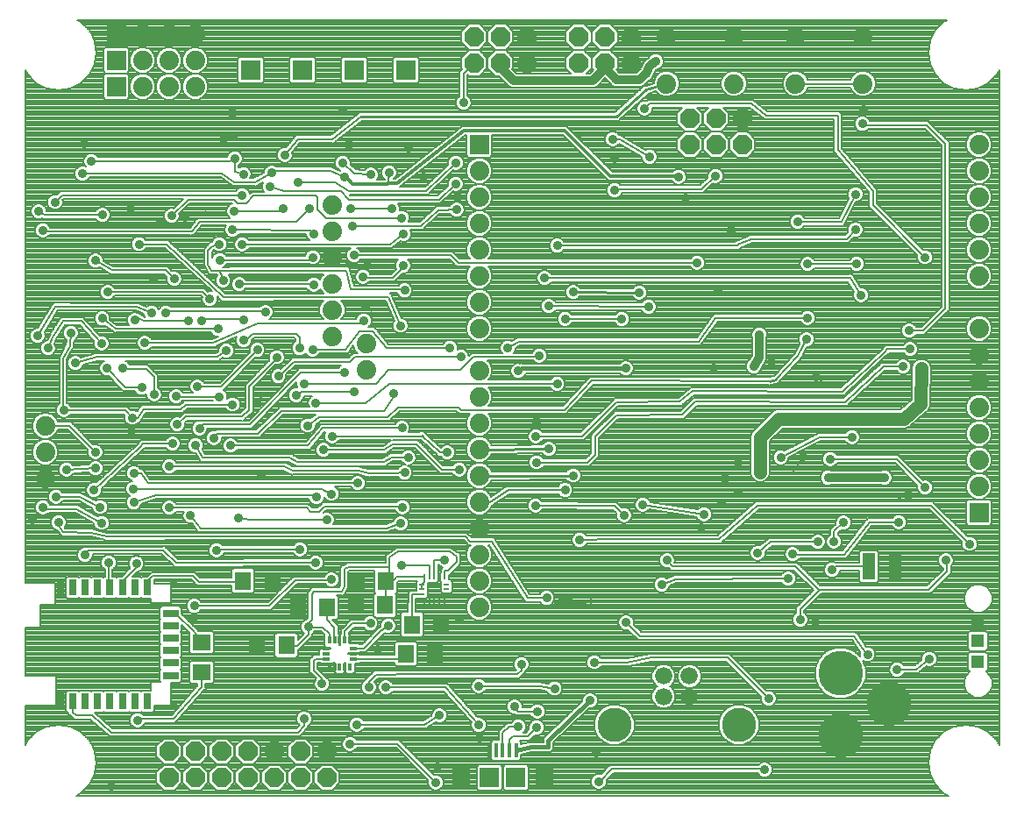
<source format=gbl>
G75*
%MOIN*%
%OFA0B0*%
%FSLAX25Y25*%
%IPPOS*%
%LPD*%
%AMOC8*
5,1,8,0,0,1.08239X$1,22.5*
%
%ADD10C,0.17000*%
%ADD11R,0.07400X0.07400*%
%ADD12C,0.07400*%
%ADD13OC8,0.07400*%
%ADD14R,0.05150X0.05150*%
%ADD15R,0.07677X0.07677*%
%ADD16C,0.06600*%
%ADD17C,0.13000*%
%ADD18R,0.07098X0.06299*%
%ADD19R,0.00984X0.01969*%
%ADD20R,0.01969X0.00984*%
%ADD21R,0.06299X0.07087*%
%ADD22R,0.03150X0.05906*%
%ADD23R,0.05906X0.03150*%
%ADD24R,0.02500X0.03150*%
%ADD25R,0.01181X0.03150*%
%ADD26R,0.03150X0.01181*%
%ADD27R,0.06299X0.07098*%
%ADD28R,0.01378X0.05512*%
%ADD29R,0.07087X0.07480*%
%ADD30R,0.07480X0.07480*%
%ADD31R,0.05000X0.10000*%
%ADD32C,0.01000*%
%ADD33C,0.05600*%
%ADD34C,0.00800*%
%ADD35C,0.01600*%
%ADD36C,0.03569*%
%ADD37C,0.00700*%
%ADD38C,0.03200*%
%ADD39C,0.05000*%
%ADD40C,0.01200*%
D10*
X0315967Y0035928D03*
X0334471Y0047739D03*
X0315967Y0059550D03*
D11*
X0368667Y0120613D03*
X0178667Y0260613D03*
X0040667Y0282613D03*
X0040667Y0292613D03*
X0040667Y0302613D03*
D12*
X0050667Y0302613D03*
X0060667Y0302613D03*
X0070667Y0302613D03*
X0070667Y0292613D03*
X0060667Y0292613D03*
X0050667Y0292613D03*
X0050667Y0282613D03*
X0060667Y0282613D03*
X0070667Y0282613D03*
X0122767Y0237613D03*
X0122767Y0227613D03*
X0122767Y0217613D03*
X0122767Y0207613D03*
X0122767Y0197613D03*
X0122767Y0187613D03*
X0135667Y0184813D03*
X0135667Y0174813D03*
X0178667Y0174613D03*
X0178667Y0164613D03*
X0178667Y0154613D03*
X0178667Y0144613D03*
X0178667Y0134613D03*
X0178667Y0124613D03*
X0178667Y0114613D03*
X0178667Y0104613D03*
X0178667Y0094613D03*
X0178667Y0084613D03*
X0178667Y0190613D03*
X0178667Y0200613D03*
X0178667Y0210613D03*
X0178667Y0220613D03*
X0178667Y0230613D03*
X0178667Y0240613D03*
X0178667Y0250613D03*
X0249867Y0283713D03*
X0249867Y0301513D03*
X0275467Y0301513D03*
X0275467Y0283713D03*
X0298867Y0283713D03*
X0298867Y0301513D03*
X0324467Y0301513D03*
X0324467Y0283713D03*
X0368667Y0260613D03*
X0368667Y0250613D03*
X0368667Y0240613D03*
X0368667Y0230613D03*
X0368667Y0220613D03*
X0368667Y0210613D03*
X0368667Y0190613D03*
X0368667Y0180613D03*
X0368667Y0170613D03*
X0368667Y0160613D03*
X0368667Y0150613D03*
X0368667Y0140613D03*
X0368667Y0130613D03*
X0013667Y0133613D03*
X0013667Y0143613D03*
X0013667Y0153613D03*
D13*
X0060667Y0029813D03*
X0070667Y0029813D03*
X0080667Y0029813D03*
X0090667Y0029813D03*
X0100667Y0029813D03*
X0110667Y0029813D03*
X0120667Y0029813D03*
X0120667Y0019813D03*
X0110667Y0019813D03*
X0100667Y0019813D03*
X0090667Y0019813D03*
X0080667Y0019813D03*
X0070667Y0019813D03*
X0060667Y0019813D03*
X0258667Y0260613D03*
X0258667Y0270613D03*
X0268667Y0270613D03*
X0278667Y0270613D03*
X0278667Y0260613D03*
X0268667Y0260613D03*
X0236367Y0291613D03*
X0226367Y0291613D03*
X0216367Y0291613D03*
X0216367Y0301613D03*
X0226367Y0301613D03*
X0236367Y0301613D03*
X0196667Y0301613D03*
X0186667Y0301613D03*
X0176667Y0301613D03*
X0176667Y0291613D03*
X0186667Y0291613D03*
X0196667Y0291613D03*
D14*
X0368167Y0079687D03*
X0368167Y0071813D03*
X0368167Y0063939D03*
D15*
X0150752Y0288913D03*
X0131067Y0288913D03*
X0111352Y0288913D03*
X0091667Y0288913D03*
D16*
X0248745Y0058413D03*
X0258588Y0058413D03*
X0258588Y0050613D03*
X0248745Y0050613D03*
D17*
X0229967Y0039913D03*
X0277367Y0039913D03*
D18*
X0073067Y0059914D03*
X0073067Y0071111D03*
D19*
X0157630Y0086728D03*
X0159598Y0086728D03*
X0161567Y0086728D03*
X0163535Y0086728D03*
X0165504Y0086728D03*
X0165504Y0096098D03*
X0163535Y0096098D03*
X0161567Y0096098D03*
X0159598Y0096098D03*
X0157630Y0096098D03*
D20*
X0156882Y0093381D03*
X0156882Y0091413D03*
X0156882Y0089444D03*
X0166252Y0089444D03*
X0166252Y0091413D03*
X0166252Y0093381D03*
D21*
X0164178Y0078013D03*
X0153155Y0078013D03*
X0142878Y0085413D03*
X0142978Y0094413D03*
X0131955Y0094413D03*
X0131855Y0085413D03*
X0120678Y0084613D03*
X0109655Y0084613D03*
X0105278Y0070113D03*
X0094255Y0070113D03*
X0150755Y0066913D03*
X0161778Y0066913D03*
D22*
X0052424Y0048821D03*
X0047700Y0048821D03*
X0042975Y0048821D03*
X0038251Y0048821D03*
X0033527Y0048821D03*
X0028802Y0048821D03*
X0024078Y0048821D03*
X0019353Y0048821D03*
X0019353Y0092128D03*
X0024078Y0092128D03*
X0028802Y0092128D03*
X0033527Y0092128D03*
X0038251Y0092128D03*
X0042975Y0092128D03*
X0047700Y0092128D03*
X0052424Y0092128D03*
D23*
X0061282Y0082286D03*
X0061282Y0077561D03*
X0061282Y0072837D03*
X0061282Y0068113D03*
X0061282Y0063388D03*
X0061282Y0058664D03*
D24*
X0062345Y0047443D03*
X0062345Y0093506D03*
D25*
X0121630Y0072052D03*
X0123598Y0072052D03*
X0125567Y0072052D03*
X0127535Y0072052D03*
X0129504Y0072052D03*
X0129504Y0061973D03*
X0127535Y0061973D03*
X0125567Y0061973D03*
X0123598Y0061973D03*
X0121630Y0061973D03*
D26*
X0120527Y0065044D03*
X0120527Y0067013D03*
X0120527Y0068981D03*
X0130606Y0068981D03*
X0130606Y0067013D03*
X0130606Y0065044D03*
D27*
X0100065Y0094713D03*
X0088868Y0094713D03*
D28*
X0182449Y0030246D03*
X0185008Y0030246D03*
X0187567Y0030246D03*
X0190126Y0030246D03*
X0192685Y0030246D03*
D29*
X0203315Y0019813D03*
X0171819Y0019813D03*
D30*
X0182567Y0019813D03*
X0192567Y0019813D03*
D31*
X0326667Y0100113D03*
X0336667Y0100113D03*
D32*
X0291367Y0171213D02*
X0289167Y0170713D01*
X0239467Y0204313D02*
X0214367Y0204413D01*
X0261567Y0215613D02*
X0261767Y0215413D01*
X0230767Y0271213D02*
X0242167Y0281413D01*
X0249767Y0283813D01*
X0249867Y0283713D01*
X0249867Y0301513D02*
X0275467Y0301513D01*
X0298867Y0301513D01*
X0324467Y0301513D01*
X0230767Y0271213D02*
X0133667Y0271213D01*
X0103267Y0172413D02*
X0102267Y0172413D01*
X0048667Y0151613D02*
X0046567Y0151513D01*
X0178667Y0144613D02*
X0205067Y0144813D01*
X0214367Y0134713D02*
X0178667Y0134613D01*
D33*
X0070667Y0302613D02*
X0060667Y0302613D01*
X0050667Y0302613D01*
X0040667Y0302613D01*
D34*
X0027131Y0013963D02*
X0025266Y0013013D01*
X0357067Y0013013D01*
X0355203Y0013963D01*
X0355203Y0013963D01*
X0352017Y0017148D01*
X0352017Y0017148D01*
X0349971Y0021163D01*
X0349971Y0021163D01*
X0349267Y0025613D01*
X0349267Y0025613D01*
X0349971Y0030062D01*
X0349971Y0030062D01*
X0352017Y0034077D01*
X0352017Y0034077D01*
X0355203Y0037262D01*
X0355203Y0037262D01*
X0359217Y0039308D01*
X0359217Y0039308D01*
X0363667Y0040013D01*
X0363667Y0040013D01*
X0368116Y0039308D01*
X0368116Y0039308D01*
X0372131Y0037262D01*
X0372131Y0037262D01*
X0375316Y0034077D01*
X0375316Y0034077D01*
X0376267Y0032212D01*
X0376267Y0289013D01*
X0375316Y0287148D01*
X0372131Y0283963D01*
X0372131Y0283963D01*
X0368116Y0281917D01*
X0368116Y0281917D01*
X0363667Y0281213D01*
X0363667Y0281213D01*
X0359217Y0281917D01*
X0359217Y0281917D01*
X0355203Y0283963D01*
X0355203Y0283963D01*
X0352017Y0287148D01*
X0352017Y0287148D01*
X0349971Y0291163D01*
X0349971Y0291163D01*
X0349267Y0295613D01*
X0349267Y0295613D01*
X0349971Y0300062D01*
X0349971Y0300062D01*
X0352017Y0304077D01*
X0352017Y0304077D01*
X0355203Y0307262D01*
X0355203Y0307262D01*
X0356480Y0307913D01*
X0025853Y0307913D01*
X0027131Y0307262D01*
X0027131Y0307262D01*
X0030316Y0304077D01*
X0030316Y0304077D01*
X0032362Y0300062D01*
X0032362Y0300062D01*
X0033067Y0295613D01*
X0032362Y0291163D01*
X0032362Y0291163D01*
X0030316Y0287148D01*
X0030316Y0287148D01*
X0027131Y0283963D01*
X0027131Y0283963D01*
X0023116Y0281917D01*
X0023116Y0281917D01*
X0018667Y0281213D01*
X0018667Y0281213D01*
X0014217Y0281917D01*
X0014217Y0281917D01*
X0010203Y0283963D01*
X0007017Y0287148D01*
X0007017Y0287148D01*
X0006106Y0288936D01*
X0006106Y0093813D01*
X0017332Y0093813D01*
X0017567Y0093578D01*
X0017567Y0085747D01*
X0017332Y0085513D01*
X0017319Y0085513D01*
X0017235Y0085429D01*
X0011767Y0085429D01*
X0011767Y0077047D01*
X0011532Y0076813D01*
X0011532Y0076813D01*
X0011487Y0076768D01*
X0006106Y0076768D01*
X0006106Y0058413D01*
X0017632Y0058413D01*
X0017867Y0058178D01*
X0017867Y0047447D01*
X0017632Y0047213D01*
X0006106Y0047213D01*
X0006106Y0032289D01*
X0007017Y0034077D01*
X0007017Y0034077D01*
X0010203Y0037262D01*
X0010203Y0037262D01*
X0014217Y0039308D01*
X0014217Y0039308D01*
X0018667Y0040013D01*
X0018667Y0040013D01*
X0023116Y0039308D01*
X0023116Y0039308D01*
X0027131Y0037262D01*
X0027131Y0037262D01*
X0030316Y0034077D01*
X0030316Y0034077D01*
X0032362Y0030062D01*
X0032362Y0030062D01*
X0033067Y0025613D01*
X0032362Y0021163D01*
X0032362Y0021163D01*
X0030316Y0017148D01*
X0030316Y0017148D01*
X0027131Y0013963D01*
X0027131Y0013963D01*
X0026824Y0013807D02*
X0355509Y0013807D01*
X0354560Y0014605D02*
X0027773Y0014605D01*
X0028572Y0015404D02*
X0058146Y0015404D01*
X0058637Y0014913D02*
X0062696Y0014913D01*
X0065567Y0017783D01*
X0065567Y0021842D01*
X0062696Y0024713D01*
X0058637Y0024713D01*
X0055767Y0021842D01*
X0055767Y0017783D01*
X0058637Y0014913D01*
X0057347Y0016202D02*
X0029370Y0016202D01*
X0030169Y0017001D02*
X0056549Y0017001D01*
X0055767Y0017799D02*
X0030648Y0017799D01*
X0031055Y0018598D02*
X0055767Y0018598D01*
X0055767Y0019396D02*
X0031462Y0019396D01*
X0031869Y0020195D02*
X0055767Y0020195D01*
X0055767Y0020993D02*
X0032275Y0020993D01*
X0032461Y0021792D02*
X0055767Y0021792D01*
X0056515Y0022590D02*
X0032588Y0022590D01*
X0032714Y0023389D02*
X0057313Y0023389D01*
X0058112Y0024187D02*
X0032841Y0024187D01*
X0032967Y0024986D02*
X0058564Y0024986D01*
X0058637Y0024913D02*
X0062696Y0024913D01*
X0065567Y0027783D01*
X0065567Y0031842D01*
X0062696Y0034713D01*
X0058637Y0034713D01*
X0055767Y0031842D01*
X0055767Y0027783D01*
X0058637Y0024913D01*
X0057765Y0025784D02*
X0033039Y0025784D01*
X0032913Y0026583D02*
X0056967Y0026583D01*
X0056168Y0027381D02*
X0032787Y0027381D01*
X0032660Y0028180D02*
X0055767Y0028180D01*
X0055767Y0028978D02*
X0032534Y0028978D01*
X0032407Y0029777D02*
X0055767Y0029777D01*
X0055767Y0030575D02*
X0032101Y0030575D01*
X0031694Y0031374D02*
X0055767Y0031374D01*
X0056097Y0032172D02*
X0031287Y0032172D01*
X0030880Y0032971D02*
X0056895Y0032971D01*
X0057694Y0033769D02*
X0030473Y0033769D01*
X0029825Y0034568D02*
X0058492Y0034568D01*
X0062841Y0034568D02*
X0068492Y0034568D01*
X0068637Y0034713D02*
X0065767Y0031842D01*
X0065767Y0027783D01*
X0068637Y0024913D01*
X0072696Y0024913D01*
X0075567Y0027783D01*
X0075567Y0031842D01*
X0072696Y0034713D01*
X0068637Y0034713D01*
X0067694Y0033769D02*
X0063639Y0033769D01*
X0064438Y0032971D02*
X0066895Y0032971D01*
X0066097Y0032172D02*
X0065236Y0032172D01*
X0065567Y0031374D02*
X0065767Y0031374D01*
X0065767Y0030575D02*
X0065567Y0030575D01*
X0065567Y0029777D02*
X0065767Y0029777D01*
X0065767Y0028978D02*
X0065567Y0028978D01*
X0065567Y0028180D02*
X0065767Y0028180D01*
X0066168Y0027381D02*
X0065165Y0027381D01*
X0064367Y0026583D02*
X0066967Y0026583D01*
X0067765Y0025784D02*
X0063568Y0025784D01*
X0062770Y0024986D02*
X0068564Y0024986D01*
X0068637Y0024713D02*
X0065767Y0021842D01*
X0065767Y0017783D01*
X0068637Y0014913D01*
X0072696Y0014913D01*
X0075567Y0017783D01*
X0075567Y0021842D01*
X0072696Y0024713D01*
X0068637Y0024713D01*
X0068112Y0024187D02*
X0063222Y0024187D01*
X0064020Y0023389D02*
X0067313Y0023389D01*
X0066515Y0022590D02*
X0064819Y0022590D01*
X0065567Y0021792D02*
X0065767Y0021792D01*
X0065767Y0020993D02*
X0065567Y0020993D01*
X0065567Y0020195D02*
X0065767Y0020195D01*
X0065767Y0019396D02*
X0065567Y0019396D01*
X0065567Y0018598D02*
X0065767Y0018598D01*
X0065767Y0017799D02*
X0065567Y0017799D01*
X0064784Y0017001D02*
X0066549Y0017001D01*
X0067347Y0016202D02*
X0063986Y0016202D01*
X0063187Y0015404D02*
X0068146Y0015404D01*
X0073187Y0015404D02*
X0078146Y0015404D01*
X0078637Y0014913D02*
X0082696Y0014913D01*
X0085567Y0017783D01*
X0085567Y0021842D01*
X0082696Y0024713D01*
X0078637Y0024713D01*
X0075767Y0021842D01*
X0075767Y0017783D01*
X0078637Y0014913D01*
X0077347Y0016202D02*
X0073986Y0016202D01*
X0074784Y0017001D02*
X0076549Y0017001D01*
X0075767Y0017799D02*
X0075567Y0017799D01*
X0075567Y0018598D02*
X0075767Y0018598D01*
X0075767Y0019396D02*
X0075567Y0019396D01*
X0075567Y0020195D02*
X0075767Y0020195D01*
X0075767Y0020993D02*
X0075567Y0020993D01*
X0075567Y0021792D02*
X0075767Y0021792D01*
X0076515Y0022590D02*
X0074819Y0022590D01*
X0074020Y0023389D02*
X0077313Y0023389D01*
X0078112Y0024187D02*
X0073222Y0024187D01*
X0072770Y0024986D02*
X0078564Y0024986D01*
X0078637Y0024913D02*
X0082696Y0024913D01*
X0085567Y0027783D01*
X0085567Y0031842D01*
X0082696Y0034713D01*
X0078637Y0034713D01*
X0075767Y0031842D01*
X0075767Y0027783D01*
X0078637Y0024913D01*
X0077765Y0025784D02*
X0073568Y0025784D01*
X0074367Y0026583D02*
X0076967Y0026583D01*
X0076168Y0027381D02*
X0075165Y0027381D01*
X0075567Y0028180D02*
X0075767Y0028180D01*
X0075767Y0028978D02*
X0075567Y0028978D01*
X0075567Y0029777D02*
X0075767Y0029777D01*
X0075767Y0030575D02*
X0075567Y0030575D01*
X0075567Y0031374D02*
X0075767Y0031374D01*
X0076097Y0032172D02*
X0075236Y0032172D01*
X0074438Y0032971D02*
X0076895Y0032971D01*
X0077694Y0033769D02*
X0073639Y0033769D01*
X0072841Y0034568D02*
X0078492Y0034568D01*
X0082841Y0034568D02*
X0088492Y0034568D01*
X0088637Y0034713D02*
X0085767Y0031842D01*
X0085767Y0027783D01*
X0088637Y0024913D01*
X0092696Y0024913D01*
X0095567Y0027783D01*
X0095567Y0031842D01*
X0092696Y0034713D01*
X0088637Y0034713D01*
X0087694Y0033769D02*
X0083639Y0033769D01*
X0084438Y0032971D02*
X0086895Y0032971D01*
X0086097Y0032172D02*
X0085236Y0032172D01*
X0085567Y0031374D02*
X0085767Y0031374D01*
X0085767Y0030575D02*
X0085567Y0030575D01*
X0085567Y0029777D02*
X0085767Y0029777D01*
X0085767Y0028978D02*
X0085567Y0028978D01*
X0085567Y0028180D02*
X0085767Y0028180D01*
X0086168Y0027381D02*
X0085165Y0027381D01*
X0084367Y0026583D02*
X0086967Y0026583D01*
X0087765Y0025784D02*
X0083568Y0025784D01*
X0082770Y0024986D02*
X0088564Y0024986D01*
X0088637Y0024713D02*
X0085767Y0021842D01*
X0085767Y0017783D01*
X0088637Y0014913D01*
X0092696Y0014913D01*
X0095567Y0017783D01*
X0095567Y0021842D01*
X0092696Y0024713D01*
X0088637Y0024713D01*
X0088112Y0024187D02*
X0083222Y0024187D01*
X0084020Y0023389D02*
X0087313Y0023389D01*
X0086515Y0022590D02*
X0084819Y0022590D01*
X0085567Y0021792D02*
X0085767Y0021792D01*
X0085767Y0020993D02*
X0085567Y0020993D01*
X0085567Y0020195D02*
X0085767Y0020195D01*
X0085767Y0019396D02*
X0085567Y0019396D01*
X0085567Y0018598D02*
X0085767Y0018598D01*
X0085767Y0017799D02*
X0085567Y0017799D01*
X0084784Y0017001D02*
X0086549Y0017001D01*
X0087347Y0016202D02*
X0083986Y0016202D01*
X0083187Y0015404D02*
X0088146Y0015404D01*
X0093187Y0015404D02*
X0098146Y0015404D01*
X0098637Y0014913D02*
X0102696Y0014913D01*
X0105567Y0017783D01*
X0105567Y0021842D01*
X0102696Y0024713D01*
X0098637Y0024713D01*
X0095767Y0021842D01*
X0095767Y0017783D01*
X0098637Y0014913D01*
X0097347Y0016202D02*
X0093986Y0016202D01*
X0094784Y0017001D02*
X0096549Y0017001D01*
X0095767Y0017799D02*
X0095567Y0017799D01*
X0095567Y0018598D02*
X0095767Y0018598D01*
X0095767Y0019396D02*
X0095567Y0019396D01*
X0095567Y0020195D02*
X0095767Y0020195D01*
X0095767Y0020993D02*
X0095567Y0020993D01*
X0095567Y0021792D02*
X0095767Y0021792D01*
X0096515Y0022590D02*
X0094819Y0022590D01*
X0094020Y0023389D02*
X0097313Y0023389D01*
X0098112Y0024187D02*
X0093222Y0024187D01*
X0092770Y0024986D02*
X0108564Y0024986D01*
X0108637Y0024913D02*
X0112696Y0024913D01*
X0115567Y0027783D01*
X0115567Y0031842D01*
X0112696Y0034713D01*
X0108637Y0034713D01*
X0105767Y0031842D01*
X0105767Y0027783D01*
X0108637Y0024913D01*
X0108637Y0024713D02*
X0105767Y0021842D01*
X0105767Y0017783D01*
X0108637Y0014913D01*
X0112696Y0014913D01*
X0115567Y0017783D01*
X0115567Y0021842D01*
X0112696Y0024713D01*
X0108637Y0024713D01*
X0108112Y0024187D02*
X0103222Y0024187D01*
X0104020Y0023389D02*
X0107313Y0023389D01*
X0106515Y0022590D02*
X0104819Y0022590D01*
X0105567Y0021792D02*
X0105767Y0021792D01*
X0105767Y0020993D02*
X0105567Y0020993D01*
X0105567Y0020195D02*
X0105767Y0020195D01*
X0105767Y0019396D02*
X0105567Y0019396D01*
X0105567Y0018598D02*
X0105767Y0018598D01*
X0105767Y0017799D02*
X0105567Y0017799D01*
X0104784Y0017001D02*
X0106549Y0017001D01*
X0107347Y0016202D02*
X0103986Y0016202D01*
X0103187Y0015404D02*
X0108146Y0015404D01*
X0113187Y0015404D02*
X0118146Y0015404D01*
X0118637Y0014913D02*
X0115767Y0017783D01*
X0115767Y0021842D01*
X0118637Y0024713D01*
X0122696Y0024713D01*
X0125567Y0021842D01*
X0125567Y0017783D01*
X0122696Y0014913D01*
X0118637Y0014913D01*
X0117347Y0016202D02*
X0113986Y0016202D01*
X0114784Y0017001D02*
X0116549Y0017001D01*
X0115767Y0017799D02*
X0115567Y0017799D01*
X0115567Y0018598D02*
X0115767Y0018598D01*
X0115767Y0019396D02*
X0115567Y0019396D01*
X0115567Y0020195D02*
X0115767Y0020195D01*
X0115767Y0020993D02*
X0115567Y0020993D01*
X0115567Y0021792D02*
X0115767Y0021792D01*
X0116515Y0022590D02*
X0114819Y0022590D01*
X0114020Y0023389D02*
X0117313Y0023389D01*
X0118112Y0024187D02*
X0113222Y0024187D01*
X0112770Y0024986D02*
X0153072Y0024986D01*
X0152274Y0025784D02*
X0113568Y0025784D01*
X0114367Y0026583D02*
X0151475Y0026583D01*
X0150677Y0027381D02*
X0115165Y0027381D01*
X0115567Y0028180D02*
X0149878Y0028180D01*
X0149080Y0028978D02*
X0115567Y0028978D01*
X0115567Y0029777D02*
X0128514Y0029777D01*
X0128873Y0029628D02*
X0130060Y0029628D01*
X0131157Y0030083D01*
X0131997Y0030922D01*
X0132075Y0031113D01*
X0146945Y0031113D01*
X0159261Y0018797D01*
X0159182Y0018606D01*
X0159182Y0017419D01*
X0159637Y0016322D01*
X0160476Y0015483D01*
X0161573Y0015028D01*
X0162760Y0015028D01*
X0163857Y0015483D01*
X0164697Y0016322D01*
X0165151Y0017419D01*
X0165151Y0018606D01*
X0164697Y0019703D01*
X0163857Y0020543D01*
X0162760Y0020997D01*
X0161573Y0020997D01*
X0161383Y0020918D01*
X0148188Y0034113D01*
X0132075Y0034113D01*
X0131997Y0034303D01*
X0131157Y0035143D01*
X0130060Y0035597D01*
X0128873Y0035597D01*
X0127776Y0035143D01*
X0126937Y0034303D01*
X0126482Y0033206D01*
X0126482Y0032019D01*
X0126937Y0030922D01*
X0127776Y0030083D01*
X0128873Y0029628D01*
X0130419Y0029777D02*
X0148281Y0029777D01*
X0147483Y0030575D02*
X0131650Y0030575D01*
X0129467Y0032613D02*
X0147567Y0032613D01*
X0162167Y0018013D01*
X0164205Y0020195D02*
X0177627Y0020195D01*
X0177627Y0020993D02*
X0162769Y0020993D01*
X0161564Y0020993D02*
X0161307Y0020993D01*
X0160509Y0021792D02*
X0177627Y0021792D01*
X0177627Y0022590D02*
X0159710Y0022590D01*
X0158912Y0023389D02*
X0177627Y0023389D01*
X0177627Y0024050D02*
X0178329Y0024753D01*
X0186804Y0024753D01*
X0187507Y0024050D01*
X0187507Y0015575D01*
X0186804Y0014872D01*
X0178329Y0014872D01*
X0177627Y0015575D01*
X0177627Y0024050D01*
X0177764Y0024187D02*
X0158113Y0024187D01*
X0157315Y0024986D02*
X0285119Y0024986D01*
X0285476Y0025343D02*
X0284746Y0024613D01*
X0228445Y0024613D01*
X0227567Y0023734D01*
X0224992Y0021159D01*
X0224660Y0021297D01*
X0223473Y0021297D01*
X0222376Y0020843D01*
X0221537Y0020003D01*
X0221082Y0018906D01*
X0221082Y0017719D01*
X0221537Y0016622D01*
X0222376Y0015783D01*
X0223473Y0015328D01*
X0224660Y0015328D01*
X0225757Y0015783D01*
X0226597Y0016622D01*
X0227051Y0017719D01*
X0227051Y0018906D01*
X0227031Y0018955D01*
X0229688Y0021613D01*
X0284434Y0021613D01*
X0284637Y0021122D01*
X0285476Y0020283D01*
X0286573Y0019828D01*
X0287760Y0019828D01*
X0288857Y0020283D01*
X0289697Y0021122D01*
X0290151Y0022219D01*
X0290151Y0023406D01*
X0289697Y0024503D01*
X0288857Y0025343D01*
X0287760Y0025797D01*
X0286573Y0025797D01*
X0285476Y0025343D01*
X0286543Y0025784D02*
X0156516Y0025784D01*
X0155718Y0026583D02*
X0183529Y0026583D01*
X0183822Y0026290D02*
X0186194Y0026290D01*
X0186287Y0026383D01*
X0186381Y0026290D01*
X0188753Y0026290D01*
X0188846Y0026383D01*
X0188940Y0026290D01*
X0191312Y0026290D01*
X0191405Y0026383D01*
X0191499Y0026290D01*
X0193871Y0026290D01*
X0194574Y0026993D01*
X0194574Y0028704D01*
X0198466Y0029528D01*
X0205654Y0029528D01*
X0206767Y0030641D01*
X0206767Y0033193D01*
X0220473Y0046128D01*
X0221460Y0046128D01*
X0222557Y0046583D01*
X0223397Y0047422D01*
X0223851Y0048519D01*
X0223851Y0049706D01*
X0223397Y0050803D01*
X0222557Y0051643D01*
X0221460Y0052097D01*
X0220273Y0052097D01*
X0219176Y0051643D01*
X0218337Y0050803D01*
X0217882Y0049706D01*
X0217882Y0048909D01*
X0204112Y0035913D01*
X0204080Y0035913D01*
X0203543Y0035376D01*
X0202990Y0034854D01*
X0202989Y0034822D01*
X0202967Y0034800D01*
X0202967Y0034040D01*
X0202946Y0033328D01*
X0198830Y0033328D01*
X0198643Y0033449D01*
X0198068Y0033328D01*
X0197480Y0033328D01*
X0197322Y0033170D01*
X0194574Y0032588D01*
X0194574Y0033499D01*
X0194060Y0034013D01*
X0197688Y0034013D01*
X0199683Y0036007D01*
X0199873Y0035928D01*
X0201060Y0035928D01*
X0202157Y0036383D01*
X0202997Y0037222D01*
X0203451Y0038319D01*
X0203451Y0039506D01*
X0202997Y0040603D01*
X0202157Y0041443D01*
X0201060Y0041897D01*
X0199873Y0041897D01*
X0198776Y0041443D01*
X0197937Y0040603D01*
X0197482Y0039506D01*
X0197482Y0038319D01*
X0197561Y0038129D01*
X0196445Y0037013D01*
X0195487Y0037013D01*
X0195997Y0037522D01*
X0196451Y0038619D01*
X0196451Y0039806D01*
X0195997Y0040903D01*
X0195157Y0041743D01*
X0194060Y0042197D01*
X0192873Y0042197D01*
X0191776Y0041743D01*
X0190937Y0040903D01*
X0190858Y0040713D01*
X0189345Y0040713D01*
X0188467Y0039834D01*
X0186067Y0037434D01*
X0186067Y0034202D01*
X0183822Y0034202D01*
X0183119Y0033499D01*
X0183119Y0026993D01*
X0183822Y0026290D01*
X0183119Y0027381D02*
X0154919Y0027381D01*
X0154121Y0028180D02*
X0183119Y0028180D01*
X0183119Y0028978D02*
X0153322Y0028978D01*
X0152524Y0029777D02*
X0183119Y0029777D01*
X0183119Y0030575D02*
X0151725Y0030575D01*
X0150927Y0031374D02*
X0183119Y0031374D01*
X0183119Y0032172D02*
X0150128Y0032172D01*
X0149330Y0032971D02*
X0183119Y0032971D01*
X0183389Y0033769D02*
X0148531Y0033769D01*
X0157574Y0038513D02*
X0157989Y0038404D01*
X0158174Y0038513D01*
X0158388Y0038513D01*
X0158691Y0038816D01*
X0162076Y0040800D01*
X0162973Y0040428D01*
X0164160Y0040428D01*
X0165257Y0040883D01*
X0166097Y0041722D01*
X0166551Y0042819D01*
X0166551Y0044006D01*
X0166097Y0045103D01*
X0165257Y0045943D01*
X0164160Y0046397D01*
X0162973Y0046397D01*
X0161876Y0045943D01*
X0161037Y0045103D01*
X0160582Y0044006D01*
X0160582Y0043402D01*
X0157359Y0041513D01*
X0134675Y0041513D01*
X0134597Y0041703D01*
X0133757Y0042543D01*
X0132660Y0042997D01*
X0131473Y0042997D01*
X0130376Y0042543D01*
X0129537Y0041703D01*
X0129082Y0040606D01*
X0129082Y0039419D01*
X0129537Y0038322D01*
X0130376Y0037483D01*
X0131473Y0037028D01*
X0132660Y0037028D01*
X0133757Y0037483D01*
X0134597Y0038322D01*
X0134675Y0038513D01*
X0157574Y0038513D01*
X0158436Y0038560D02*
X0175855Y0038560D01*
X0176037Y0038122D02*
X0176876Y0037283D01*
X0177973Y0036828D01*
X0179160Y0036828D01*
X0180257Y0037283D01*
X0181097Y0038122D01*
X0181551Y0039219D01*
X0181551Y0040406D01*
X0181097Y0041503D01*
X0180257Y0042343D01*
X0179160Y0042797D01*
X0177973Y0042797D01*
X0177936Y0042782D01*
X0167367Y0054683D01*
X0167367Y0054734D01*
X0166959Y0055142D01*
X0166576Y0055573D01*
X0166524Y0055576D01*
X0166488Y0055613D01*
X0165911Y0055613D01*
X0165335Y0055647D01*
X0165297Y0055613D01*
X0145775Y0055613D01*
X0145697Y0055803D01*
X0144857Y0056643D01*
X0143760Y0057097D01*
X0142573Y0057097D01*
X0141476Y0056643D01*
X0140637Y0055803D01*
X0140182Y0054706D01*
X0140182Y0053519D01*
X0140637Y0052422D01*
X0141476Y0051583D01*
X0142573Y0051128D01*
X0143760Y0051128D01*
X0144857Y0051583D01*
X0145697Y0052422D01*
X0145775Y0052613D01*
X0165193Y0052613D01*
X0175726Y0040752D01*
X0175582Y0040406D01*
X0175582Y0039219D01*
X0176037Y0038122D01*
X0176397Y0037762D02*
X0134036Y0037762D01*
X0132067Y0040013D02*
X0157767Y0040013D01*
X0163567Y0043413D01*
X0163367Y0043313D01*
X0160642Y0044150D02*
X0114350Y0044150D01*
X0114597Y0043903D02*
X0113757Y0044743D01*
X0112660Y0045197D01*
X0111473Y0045197D01*
X0110376Y0044743D01*
X0109537Y0043903D01*
X0109082Y0042806D01*
X0109082Y0041619D01*
X0109537Y0040522D01*
X0110296Y0039763D01*
X0109045Y0038513D01*
X0039237Y0038513D01*
X0032496Y0044504D01*
X0032332Y0044669D01*
X0035598Y0044669D01*
X0035889Y0044959D01*
X0036179Y0044669D01*
X0040323Y0044669D01*
X0040613Y0044959D01*
X0040903Y0044669D01*
X0045047Y0044669D01*
X0045338Y0044959D01*
X0045628Y0044669D01*
X0049772Y0044669D01*
X0050062Y0044959D01*
X0050352Y0044669D01*
X0054496Y0044669D01*
X0055199Y0045371D01*
X0055199Y0047113D01*
X0061132Y0047113D01*
X0061367Y0047347D01*
X0061367Y0047592D01*
X0061407Y0047632D01*
X0061407Y0055889D01*
X0064732Y0055889D01*
X0065435Y0056592D01*
X0065435Y0060736D01*
X0065145Y0061026D01*
X0065435Y0061316D01*
X0065435Y0065460D01*
X0065145Y0065750D01*
X0065435Y0066041D01*
X0065435Y0070184D01*
X0065145Y0070475D01*
X0065435Y0070765D01*
X0065435Y0074909D01*
X0065145Y0075199D01*
X0065435Y0075490D01*
X0065435Y0077994D01*
X0068494Y0074934D01*
X0068317Y0074758D01*
X0068317Y0067464D01*
X0069020Y0066761D01*
X0077113Y0066761D01*
X0077816Y0067464D01*
X0077816Y0074758D01*
X0077113Y0075461D01*
X0071943Y0075461D01*
X0071940Y0075464D01*
X0071817Y0075653D01*
X0071817Y0075713D01*
X0071700Y0075829D01*
X0071647Y0075911D01*
X0071612Y0075918D01*
X0071450Y0076080D01*
X0071126Y0076486D01*
X0071033Y0076496D01*
X0065435Y0082095D01*
X0065435Y0084358D01*
X0064732Y0085061D01*
X0057833Y0085061D01*
X0057130Y0084358D01*
X0057130Y0080214D01*
X0057420Y0079924D01*
X0057130Y0079633D01*
X0057130Y0075490D01*
X0057420Y0075199D01*
X0057130Y0074909D01*
X0057130Y0070765D01*
X0057420Y0070475D01*
X0057130Y0070184D01*
X0057130Y0066041D01*
X0057420Y0065750D01*
X0057130Y0065460D01*
X0057130Y0061316D01*
X0057420Y0061026D01*
X0057130Y0060736D01*
X0057130Y0056592D01*
X0057532Y0056190D01*
X0053912Y0056190D01*
X0053678Y0055955D01*
X0053678Y0055589D01*
X0053667Y0055578D01*
X0053667Y0052974D01*
X0050352Y0052974D01*
X0050062Y0052684D01*
X0049772Y0052974D01*
X0045628Y0052974D01*
X0045338Y0052684D01*
X0045047Y0052974D01*
X0040903Y0052974D01*
X0040613Y0052684D01*
X0040323Y0052974D01*
X0036179Y0052974D01*
X0035889Y0052684D01*
X0035598Y0052974D01*
X0031455Y0052974D01*
X0031164Y0052684D01*
X0030874Y0052974D01*
X0026730Y0052974D01*
X0026440Y0052684D01*
X0026150Y0052974D01*
X0022006Y0052974D01*
X0021303Y0052271D01*
X0021303Y0045371D01*
X0022006Y0044669D01*
X0022567Y0044669D01*
X0022567Y0043991D01*
X0023445Y0043113D01*
X0024645Y0041913D01*
X0030896Y0041913D01*
X0037637Y0035921D01*
X0038045Y0035513D01*
X0038096Y0035513D01*
X0038134Y0035479D01*
X0038711Y0035513D01*
X0110288Y0035513D01*
X0113567Y0038791D01*
X0113567Y0039604D01*
X0113757Y0039683D01*
X0114597Y0040522D01*
X0115051Y0041619D01*
X0115051Y0042806D01*
X0114597Y0043903D01*
X0114825Y0043352D02*
X0160497Y0043352D01*
X0159134Y0042553D02*
X0133732Y0042553D01*
X0134545Y0041755D02*
X0157772Y0041755D01*
X0159618Y0039359D02*
X0175582Y0039359D01*
X0175582Y0040158D02*
X0160980Y0040158D01*
X0165330Y0040956D02*
X0175545Y0040956D01*
X0174836Y0041755D02*
X0166110Y0041755D01*
X0166441Y0042553D02*
X0174127Y0042553D01*
X0173418Y0043352D02*
X0166551Y0043352D01*
X0166491Y0044150D02*
X0172708Y0044150D01*
X0171999Y0044949D02*
X0166161Y0044949D01*
X0165453Y0045747D02*
X0171290Y0045747D01*
X0170581Y0046546D02*
X0068240Y0046546D01*
X0068952Y0047344D02*
X0169872Y0047344D01*
X0169163Y0048143D02*
X0069664Y0048143D01*
X0070376Y0048941D02*
X0168453Y0048941D01*
X0167744Y0049740D02*
X0071088Y0049740D01*
X0071800Y0050538D02*
X0167035Y0050538D01*
X0166326Y0051337D02*
X0144263Y0051337D01*
X0145410Y0052135D02*
X0165617Y0052135D01*
X0165867Y0054113D02*
X0178567Y0039813D01*
X0181323Y0040956D02*
X0190990Y0040956D01*
X0191805Y0041755D02*
X0180845Y0041755D01*
X0179749Y0042553D02*
X0199006Y0042553D01*
X0199076Y0042483D02*
X0200173Y0042028D01*
X0201360Y0042028D01*
X0202457Y0042483D01*
X0203297Y0043322D01*
X0203751Y0044419D01*
X0203751Y0045606D01*
X0203297Y0046703D01*
X0202457Y0047543D01*
X0201360Y0047997D01*
X0200173Y0047997D01*
X0199076Y0047543D01*
X0198237Y0046703D01*
X0198158Y0046513D01*
X0194951Y0046513D01*
X0194951Y0047406D01*
X0194497Y0048503D01*
X0193657Y0049343D01*
X0192560Y0049797D01*
X0191373Y0049797D01*
X0190276Y0049343D01*
X0189437Y0048503D01*
X0188982Y0047406D01*
X0188982Y0046219D01*
X0189437Y0045122D01*
X0190276Y0044283D01*
X0191373Y0043828D01*
X0192387Y0043828D01*
X0192564Y0043601D01*
X0192670Y0043588D01*
X0192745Y0043513D01*
X0193273Y0043513D01*
X0193797Y0043447D01*
X0193881Y0043513D01*
X0198158Y0043513D01*
X0198237Y0043322D01*
X0199076Y0042483D01*
X0199530Y0041755D02*
X0195128Y0041755D01*
X0195944Y0040956D02*
X0198290Y0040956D01*
X0197752Y0040158D02*
X0196305Y0040158D01*
X0196451Y0039359D02*
X0197482Y0039359D01*
X0197482Y0038560D02*
X0196427Y0038560D01*
X0196096Y0037762D02*
X0197195Y0037762D01*
X0197067Y0035513D02*
X0200467Y0038913D01*
X0203220Y0037762D02*
X0206071Y0037762D01*
X0205225Y0036963D02*
X0202738Y0036963D01*
X0201631Y0036165D02*
X0204379Y0036165D01*
X0203533Y0035366D02*
X0199042Y0035366D01*
X0198243Y0034568D02*
X0202967Y0034568D01*
X0202959Y0033769D02*
X0194303Y0033769D01*
X0194574Y0032971D02*
X0196383Y0032971D01*
X0197067Y0035513D02*
X0191267Y0035513D01*
X0190126Y0034372D01*
X0190126Y0030246D01*
X0187567Y0030246D02*
X0187567Y0036813D01*
X0189967Y0039213D01*
X0193467Y0039213D01*
X0190596Y0044150D02*
X0176721Y0044150D01*
X0177430Y0043352D02*
X0198225Y0043352D01*
X0200767Y0045013D02*
X0193367Y0045013D01*
X0191967Y0046813D01*
X0194058Y0048941D02*
X0217882Y0048941D01*
X0217896Y0049740D02*
X0192698Y0049740D01*
X0191235Y0049740D02*
X0171756Y0049740D01*
X0171047Y0050538D02*
X0218227Y0050538D01*
X0218870Y0051337D02*
X0209111Y0051337D01*
X0208957Y0051183D02*
X0209797Y0052022D01*
X0210251Y0053119D01*
X0210251Y0054306D01*
X0209797Y0055403D01*
X0208957Y0056243D01*
X0207860Y0056697D01*
X0206673Y0056697D01*
X0205576Y0056243D01*
X0204946Y0055612D01*
X0202486Y0056015D01*
X0202388Y0056113D01*
X0201889Y0056113D01*
X0201396Y0056193D01*
X0201284Y0056113D01*
X0181175Y0056113D01*
X0181097Y0056303D01*
X0180257Y0057143D01*
X0179160Y0057597D01*
X0177973Y0057597D01*
X0176876Y0057143D01*
X0176037Y0056303D01*
X0175582Y0055206D01*
X0175582Y0054019D01*
X0176037Y0052922D01*
X0176876Y0052083D01*
X0177973Y0051628D01*
X0179160Y0051628D01*
X0180257Y0052083D01*
X0181097Y0052922D01*
X0181175Y0053113D01*
X0201645Y0053113D01*
X0204477Y0052649D01*
X0204737Y0052022D01*
X0205576Y0051183D01*
X0206673Y0050728D01*
X0207860Y0050728D01*
X0208957Y0051183D01*
X0209843Y0052135D02*
X0244505Y0052135D01*
X0244245Y0051508D02*
X0244245Y0049717D01*
X0244930Y0048064D01*
X0246196Y0046798D01*
X0247850Y0046113D01*
X0249641Y0046113D01*
X0251294Y0046798D01*
X0252560Y0048064D01*
X0253245Y0049717D01*
X0253245Y0051508D01*
X0252560Y0053162D01*
X0251294Y0054428D01*
X0251089Y0054513D01*
X0251294Y0054598D01*
X0252560Y0055864D01*
X0253245Y0057517D01*
X0253245Y0059308D01*
X0252560Y0060962D01*
X0251294Y0062228D01*
X0249641Y0062913D01*
X0247850Y0062913D01*
X0246196Y0062228D01*
X0244930Y0060962D01*
X0244245Y0059308D01*
X0244245Y0057517D01*
X0244930Y0055864D01*
X0246196Y0054598D01*
X0246402Y0054513D01*
X0246196Y0054428D01*
X0244930Y0053162D01*
X0244245Y0051508D01*
X0244245Y0051337D02*
X0222863Y0051337D01*
X0223506Y0050538D02*
X0244245Y0050538D01*
X0244245Y0049740D02*
X0223837Y0049740D01*
X0223851Y0048941D02*
X0244567Y0048941D01*
X0244898Y0048143D02*
X0223695Y0048143D01*
X0223319Y0047344D02*
X0227787Y0047344D01*
X0228435Y0047613D02*
X0225605Y0046440D01*
X0223439Y0044274D01*
X0222267Y0041444D01*
X0222267Y0038381D01*
X0223439Y0035551D01*
X0225605Y0033385D01*
X0228435Y0032213D01*
X0231498Y0032213D01*
X0234328Y0033385D01*
X0236494Y0035551D01*
X0237667Y0038381D01*
X0237667Y0041444D01*
X0236494Y0044274D01*
X0234328Y0046440D01*
X0231498Y0047613D01*
X0228435Y0047613D01*
X0225859Y0046546D02*
X0222468Y0046546D01*
X0224113Y0044949D02*
X0219223Y0044949D01*
X0220069Y0045747D02*
X0224912Y0045747D01*
X0223387Y0044150D02*
X0218377Y0044150D01*
X0217530Y0043352D02*
X0223057Y0043352D01*
X0222726Y0042553D02*
X0216684Y0042553D01*
X0215838Y0041755D02*
X0222395Y0041755D01*
X0222267Y0040956D02*
X0214992Y0040956D01*
X0214146Y0040158D02*
X0222267Y0040158D01*
X0222267Y0039359D02*
X0213300Y0039359D01*
X0212454Y0038560D02*
X0222267Y0038560D01*
X0222523Y0037762D02*
X0211608Y0037762D01*
X0210762Y0036963D02*
X0222854Y0036963D01*
X0223185Y0036165D02*
X0209916Y0036165D01*
X0209069Y0035366D02*
X0223623Y0035366D01*
X0224422Y0034568D02*
X0208223Y0034568D01*
X0207377Y0033769D02*
X0225220Y0033769D01*
X0226604Y0032971D02*
X0206767Y0032971D01*
X0206767Y0032172D02*
X0351047Y0032172D01*
X0350640Y0031374D02*
X0206767Y0031374D01*
X0206701Y0030575D02*
X0350233Y0030575D01*
X0349926Y0029777D02*
X0205903Y0029777D01*
X0197507Y0024050D02*
X0196804Y0024753D01*
X0188329Y0024753D01*
X0187627Y0024050D01*
X0187627Y0015575D01*
X0188329Y0014872D01*
X0196804Y0014872D01*
X0197507Y0015575D01*
X0197507Y0024050D01*
X0197369Y0024187D02*
X0228020Y0024187D01*
X0227222Y0023389D02*
X0197507Y0023389D01*
X0197507Y0022590D02*
X0226423Y0022590D01*
X0225625Y0021792D02*
X0197507Y0021792D01*
X0197507Y0020993D02*
X0222740Y0020993D01*
X0221728Y0020195D02*
X0197507Y0020195D01*
X0197507Y0019396D02*
X0221285Y0019396D01*
X0221082Y0018598D02*
X0197507Y0018598D01*
X0197507Y0017799D02*
X0221082Y0017799D01*
X0221380Y0017001D02*
X0197507Y0017001D01*
X0197507Y0016202D02*
X0221957Y0016202D01*
X0223291Y0015404D02*
X0197335Y0015404D01*
X0187798Y0015404D02*
X0187335Y0015404D01*
X0187507Y0016202D02*
X0187627Y0016202D01*
X0187627Y0017001D02*
X0187507Y0017001D01*
X0187507Y0017799D02*
X0187627Y0017799D01*
X0187627Y0018598D02*
X0187507Y0018598D01*
X0187507Y0019396D02*
X0187627Y0019396D01*
X0187627Y0020195D02*
X0187507Y0020195D01*
X0187507Y0020993D02*
X0187627Y0020993D01*
X0187627Y0021792D02*
X0187507Y0021792D01*
X0187507Y0022590D02*
X0187627Y0022590D01*
X0187627Y0023389D02*
X0187507Y0023389D01*
X0187369Y0024187D02*
X0187764Y0024187D01*
X0194164Y0026583D02*
X0349420Y0026583D01*
X0349547Y0027381D02*
X0194574Y0027381D01*
X0194574Y0028180D02*
X0349673Y0028180D01*
X0349800Y0028978D02*
X0195872Y0028978D01*
X0186067Y0034568D02*
X0131732Y0034568D01*
X0130616Y0035366D02*
X0186067Y0035366D01*
X0186067Y0036165D02*
X0110940Y0036165D01*
X0111739Y0036963D02*
X0177647Y0036963D01*
X0179486Y0036963D02*
X0186067Y0036963D01*
X0186395Y0037762D02*
X0180736Y0037762D01*
X0181278Y0038560D02*
X0187193Y0038560D01*
X0187992Y0039359D02*
X0181551Y0039359D01*
X0181551Y0040158D02*
X0188790Y0040158D01*
X0189610Y0044949D02*
X0176011Y0044949D01*
X0175302Y0045747D02*
X0189178Y0045747D01*
X0188982Y0046546D02*
X0174593Y0046546D01*
X0173884Y0047344D02*
X0188982Y0047344D01*
X0189287Y0048143D02*
X0173175Y0048143D01*
X0172466Y0048941D02*
X0189875Y0048941D01*
X0194646Y0048143D02*
X0217071Y0048143D01*
X0216225Y0047344D02*
X0202655Y0047344D01*
X0203362Y0046546D02*
X0215378Y0046546D01*
X0214532Y0045747D02*
X0203693Y0045747D01*
X0203751Y0044949D02*
X0213686Y0044949D01*
X0212840Y0044150D02*
X0203640Y0044150D01*
X0203309Y0043352D02*
X0211994Y0043352D01*
X0211148Y0042553D02*
X0202527Y0042553D01*
X0201404Y0041755D02*
X0210302Y0041755D01*
X0209456Y0040956D02*
X0202644Y0040956D01*
X0203181Y0040158D02*
X0208610Y0040158D01*
X0207764Y0039359D02*
X0203451Y0039359D01*
X0203451Y0038560D02*
X0206917Y0038560D01*
X0198172Y0046546D02*
X0194951Y0046546D01*
X0194951Y0047344D02*
X0198878Y0047344D01*
X0202738Y0052934D02*
X0181101Y0052934D01*
X0180310Y0052135D02*
X0204690Y0052135D01*
X0205422Y0051337D02*
X0170338Y0051337D01*
X0169629Y0052135D02*
X0176824Y0052135D01*
X0176032Y0052934D02*
X0168920Y0052934D01*
X0168211Y0053732D02*
X0175701Y0053732D01*
X0175582Y0054531D02*
X0167501Y0054531D01*
X0166792Y0055329D02*
X0175633Y0055329D01*
X0175964Y0056128D02*
X0145372Y0056128D01*
X0144172Y0056926D02*
X0176660Y0056926D01*
X0178567Y0054613D02*
X0201767Y0054613D01*
X0207267Y0053713D01*
X0210251Y0053732D02*
X0245501Y0053732D01*
X0244836Y0052934D02*
X0210174Y0052934D01*
X0210158Y0054531D02*
X0246358Y0054531D01*
X0245465Y0055329D02*
X0209827Y0055329D01*
X0209072Y0056128D02*
X0244821Y0056128D01*
X0244490Y0056926D02*
X0180473Y0056926D01*
X0181169Y0056128D02*
X0201305Y0056128D01*
X0201796Y0056128D02*
X0205461Y0056128D01*
X0197197Y0061322D02*
X0197651Y0062419D01*
X0197651Y0063606D01*
X0197197Y0064703D01*
X0196357Y0065543D01*
X0195260Y0065997D01*
X0194073Y0065997D01*
X0192976Y0065543D01*
X0192137Y0064703D01*
X0191682Y0063606D01*
X0191682Y0062419D01*
X0192137Y0061322D01*
X0192696Y0060763D01*
X0192545Y0060613D01*
X0152779Y0060613D01*
X0152773Y0060619D01*
X0152159Y0060613D01*
X0151545Y0060613D01*
X0151539Y0060606D01*
X0142059Y0060513D01*
X0138845Y0060513D01*
X0135167Y0056834D01*
X0135167Y0056821D01*
X0134976Y0056743D01*
X0134137Y0055903D01*
X0133682Y0054806D01*
X0133682Y0053619D01*
X0134137Y0052522D01*
X0134976Y0051683D01*
X0136073Y0051228D01*
X0137260Y0051228D01*
X0138357Y0051683D01*
X0139197Y0052522D01*
X0139651Y0053619D01*
X0139651Y0054806D01*
X0139197Y0055903D01*
X0138838Y0056262D01*
X0140088Y0057513D01*
X0141454Y0057513D01*
X0141460Y0057507D01*
X0142074Y0057513D01*
X0142688Y0057513D01*
X0142694Y0057519D01*
X0152174Y0057613D01*
X0193788Y0057613D01*
X0195288Y0059113D01*
X0196167Y0059991D01*
X0196167Y0060404D01*
X0196357Y0060483D01*
X0197197Y0061322D01*
X0197360Y0061717D02*
X0220142Y0061717D01*
X0219837Y0062022D02*
X0220676Y0061183D01*
X0221773Y0060728D01*
X0222960Y0060728D01*
X0224057Y0061183D01*
X0224897Y0062022D01*
X0224975Y0062213D01*
X0234400Y0062213D01*
X0234528Y0062125D01*
X0235004Y0062213D01*
X0235488Y0062213D01*
X0235598Y0062322D01*
X0244204Y0063913D01*
X0272545Y0063913D01*
X0285761Y0050697D01*
X0285682Y0050506D01*
X0285682Y0049319D01*
X0286137Y0048222D01*
X0286976Y0047383D01*
X0288073Y0046928D01*
X0289260Y0046928D01*
X0290357Y0047383D01*
X0291197Y0048222D01*
X0291651Y0049319D01*
X0291651Y0050506D01*
X0291197Y0051603D01*
X0290357Y0052443D01*
X0289260Y0052897D01*
X0288073Y0052897D01*
X0287883Y0052818D01*
X0273788Y0066913D01*
X0244533Y0066913D01*
X0244405Y0067001D01*
X0243929Y0066913D01*
X0243445Y0066913D01*
X0243336Y0066803D01*
X0234729Y0065213D01*
X0224975Y0065213D01*
X0224897Y0065403D01*
X0224057Y0066243D01*
X0222960Y0066697D01*
X0221773Y0066697D01*
X0220676Y0066243D01*
X0219837Y0065403D01*
X0219382Y0064306D01*
X0219382Y0063119D01*
X0219837Y0062022D01*
X0219632Y0062516D02*
X0197651Y0062516D01*
X0197651Y0063314D02*
X0219382Y0063314D01*
X0219382Y0064113D02*
X0197441Y0064113D01*
X0196988Y0064911D02*
X0219633Y0064911D01*
X0220144Y0065710D02*
X0195953Y0065710D01*
X0193380Y0065710D02*
X0155104Y0065710D01*
X0155104Y0066508D02*
X0221318Y0066508D01*
X0223415Y0066508D02*
X0241742Y0066508D01*
X0244067Y0065413D02*
X0273167Y0065413D01*
X0288667Y0049913D01*
X0290664Y0052135D02*
X0309663Y0052135D01*
X0308865Y0052934D02*
X0287767Y0052934D01*
X0286968Y0053732D02*
X0308066Y0053732D01*
X0307743Y0054055D02*
X0310472Y0051326D01*
X0314037Y0049850D01*
X0317896Y0049850D01*
X0321461Y0051326D01*
X0324190Y0054055D01*
X0325667Y0057620D01*
X0325667Y0061479D01*
X0324526Y0064233D01*
X0324576Y0064183D01*
X0325673Y0063728D01*
X0326860Y0063728D01*
X0327957Y0064183D01*
X0328797Y0065022D01*
X0329251Y0066119D01*
X0329251Y0067306D01*
X0328797Y0068403D01*
X0327957Y0069243D01*
X0326860Y0069697D01*
X0325718Y0069697D01*
X0322667Y0074083D01*
X0322667Y0074234D01*
X0322322Y0074579D01*
X0322043Y0074979D01*
X0321895Y0075006D01*
X0321788Y0075113D01*
X0321300Y0075113D01*
X0320820Y0075199D01*
X0320696Y0075113D01*
X0240288Y0075113D01*
X0237372Y0078029D01*
X0237451Y0078219D01*
X0237451Y0079406D01*
X0236997Y0080503D01*
X0236157Y0081343D01*
X0235060Y0081797D01*
X0233873Y0081797D01*
X0232776Y0081343D01*
X0231937Y0080503D01*
X0231482Y0079406D01*
X0231482Y0078219D01*
X0231937Y0077122D01*
X0232776Y0076283D01*
X0233873Y0075828D01*
X0235060Y0075828D01*
X0235251Y0075907D01*
X0239045Y0072113D01*
X0320383Y0072113D01*
X0323448Y0067706D01*
X0323282Y0067306D01*
X0323282Y0066119D01*
X0323401Y0065833D01*
X0321461Y0067773D01*
X0317896Y0069250D01*
X0314037Y0069250D01*
X0310472Y0067773D01*
X0307743Y0065044D01*
X0306267Y0061479D01*
X0306267Y0057620D01*
X0307743Y0054055D01*
X0307546Y0054531D02*
X0286170Y0054531D01*
X0285371Y0055329D02*
X0307216Y0055329D01*
X0306885Y0056128D02*
X0284573Y0056128D01*
X0283774Y0056926D02*
X0306554Y0056926D01*
X0306267Y0057725D02*
X0282976Y0057725D01*
X0282177Y0058523D02*
X0306267Y0058523D01*
X0306267Y0059322D02*
X0281379Y0059322D01*
X0280580Y0060120D02*
X0306267Y0060120D01*
X0306267Y0060919D02*
X0279782Y0060919D01*
X0278983Y0061717D02*
X0306365Y0061717D01*
X0306696Y0062516D02*
X0278185Y0062516D01*
X0277386Y0063314D02*
X0307027Y0063314D01*
X0307358Y0064113D02*
X0276588Y0064113D01*
X0275789Y0064911D02*
X0307688Y0064911D01*
X0308409Y0065710D02*
X0274991Y0065710D01*
X0274192Y0066508D02*
X0309208Y0066508D01*
X0310006Y0067307D02*
X0155104Y0067307D01*
X0155104Y0068105D02*
X0311275Y0068105D01*
X0313203Y0068904D02*
X0155104Y0068904D01*
X0155104Y0069702D02*
X0322060Y0069702D01*
X0322615Y0068904D02*
X0318731Y0068904D01*
X0320658Y0068105D02*
X0323170Y0068105D01*
X0323283Y0067307D02*
X0321927Y0067307D01*
X0322726Y0066508D02*
X0323282Y0066508D01*
X0325967Y0066713D02*
X0321167Y0073613D01*
X0239667Y0073613D01*
X0234467Y0078813D01*
X0236618Y0080882D02*
X0297838Y0080882D01*
X0297682Y0080506D02*
X0297682Y0079319D01*
X0298137Y0078222D01*
X0298976Y0077383D01*
X0300073Y0076928D01*
X0301260Y0076928D01*
X0302357Y0077383D01*
X0303197Y0078222D01*
X0303651Y0079319D01*
X0303651Y0080506D01*
X0303197Y0081603D01*
X0302357Y0082443D01*
X0302167Y0082521D01*
X0302167Y0083291D01*
X0308688Y0089813D01*
X0350088Y0089813D01*
X0350967Y0090691D01*
X0357967Y0097691D01*
X0357967Y0100192D01*
X0358497Y0100722D01*
X0358951Y0101819D01*
X0358951Y0103006D01*
X0358497Y0104103D01*
X0357657Y0104943D01*
X0356560Y0105397D01*
X0355373Y0105397D01*
X0354276Y0104943D01*
X0353437Y0104103D01*
X0352982Y0103006D01*
X0352982Y0101819D01*
X0353437Y0100722D01*
X0354276Y0099883D01*
X0354967Y0099597D01*
X0354967Y0098934D01*
X0348845Y0092813D01*
X0308288Y0092813D01*
X0300267Y0100834D01*
X0299388Y0101713D01*
X0252907Y0101713D01*
X0252951Y0101819D01*
X0252951Y0103006D01*
X0252497Y0104103D01*
X0251657Y0104943D01*
X0250560Y0105397D01*
X0249373Y0105397D01*
X0248276Y0104943D01*
X0247437Y0104103D01*
X0246982Y0103006D01*
X0246982Y0101819D01*
X0247437Y0100722D01*
X0248276Y0099883D01*
X0249373Y0099428D01*
X0250560Y0099428D01*
X0250751Y0099507D01*
X0251545Y0098713D01*
X0298145Y0098713D01*
X0305745Y0091113D01*
X0299167Y0084534D01*
X0299167Y0082521D01*
X0298976Y0082443D01*
X0298137Y0081603D01*
X0297682Y0080506D01*
X0297682Y0080083D02*
X0237171Y0080083D01*
X0237451Y0079285D02*
X0297697Y0079285D01*
X0298027Y0078486D02*
X0237451Y0078486D01*
X0237713Y0077688D02*
X0298671Y0077688D01*
X0300667Y0079913D02*
X0300667Y0083913D01*
X0308067Y0091313D01*
X0307667Y0091313D01*
X0298767Y0100213D01*
X0252167Y0100213D01*
X0249967Y0102413D01*
X0252951Y0102441D02*
X0283700Y0102441D01*
X0283973Y0102328D02*
X0285160Y0102328D01*
X0286257Y0102783D01*
X0287097Y0103622D01*
X0287551Y0104719D01*
X0287551Y0105860D01*
X0290113Y0108013D01*
X0304758Y0108013D01*
X0304837Y0107822D01*
X0305676Y0106983D01*
X0306773Y0106528D01*
X0307960Y0106528D01*
X0309057Y0106983D01*
X0309897Y0107822D01*
X0310351Y0108919D01*
X0310351Y0110106D01*
X0309897Y0111203D01*
X0309057Y0112043D01*
X0307960Y0112497D01*
X0306773Y0112497D01*
X0305676Y0112043D01*
X0304837Y0111203D01*
X0304758Y0111013D01*
X0289632Y0111013D01*
X0289078Y0111061D01*
X0289020Y0111013D01*
X0288945Y0111013D01*
X0288552Y0110619D01*
X0285580Y0108123D01*
X0285160Y0108297D01*
X0283973Y0108297D01*
X0282876Y0107843D01*
X0282037Y0107003D01*
X0281582Y0105906D01*
X0281582Y0104719D01*
X0282037Y0103622D01*
X0282876Y0102783D01*
X0283973Y0102328D01*
X0285433Y0102441D02*
X0296017Y0102441D01*
X0296176Y0102283D02*
X0297273Y0101828D01*
X0298460Y0101828D01*
X0299557Y0102283D01*
X0300397Y0103122D01*
X0300434Y0103213D01*
X0316951Y0103213D01*
X0317034Y0103148D01*
X0317559Y0103213D01*
X0318088Y0103213D01*
X0318162Y0103287D01*
X0318267Y0103300D01*
X0318592Y0103717D01*
X0318967Y0104091D01*
X0318967Y0104197D01*
X0327799Y0115513D01*
X0335558Y0115513D01*
X0335637Y0115322D01*
X0336476Y0114483D01*
X0337573Y0114028D01*
X0338760Y0114028D01*
X0339857Y0114483D01*
X0340697Y0115322D01*
X0341151Y0116419D01*
X0341151Y0117606D01*
X0340697Y0118703D01*
X0339857Y0119543D01*
X0338760Y0119997D01*
X0337573Y0119997D01*
X0336476Y0119543D01*
X0335637Y0118703D01*
X0335558Y0118513D01*
X0327583Y0118513D01*
X0327500Y0118577D01*
X0326975Y0118513D01*
X0326445Y0118513D01*
X0326371Y0118438D01*
X0326266Y0118425D01*
X0325941Y0118008D01*
X0325567Y0117634D01*
X0325567Y0117529D01*
X0316735Y0106213D01*
X0300517Y0106213D01*
X0300397Y0106503D01*
X0299557Y0107343D01*
X0298460Y0107797D01*
X0297273Y0107797D01*
X0296176Y0107343D01*
X0295337Y0106503D01*
X0294882Y0105406D01*
X0294882Y0104219D01*
X0295337Y0103122D01*
X0296176Y0102283D01*
X0295288Y0103240D02*
X0286714Y0103240D01*
X0287269Y0104038D02*
X0294957Y0104038D01*
X0294882Y0104837D02*
X0287551Y0104837D01*
X0287551Y0105635D02*
X0294977Y0105635D01*
X0295308Y0106434D02*
X0288234Y0106434D01*
X0289184Y0107232D02*
X0296066Y0107232D01*
X0297867Y0104813D02*
X0299167Y0104713D01*
X0317467Y0104713D01*
X0327067Y0117013D01*
X0338167Y0117013D01*
X0340189Y0119210D02*
X0352369Y0119210D01*
X0353173Y0118412D02*
X0340817Y0118412D01*
X0341148Y0117613D02*
X0353977Y0117613D01*
X0354781Y0116815D02*
X0341151Y0116815D01*
X0340984Y0116016D02*
X0355585Y0116016D01*
X0356389Y0115218D02*
X0340592Y0115218D01*
X0339704Y0114419D02*
X0357193Y0114419D01*
X0357996Y0113621D02*
X0326322Y0113621D01*
X0326945Y0114419D02*
X0336630Y0114419D01*
X0335741Y0115218D02*
X0327568Y0115218D01*
X0325009Y0116815D02*
X0320151Y0116815D01*
X0320151Y0117406D02*
X0319697Y0118503D01*
X0318857Y0119343D01*
X0317760Y0119797D01*
X0316573Y0119797D01*
X0315476Y0119343D01*
X0314637Y0118503D01*
X0314182Y0117406D01*
X0314182Y0116219D01*
X0314200Y0116177D01*
X0312895Y0115013D01*
X0312845Y0115013D01*
X0312436Y0114603D01*
X0312005Y0114218D01*
X0312002Y0114169D01*
X0311967Y0114134D01*
X0311967Y0113555D01*
X0311934Y0112978D01*
X0311967Y0112941D01*
X0311967Y0112221D01*
X0311776Y0112143D01*
X0310937Y0111303D01*
X0310482Y0110206D01*
X0310482Y0109019D01*
X0310937Y0107922D01*
X0311776Y0107083D01*
X0312873Y0106628D01*
X0314060Y0106628D01*
X0315157Y0107083D01*
X0315997Y0107922D01*
X0316451Y0109019D01*
X0316451Y0110206D01*
X0315997Y0111303D01*
X0315157Y0112143D01*
X0314967Y0112221D01*
X0314967Y0112841D01*
X0316232Y0113969D01*
X0316573Y0113828D01*
X0317760Y0113828D01*
X0318857Y0114283D01*
X0319697Y0115122D01*
X0320151Y0116219D01*
X0320151Y0117406D01*
X0320065Y0117613D02*
X0325567Y0117613D01*
X0326256Y0118412D02*
X0319734Y0118412D01*
X0318989Y0119210D02*
X0336144Y0119210D01*
X0338167Y0126113D02*
X0338267Y0126213D01*
X0341767Y0127113D01*
X0345483Y0128792D02*
X0214251Y0128792D01*
X0214251Y0128619D02*
X0213797Y0127522D01*
X0212957Y0126683D01*
X0211860Y0126228D01*
X0210673Y0126228D01*
X0209576Y0126683D01*
X0208737Y0127522D01*
X0208658Y0127713D01*
X0190210Y0127713D01*
X0183615Y0123440D01*
X0183392Y0123217D01*
X0182821Y0121837D01*
X0181442Y0120459D01*
X0179641Y0119713D01*
X0177692Y0119713D01*
X0175891Y0120459D01*
X0174513Y0121837D01*
X0173767Y0123638D01*
X0173767Y0125587D01*
X0174513Y0127388D01*
X0175891Y0128767D01*
X0177692Y0129513D01*
X0179641Y0129513D01*
X0181442Y0128767D01*
X0182821Y0127388D01*
X0183111Y0126688D01*
X0188818Y0130385D01*
X0189145Y0130713D01*
X0189323Y0130713D01*
X0189472Y0130809D01*
X0189925Y0130713D01*
X0208658Y0130713D01*
X0208737Y0130903D01*
X0209576Y0131743D01*
X0210673Y0132197D01*
X0211860Y0132197D01*
X0212957Y0131743D01*
X0213797Y0130903D01*
X0214251Y0129806D01*
X0214251Y0128619D01*
X0213992Y0127994D02*
X0346065Y0127994D01*
X0346476Y0127583D02*
X0347573Y0127128D01*
X0348760Y0127128D01*
X0349857Y0127583D01*
X0350697Y0128422D01*
X0351151Y0129519D01*
X0351151Y0130706D01*
X0350697Y0131803D01*
X0349857Y0132643D01*
X0348760Y0133097D01*
X0347573Y0133097D01*
X0347383Y0133018D01*
X0338867Y0141533D01*
X0338867Y0141634D01*
X0337989Y0142513D01*
X0314675Y0142513D01*
X0314597Y0142703D01*
X0313757Y0143543D01*
X0312660Y0143997D01*
X0311473Y0143997D01*
X0310376Y0143543D01*
X0309537Y0142703D01*
X0309082Y0141606D01*
X0309082Y0140419D01*
X0309537Y0139322D01*
X0310376Y0138483D01*
X0311473Y0138028D01*
X0312660Y0138028D01*
X0313757Y0138483D01*
X0314597Y0139322D01*
X0314675Y0139513D01*
X0336645Y0139513D01*
X0345261Y0130897D01*
X0345182Y0130706D01*
X0345182Y0129519D01*
X0345637Y0128422D01*
X0346476Y0127583D01*
X0347412Y0127195D02*
X0213470Y0127195D01*
X0212267Y0126397D02*
X0239790Y0126397D01*
X0240273Y0126597D02*
X0239176Y0126143D01*
X0238337Y0125303D01*
X0237882Y0124206D01*
X0237882Y0123019D01*
X0238337Y0121922D01*
X0239176Y0121083D01*
X0240273Y0120628D01*
X0241460Y0120628D01*
X0242557Y0121083D01*
X0243206Y0121732D01*
X0261287Y0118926D01*
X0261537Y0118322D01*
X0262376Y0117483D01*
X0263473Y0117028D01*
X0264660Y0117028D01*
X0265757Y0117483D01*
X0266597Y0118322D01*
X0267051Y0119419D01*
X0267051Y0120606D01*
X0266597Y0121703D01*
X0265757Y0122543D01*
X0264660Y0122997D01*
X0263473Y0122997D01*
X0262376Y0122543D01*
X0261727Y0121894D01*
X0243647Y0124699D01*
X0243397Y0125303D01*
X0242557Y0126143D01*
X0241460Y0126597D01*
X0240273Y0126597D01*
X0241943Y0126397D02*
X0366040Y0126397D01*
X0365891Y0126459D02*
X0367692Y0125713D01*
X0369641Y0125713D01*
X0371442Y0126459D01*
X0372821Y0127837D01*
X0373567Y0129638D01*
X0373567Y0131587D01*
X0372821Y0133388D01*
X0371442Y0134767D01*
X0369641Y0135513D01*
X0367692Y0135513D01*
X0365891Y0134767D01*
X0364513Y0133388D01*
X0363767Y0131587D01*
X0363767Y0129638D01*
X0364513Y0127837D01*
X0365891Y0126459D01*
X0365154Y0127195D02*
X0348922Y0127195D01*
X0350268Y0127994D02*
X0364448Y0127994D01*
X0364117Y0128792D02*
X0350850Y0128792D01*
X0351151Y0129591D02*
X0363786Y0129591D01*
X0363767Y0130389D02*
X0351151Y0130389D01*
X0350951Y0131188D02*
X0363767Y0131188D01*
X0363932Y0131986D02*
X0350513Y0131986D01*
X0349514Y0132785D02*
X0364263Y0132785D01*
X0364708Y0133583D02*
X0346817Y0133583D01*
X0346019Y0134382D02*
X0365506Y0134382D01*
X0366890Y0135180D02*
X0345220Y0135180D01*
X0344422Y0135979D02*
X0367049Y0135979D01*
X0367692Y0135713D02*
X0369641Y0135713D01*
X0371442Y0136459D01*
X0372821Y0137837D01*
X0373567Y0139638D01*
X0373567Y0141587D01*
X0372821Y0143388D01*
X0371442Y0144767D01*
X0369641Y0145513D01*
X0367692Y0145513D01*
X0365891Y0144767D01*
X0364513Y0143388D01*
X0363767Y0141587D01*
X0363767Y0139638D01*
X0364513Y0137837D01*
X0365891Y0136459D01*
X0367692Y0135713D01*
X0365572Y0136777D02*
X0343623Y0136777D01*
X0342825Y0137576D02*
X0364774Y0137576D01*
X0364290Y0138374D02*
X0342026Y0138374D01*
X0341228Y0139173D02*
X0363959Y0139173D01*
X0363767Y0139971D02*
X0340429Y0139971D01*
X0339631Y0140770D02*
X0363767Y0140770D01*
X0363767Y0141568D02*
X0338867Y0141568D01*
X0338134Y0142367D02*
X0364090Y0142367D01*
X0364420Y0143165D02*
X0314134Y0143165D01*
X0312740Y0143964D02*
X0365088Y0143964D01*
X0365887Y0144763D02*
X0302571Y0144763D01*
X0304106Y0145561D02*
X0376267Y0145561D01*
X0376267Y0144763D02*
X0371446Y0144763D01*
X0372245Y0143964D02*
X0376267Y0143964D01*
X0376267Y0143165D02*
X0372913Y0143165D01*
X0373244Y0142367D02*
X0376267Y0142367D01*
X0376267Y0141568D02*
X0373567Y0141568D01*
X0373567Y0140770D02*
X0376267Y0140770D01*
X0376267Y0139971D02*
X0373567Y0139971D01*
X0373374Y0139173D02*
X0376267Y0139173D01*
X0376267Y0138374D02*
X0373043Y0138374D01*
X0372560Y0137576D02*
X0376267Y0137576D01*
X0376267Y0136777D02*
X0371761Y0136777D01*
X0370284Y0135979D02*
X0376267Y0135979D01*
X0376267Y0135180D02*
X0370443Y0135180D01*
X0371827Y0134382D02*
X0376267Y0134382D01*
X0376267Y0133583D02*
X0372626Y0133583D01*
X0373071Y0132785D02*
X0376267Y0132785D01*
X0376267Y0131986D02*
X0373401Y0131986D01*
X0373567Y0131188D02*
X0376267Y0131188D01*
X0376267Y0130389D02*
X0373567Y0130389D01*
X0373547Y0129591D02*
X0376267Y0129591D01*
X0376267Y0128792D02*
X0373216Y0128792D01*
X0372886Y0127994D02*
X0376267Y0127994D01*
X0376267Y0127195D02*
X0372179Y0127195D01*
X0371293Y0126397D02*
X0376267Y0126397D01*
X0376267Y0125598D02*
X0243101Y0125598D01*
X0243605Y0124800D02*
X0283732Y0124800D01*
X0283745Y0124813D02*
X0283339Y0124406D01*
X0269199Y0111913D01*
X0230575Y0111913D01*
X0230565Y0111922D01*
X0229955Y0111913D01*
X0229345Y0111913D01*
X0229336Y0111903D01*
X0219459Y0111752D01*
X0219397Y0111903D01*
X0218557Y0112743D01*
X0217460Y0113197D01*
X0216273Y0113197D01*
X0215176Y0112743D01*
X0214337Y0111903D01*
X0213882Y0110806D01*
X0213882Y0109619D01*
X0214337Y0108522D01*
X0215176Y0107683D01*
X0216273Y0107228D01*
X0217460Y0107228D01*
X0218557Y0107683D01*
X0219397Y0108522D01*
X0219492Y0108753D01*
X0229978Y0108913D01*
X0269720Y0108913D01*
X0270294Y0108877D01*
X0270334Y0108913D01*
X0270388Y0108913D01*
X0270795Y0109319D01*
X0284934Y0121813D01*
X0349748Y0121813D01*
X0362158Y0109488D01*
X0362082Y0109306D01*
X0362082Y0108119D01*
X0362537Y0107022D01*
X0363376Y0106183D01*
X0364473Y0105728D01*
X0365660Y0105728D01*
X0366757Y0106183D01*
X0367597Y0107022D01*
X0368051Y0108119D01*
X0368051Y0109306D01*
X0367597Y0110403D01*
X0366757Y0111243D01*
X0365660Y0111697D01*
X0364473Y0111697D01*
X0364274Y0111614D01*
X0351426Y0124375D01*
X0350988Y0124813D01*
X0350985Y0124813D01*
X0350983Y0124815D01*
X0350363Y0124813D01*
X0284413Y0124813D01*
X0283839Y0124848D01*
X0283799Y0124813D01*
X0283745Y0124813D01*
X0282881Y0124001D02*
X0248145Y0124001D01*
X0249164Y0120807D02*
X0241892Y0120807D01*
X0243080Y0121606D02*
X0244018Y0121606D01*
X0240867Y0123613D02*
X0264067Y0120013D01*
X0267051Y0120009D02*
X0278362Y0120009D01*
X0279266Y0120807D02*
X0266968Y0120807D01*
X0266637Y0121606D02*
X0280169Y0121606D01*
X0281073Y0122404D02*
X0265895Y0122404D01*
X0266964Y0119210D02*
X0277458Y0119210D01*
X0276554Y0118412D02*
X0266634Y0118412D01*
X0265888Y0117613D02*
X0275651Y0117613D01*
X0274747Y0116815D02*
X0234710Y0116815D01*
X0234260Y0116628D02*
X0235357Y0117083D01*
X0236197Y0117922D01*
X0236651Y0119019D01*
X0236651Y0120206D01*
X0236197Y0121303D01*
X0235357Y0122143D01*
X0234260Y0122597D01*
X0233073Y0122597D01*
X0232883Y0122518D01*
X0231128Y0124273D01*
X0230693Y0124711D01*
X0230690Y0124711D01*
X0230688Y0124713D01*
X0230071Y0124713D01*
X0202579Y0124804D01*
X0202497Y0125003D01*
X0201657Y0125843D01*
X0200560Y0126297D01*
X0199373Y0126297D01*
X0198276Y0125843D01*
X0197437Y0125003D01*
X0196982Y0123906D01*
X0196982Y0122719D01*
X0197437Y0121622D01*
X0198276Y0120783D01*
X0199373Y0120328D01*
X0200560Y0120328D01*
X0201657Y0120783D01*
X0202497Y0121622D01*
X0202572Y0121804D01*
X0229443Y0121715D01*
X0230761Y0120397D01*
X0230682Y0120206D01*
X0230682Y0119019D01*
X0231137Y0117922D01*
X0231976Y0117083D01*
X0233073Y0116628D01*
X0234260Y0116628D01*
X0232623Y0116815D02*
X0151851Y0116815D01*
X0151851Y0117106D02*
X0151397Y0118203D01*
X0150557Y0119043D01*
X0149460Y0119497D01*
X0148273Y0119497D01*
X0147176Y0119043D01*
X0146337Y0118203D01*
X0145886Y0117115D01*
X0143127Y0116213D01*
X0123234Y0116213D01*
X0123651Y0117219D01*
X0123651Y0118406D01*
X0123197Y0119503D01*
X0122357Y0120343D01*
X0121260Y0120797D01*
X0120073Y0120797D01*
X0119389Y0120513D01*
X0120388Y0121513D01*
X0146792Y0121513D01*
X0147037Y0120922D01*
X0147876Y0120083D01*
X0148973Y0119628D01*
X0150160Y0119628D01*
X0151257Y0120083D01*
X0152097Y0120922D01*
X0152551Y0122019D01*
X0152551Y0123206D01*
X0152097Y0124303D01*
X0151257Y0125143D01*
X0150160Y0125597D01*
X0148973Y0125597D01*
X0147876Y0125143D01*
X0147246Y0124513D01*
X0119145Y0124513D01*
X0118267Y0123634D01*
X0117045Y0122413D01*
X0115188Y0122413D01*
X0113588Y0124013D01*
X0063475Y0124013D01*
X0063397Y0124203D01*
X0062557Y0125043D01*
X0061460Y0125497D01*
X0060273Y0125497D01*
X0059176Y0125043D01*
X0058337Y0124203D01*
X0057882Y0123106D01*
X0057882Y0121919D01*
X0058337Y0120822D01*
X0059176Y0119983D01*
X0060273Y0119528D01*
X0061460Y0119528D01*
X0062557Y0119983D01*
X0063397Y0120822D01*
X0063475Y0121013D01*
X0066299Y0121013D01*
X0065882Y0120006D01*
X0065882Y0118819D01*
X0066337Y0117722D01*
X0067176Y0116883D01*
X0068273Y0116428D01*
X0069351Y0116428D01*
X0071167Y0114182D01*
X0071167Y0114091D01*
X0071550Y0113708D01*
X0071891Y0113286D01*
X0071981Y0113277D01*
X0072045Y0113213D01*
X0072587Y0113213D01*
X0073127Y0113156D01*
X0073197Y0113213D01*
X0143008Y0113213D01*
X0143243Y0113094D01*
X0143606Y0113213D01*
X0143988Y0113213D01*
X0144174Y0113398D01*
X0146876Y0114283D01*
X0147176Y0113983D01*
X0148273Y0113528D01*
X0149460Y0113528D01*
X0150557Y0113983D01*
X0151397Y0114822D01*
X0151851Y0115919D01*
X0151851Y0117106D01*
X0151641Y0117613D02*
X0231446Y0117613D01*
X0230934Y0118412D02*
X0151188Y0118412D01*
X0150152Y0119210D02*
X0230682Y0119210D01*
X0230682Y0120009D02*
X0180356Y0120009D01*
X0181791Y0120807D02*
X0198252Y0120807D01*
X0197453Y0121606D02*
X0182589Y0121606D01*
X0183056Y0122404D02*
X0197113Y0122404D01*
X0196982Y0123203D02*
X0183386Y0123203D01*
X0184482Y0124001D02*
X0197022Y0124001D01*
X0197353Y0124800D02*
X0185714Y0124800D01*
X0186947Y0125598D02*
X0198032Y0125598D01*
X0199967Y0123313D02*
X0230067Y0123213D01*
X0233667Y0119613D01*
X0236402Y0120807D02*
X0239841Y0120807D01*
X0238653Y0121606D02*
X0235894Y0121606D01*
X0234725Y0122404D02*
X0238137Y0122404D01*
X0237882Y0123203D02*
X0232198Y0123203D01*
X0231399Y0124001D02*
X0237882Y0124001D01*
X0238128Y0124800D02*
X0203842Y0124800D01*
X0201901Y0125598D02*
X0238632Y0125598D01*
X0236651Y0120009D02*
X0254310Y0120009D01*
X0253291Y0123203D02*
X0281977Y0123203D01*
X0284367Y0123313D02*
X0350367Y0123313D01*
X0365067Y0108713D01*
X0368051Y0108829D02*
X0376267Y0108829D01*
X0376267Y0108031D02*
X0368014Y0108031D01*
X0367684Y0107232D02*
X0376267Y0107232D01*
X0376267Y0106434D02*
X0367008Y0106434D01*
X0367918Y0109628D02*
X0376267Y0109628D01*
X0376267Y0110427D02*
X0367573Y0110427D01*
X0366775Y0111225D02*
X0376267Y0111225D01*
X0376267Y0112024D02*
X0363862Y0112024D01*
X0363058Y0112822D02*
X0376267Y0112822D01*
X0376267Y0113621D02*
X0362254Y0113621D01*
X0361450Y0114419D02*
X0376267Y0114419D01*
X0376267Y0115218D02*
X0360646Y0115218D01*
X0359842Y0116016D02*
X0364166Y0116016D01*
X0364470Y0115713D02*
X0372864Y0115713D01*
X0373567Y0116416D01*
X0373567Y0124810D01*
X0372864Y0125513D01*
X0364470Y0125513D01*
X0363767Y0124810D01*
X0363767Y0116416D01*
X0364470Y0115713D01*
X0363767Y0116815D02*
X0359038Y0116815D01*
X0358234Y0117613D02*
X0363767Y0117613D01*
X0363767Y0118412D02*
X0357430Y0118412D01*
X0356626Y0119210D02*
X0363767Y0119210D01*
X0363767Y0120009D02*
X0355822Y0120009D01*
X0355018Y0120807D02*
X0363767Y0120807D01*
X0363767Y0121606D02*
X0354214Y0121606D01*
X0353410Y0122404D02*
X0363767Y0122404D01*
X0363767Y0123203D02*
X0352606Y0123203D01*
X0351802Y0124001D02*
X0363767Y0124001D01*
X0363767Y0124800D02*
X0351001Y0124800D01*
X0349957Y0121606D02*
X0284700Y0121606D01*
X0283796Y0120807D02*
X0350761Y0120807D01*
X0351565Y0120009D02*
X0282893Y0120009D01*
X0281989Y0119210D02*
X0315344Y0119210D01*
X0314599Y0118412D02*
X0281085Y0118412D01*
X0280181Y0117613D02*
X0314268Y0117613D01*
X0314182Y0116815D02*
X0279278Y0116815D01*
X0278374Y0116016D02*
X0314020Y0116016D01*
X0313125Y0115218D02*
X0277470Y0115218D01*
X0276567Y0114419D02*
X0312229Y0114419D01*
X0311967Y0113621D02*
X0275663Y0113621D01*
X0274759Y0112822D02*
X0311967Y0112822D01*
X0311657Y0112024D02*
X0309076Y0112024D01*
X0309875Y0111225D02*
X0310904Y0111225D01*
X0310574Y0110427D02*
X0310218Y0110427D01*
X0310351Y0109628D02*
X0310482Y0109628D01*
X0310561Y0108829D02*
X0310314Y0108829D01*
X0309983Y0108031D02*
X0310892Y0108031D01*
X0311626Y0107232D02*
X0309307Y0107232D01*
X0307367Y0109513D02*
X0289567Y0109513D01*
X0284567Y0105313D01*
X0281801Y0106434D02*
X0187222Y0106434D01*
X0186716Y0107232D02*
X0216263Y0107232D01*
X0217470Y0107232D02*
X0282266Y0107232D01*
X0283331Y0108031D02*
X0218905Y0108031D01*
X0216867Y0110213D02*
X0229967Y0110413D01*
X0269767Y0110413D01*
X0284367Y0123313D01*
X0284751Y0132213D02*
X0283427Y0132761D01*
X0282415Y0133773D01*
X0281867Y0135097D01*
X0281867Y0148497D01*
X0281867Y0149929D01*
X0282415Y0151252D01*
X0289515Y0158352D01*
X0290527Y0159365D01*
X0291851Y0159913D01*
X0338627Y0159913D01*
X0342991Y0163681D01*
X0343178Y0176182D01*
X0343745Y0177497D01*
X0344773Y0178495D01*
X0346104Y0179023D01*
X0347536Y0179002D01*
X0348851Y0178434D01*
X0349849Y0177406D01*
X0350377Y0176075D01*
X0350175Y0162567D01*
X0350209Y0162464D01*
X0350165Y0161854D01*
X0350156Y0161243D01*
X0350113Y0161144D01*
X0350105Y0161036D01*
X0349830Y0160489D01*
X0349588Y0159928D01*
X0349510Y0159853D01*
X0349462Y0159756D01*
X0348999Y0159356D01*
X0348560Y0158931D01*
X0348460Y0158891D01*
X0342419Y0153674D01*
X0342006Y0153261D01*
X0341880Y0153209D01*
X0341778Y0153120D01*
X0341223Y0152936D01*
X0340683Y0152713D01*
X0340547Y0152713D01*
X0340418Y0152670D01*
X0339835Y0152713D01*
X0294058Y0152713D01*
X0289067Y0147721D01*
X0289067Y0135097D01*
X0288519Y0133773D01*
X0287506Y0132761D01*
X0286183Y0132213D01*
X0284751Y0132213D01*
X0283403Y0132785D02*
X0216659Y0132785D01*
X0216897Y0133022D02*
X0217351Y0134119D01*
X0217351Y0135306D01*
X0216897Y0136403D01*
X0216057Y0137243D01*
X0214960Y0137697D01*
X0213773Y0137697D01*
X0212676Y0137243D01*
X0211837Y0136403D01*
X0211796Y0136305D01*
X0183302Y0136226D01*
X0182821Y0137388D01*
X0181442Y0138767D01*
X0179641Y0139513D01*
X0177692Y0139513D01*
X0175891Y0138767D01*
X0174513Y0137388D01*
X0173767Y0135587D01*
X0173767Y0133638D01*
X0174513Y0131837D01*
X0175891Y0130459D01*
X0177692Y0129713D01*
X0179641Y0129713D01*
X0181442Y0130459D01*
X0182821Y0131837D01*
X0183313Y0133026D01*
X0211802Y0133105D01*
X0211837Y0133022D01*
X0212676Y0132183D01*
X0213773Y0131728D01*
X0214960Y0131728D01*
X0216057Y0132183D01*
X0216897Y0133022D01*
X0217129Y0133583D02*
X0282605Y0133583D01*
X0282163Y0134382D02*
X0217351Y0134382D01*
X0217351Y0135180D02*
X0281867Y0135180D01*
X0281867Y0135979D02*
X0217072Y0135979D01*
X0216522Y0136777D02*
X0281867Y0136777D01*
X0281867Y0137576D02*
X0215252Y0137576D01*
X0213481Y0137576D02*
X0202550Y0137576D01*
X0202157Y0137183D02*
X0202997Y0138022D01*
X0203070Y0138199D01*
X0219042Y0138116D01*
X0219045Y0138113D01*
X0219664Y0138113D01*
X0220280Y0138109D01*
X0220283Y0138113D01*
X0220288Y0138113D01*
X0220725Y0138550D01*
X0221163Y0138983D01*
X0221163Y0138988D01*
X0223288Y0141113D01*
X0224167Y0141991D01*
X0224167Y0148991D01*
X0231293Y0156118D01*
X0255872Y0156313D01*
X0256488Y0156313D01*
X0256493Y0156318D01*
X0256500Y0156318D01*
X0256931Y0156755D01*
X0261487Y0161312D01*
X0317633Y0161213D01*
X0318223Y0161187D01*
X0318250Y0161212D01*
X0318285Y0161212D01*
X0318704Y0161628D01*
X0332851Y0174613D01*
X0337258Y0174613D01*
X0337337Y0174422D01*
X0338176Y0173583D01*
X0339273Y0173128D01*
X0340460Y0173128D01*
X0341557Y0173583D01*
X0342397Y0174422D01*
X0342851Y0175519D01*
X0342851Y0176706D01*
X0342397Y0177803D01*
X0341557Y0178643D01*
X0340460Y0179097D01*
X0339273Y0179097D01*
X0338176Y0178643D01*
X0337337Y0177803D01*
X0337258Y0177613D01*
X0332299Y0177613D01*
X0331710Y0177638D01*
X0331683Y0177613D01*
X0331645Y0177613D01*
X0331229Y0177196D01*
X0317084Y0164214D01*
X0261489Y0164311D01*
X0261488Y0164313D01*
X0260870Y0164313D01*
X0260248Y0164314D01*
X0260247Y0164313D01*
X0260245Y0164313D01*
X0259806Y0163873D01*
X0259368Y0163437D01*
X0259368Y0163435D01*
X0255240Y0159308D01*
X0230661Y0159113D01*
X0230045Y0159113D01*
X0230040Y0159108D01*
X0230033Y0159108D01*
X0229603Y0158670D01*
X0221167Y0150234D01*
X0221167Y0143234D01*
X0219049Y0141116D01*
X0203081Y0141199D01*
X0202997Y0141403D01*
X0202157Y0142243D01*
X0201060Y0142697D01*
X0199873Y0142697D01*
X0198776Y0142243D01*
X0197937Y0141403D01*
X0197482Y0140306D01*
X0197482Y0139119D01*
X0197937Y0138022D01*
X0198776Y0137183D01*
X0199873Y0136728D01*
X0201060Y0136728D01*
X0202157Y0137183D01*
X0201179Y0136777D02*
X0212211Y0136777D01*
X0206757Y0142283D02*
X0207597Y0143122D01*
X0208051Y0144219D01*
X0208051Y0145406D01*
X0207597Y0146503D01*
X0206757Y0147343D01*
X0205660Y0147797D01*
X0204473Y0147797D01*
X0203376Y0147343D01*
X0202537Y0146503D01*
X0202491Y0146393D01*
X0183293Y0146248D01*
X0182821Y0147388D01*
X0181442Y0148767D01*
X0179641Y0149513D01*
X0177692Y0149513D01*
X0175891Y0148767D01*
X0174513Y0147388D01*
X0173767Y0145587D01*
X0173767Y0143638D01*
X0174513Y0141837D01*
X0175891Y0140459D01*
X0177692Y0139713D01*
X0179641Y0139713D01*
X0181442Y0140459D01*
X0182821Y0141837D01*
X0183322Y0143048D01*
X0202507Y0143193D01*
X0202537Y0143122D01*
X0203376Y0142283D01*
X0204473Y0141828D01*
X0205660Y0141828D01*
X0206757Y0142283D01*
X0206841Y0142367D02*
X0220300Y0142367D01*
X0221098Y0143165D02*
X0207615Y0143165D01*
X0207945Y0143964D02*
X0221167Y0143964D01*
X0221167Y0144763D02*
X0208051Y0144763D01*
X0207987Y0145561D02*
X0221167Y0145561D01*
X0221167Y0146360D02*
X0207656Y0146360D01*
X0206942Y0147158D02*
X0221167Y0147158D01*
X0221167Y0147957D02*
X0202711Y0147957D01*
X0202697Y0147922D02*
X0202775Y0148113D01*
X0218288Y0148113D01*
X0219167Y0148991D01*
X0231293Y0161118D01*
X0254790Y0161312D01*
X0255319Y0161253D01*
X0255398Y0161317D01*
X0255500Y0161318D01*
X0255873Y0161697D01*
X0260391Y0165311D01*
X0316640Y0165113D01*
X0317239Y0165093D01*
X0317258Y0165111D01*
X0317283Y0165110D01*
X0317708Y0165533D01*
X0333260Y0180113D01*
X0333288Y0180113D01*
X0333710Y0180535D01*
X0334146Y0180943D01*
X0334147Y0180971D01*
X0334488Y0181313D01*
X0339858Y0181313D01*
X0339937Y0181122D01*
X0340776Y0180283D01*
X0341873Y0179828D01*
X0343060Y0179828D01*
X0344157Y0180283D01*
X0344997Y0181122D01*
X0345451Y0182219D01*
X0345451Y0183406D01*
X0344997Y0184503D01*
X0344157Y0185343D01*
X0343060Y0185797D01*
X0341873Y0185797D01*
X0340776Y0185343D01*
X0339937Y0184503D01*
X0339858Y0184313D01*
X0333245Y0184313D01*
X0331623Y0182690D01*
X0316076Y0168115D01*
X0259952Y0168312D01*
X0259415Y0168372D01*
X0259343Y0168314D01*
X0259251Y0168315D01*
X0258867Y0167934D01*
X0254335Y0164308D01*
X0230661Y0164113D01*
X0230045Y0164113D01*
X0230040Y0164107D01*
X0230033Y0164107D01*
X0229602Y0163670D01*
X0217045Y0151113D01*
X0202775Y0151113D01*
X0202697Y0151303D01*
X0201857Y0152143D01*
X0200760Y0152597D01*
X0199573Y0152597D01*
X0198476Y0152143D01*
X0197637Y0151303D01*
X0197182Y0150206D01*
X0197182Y0149019D01*
X0197637Y0147922D01*
X0198476Y0147083D01*
X0199573Y0146628D01*
X0200760Y0146628D01*
X0201857Y0147083D01*
X0202697Y0147922D01*
X0203192Y0147158D02*
X0201932Y0147158D01*
X0200167Y0149613D02*
X0217667Y0149613D01*
X0230667Y0162613D01*
X0254867Y0162813D01*
X0259867Y0166813D01*
X0316667Y0166613D01*
X0332667Y0181613D01*
X0333867Y0182813D01*
X0342467Y0182813D01*
X0344570Y0180696D02*
X0376267Y0180696D01*
X0376267Y0181494D02*
X0345151Y0181494D01*
X0345451Y0182293D02*
X0376267Y0182293D01*
X0376267Y0183091D02*
X0345451Y0183091D01*
X0345251Y0183890D02*
X0376267Y0183890D01*
X0376267Y0184688D02*
X0344812Y0184688D01*
X0343809Y0185487D02*
X0376267Y0185487D01*
X0376267Y0186285D02*
X0371023Y0186285D01*
X0371442Y0186459D02*
X0372821Y0187837D01*
X0373567Y0189638D01*
X0373567Y0191587D01*
X0372821Y0193388D01*
X0371442Y0194767D01*
X0369641Y0195513D01*
X0367692Y0195513D01*
X0365891Y0194767D01*
X0364513Y0193388D01*
X0363767Y0191587D01*
X0363767Y0189638D01*
X0364513Y0187837D01*
X0365891Y0186459D01*
X0367692Y0185713D01*
X0369641Y0185713D01*
X0371442Y0186459D01*
X0372067Y0187084D02*
X0376267Y0187084D01*
X0376267Y0187882D02*
X0372839Y0187882D01*
X0373170Y0188681D02*
X0376267Y0188681D01*
X0376267Y0189479D02*
X0373501Y0189479D01*
X0373567Y0190278D02*
X0376267Y0190278D01*
X0376267Y0191076D02*
X0373567Y0191076D01*
X0373448Y0191875D02*
X0376267Y0191875D01*
X0376267Y0192673D02*
X0373117Y0192673D01*
X0372737Y0193472D02*
X0376267Y0193472D01*
X0376267Y0194270D02*
X0371939Y0194270D01*
X0370713Y0195069D02*
X0376267Y0195069D01*
X0376267Y0195867D02*
X0355443Y0195867D01*
X0356241Y0196666D02*
X0376267Y0196666D01*
X0376267Y0197464D02*
X0357040Y0197464D01*
X0357267Y0197691D02*
X0357267Y0261534D01*
X0350167Y0268634D01*
X0349288Y0269513D01*
X0327083Y0269513D01*
X0326797Y0270203D01*
X0325957Y0271043D01*
X0324860Y0271497D01*
X0323673Y0271497D01*
X0322576Y0271043D01*
X0321737Y0270203D01*
X0321282Y0269106D01*
X0321282Y0267919D01*
X0321737Y0266822D01*
X0322576Y0265983D01*
X0323673Y0265528D01*
X0324860Y0265528D01*
X0325957Y0265983D01*
X0326487Y0266513D01*
X0348045Y0266513D01*
X0354267Y0260291D01*
X0354267Y0198934D01*
X0346645Y0191313D01*
X0344675Y0191313D01*
X0344597Y0191503D01*
X0343757Y0192343D01*
X0342660Y0192797D01*
X0341473Y0192797D01*
X0340376Y0192343D01*
X0339537Y0191503D01*
X0339082Y0190406D01*
X0339082Y0189219D01*
X0339537Y0188122D01*
X0340376Y0187283D01*
X0341473Y0186828D01*
X0342660Y0186828D01*
X0343757Y0187283D01*
X0344597Y0188122D01*
X0344675Y0188313D01*
X0347888Y0188313D01*
X0356388Y0196813D01*
X0357267Y0197691D01*
X0357267Y0198263D02*
X0376267Y0198263D01*
X0376267Y0199061D02*
X0357267Y0199061D01*
X0357267Y0199860D02*
X0376267Y0199860D01*
X0376267Y0200658D02*
X0357267Y0200658D01*
X0357267Y0201457D02*
X0376267Y0201457D01*
X0376267Y0202255D02*
X0357267Y0202255D01*
X0357267Y0203054D02*
X0376267Y0203054D01*
X0376267Y0203852D02*
X0357267Y0203852D01*
X0357267Y0204651D02*
X0376267Y0204651D01*
X0376267Y0205449D02*
X0357267Y0205449D01*
X0357267Y0206248D02*
X0366400Y0206248D01*
X0365891Y0206459D02*
X0367692Y0205713D01*
X0369641Y0205713D01*
X0371442Y0206459D01*
X0372821Y0207837D01*
X0373567Y0209638D01*
X0373567Y0211587D01*
X0372821Y0213388D01*
X0371442Y0214767D01*
X0369641Y0215513D01*
X0367692Y0215513D01*
X0365891Y0214767D01*
X0364513Y0213388D01*
X0363767Y0211587D01*
X0363767Y0209638D01*
X0364513Y0207837D01*
X0365891Y0206459D01*
X0365303Y0207046D02*
X0357267Y0207046D01*
X0357267Y0207845D02*
X0364509Y0207845D01*
X0364179Y0208643D02*
X0357267Y0208643D01*
X0357267Y0209442D02*
X0363848Y0209442D01*
X0363767Y0210240D02*
X0357267Y0210240D01*
X0357267Y0211039D02*
X0363767Y0211039D01*
X0363870Y0211837D02*
X0357267Y0211837D01*
X0357267Y0212636D02*
X0364201Y0212636D01*
X0364559Y0213434D02*
X0357267Y0213434D01*
X0357267Y0214233D02*
X0365357Y0214233D01*
X0366531Y0215031D02*
X0357267Y0215031D01*
X0357267Y0215830D02*
X0367409Y0215830D01*
X0367692Y0215713D02*
X0369641Y0215713D01*
X0371442Y0216459D01*
X0372821Y0217837D01*
X0373567Y0219638D01*
X0373567Y0221587D01*
X0372821Y0223388D01*
X0371442Y0224767D01*
X0369641Y0225513D01*
X0367692Y0225513D01*
X0365891Y0224767D01*
X0364513Y0223388D01*
X0363767Y0221587D01*
X0363767Y0219638D01*
X0364513Y0217837D01*
X0365891Y0216459D01*
X0367692Y0215713D01*
X0365721Y0216629D02*
X0357267Y0216629D01*
X0357267Y0217427D02*
X0364923Y0217427D01*
X0364352Y0218226D02*
X0357267Y0218226D01*
X0357267Y0219024D02*
X0364021Y0219024D01*
X0363767Y0219823D02*
X0357267Y0219823D01*
X0357267Y0220621D02*
X0363767Y0220621D01*
X0363767Y0221420D02*
X0357267Y0221420D01*
X0357267Y0222218D02*
X0364028Y0222218D01*
X0364359Y0223017D02*
X0357267Y0223017D01*
X0357267Y0223815D02*
X0364940Y0223815D01*
X0365738Y0224614D02*
X0357267Y0224614D01*
X0357267Y0225412D02*
X0367449Y0225412D01*
X0367692Y0225713D02*
X0369641Y0225713D01*
X0371442Y0226459D01*
X0372821Y0227837D01*
X0373567Y0229638D01*
X0373567Y0231587D01*
X0372821Y0233388D01*
X0371442Y0234767D01*
X0369641Y0235513D01*
X0367692Y0235513D01*
X0365891Y0234767D01*
X0364513Y0233388D01*
X0363767Y0231587D01*
X0363767Y0229638D01*
X0364513Y0227837D01*
X0365891Y0226459D01*
X0367692Y0225713D01*
X0366490Y0226211D02*
X0357267Y0226211D01*
X0357267Y0227009D02*
X0365340Y0227009D01*
X0364542Y0227808D02*
X0357267Y0227808D01*
X0357267Y0228606D02*
X0364194Y0228606D01*
X0363863Y0229405D02*
X0357267Y0229405D01*
X0357267Y0230203D02*
X0363767Y0230203D01*
X0363767Y0231002D02*
X0357267Y0231002D01*
X0357267Y0231800D02*
X0363855Y0231800D01*
X0364186Y0232599D02*
X0357267Y0232599D01*
X0357267Y0233397D02*
X0364522Y0233397D01*
X0365320Y0234196D02*
X0357267Y0234196D01*
X0357267Y0234994D02*
X0366441Y0234994D01*
X0367498Y0235793D02*
X0357267Y0235793D01*
X0357267Y0236591D02*
X0365758Y0236591D01*
X0365891Y0236459D02*
X0367692Y0235713D01*
X0369641Y0235713D01*
X0371442Y0236459D01*
X0372821Y0237837D01*
X0373567Y0239638D01*
X0373567Y0241587D01*
X0372821Y0243388D01*
X0371442Y0244767D01*
X0369641Y0245513D01*
X0367692Y0245513D01*
X0365891Y0244767D01*
X0364513Y0243388D01*
X0363767Y0241587D01*
X0363767Y0239638D01*
X0364513Y0237837D01*
X0365891Y0236459D01*
X0364960Y0237390D02*
X0357267Y0237390D01*
X0357267Y0238188D02*
X0364367Y0238188D01*
X0364036Y0238987D02*
X0357267Y0238987D01*
X0357267Y0239785D02*
X0363767Y0239785D01*
X0363767Y0240584D02*
X0357267Y0240584D01*
X0357267Y0241382D02*
X0363767Y0241382D01*
X0364013Y0242181D02*
X0357267Y0242181D01*
X0357267Y0242979D02*
X0364343Y0242979D01*
X0364902Y0243778D02*
X0357267Y0243778D01*
X0357267Y0244576D02*
X0365701Y0244576D01*
X0366579Y0246173D02*
X0357267Y0246173D01*
X0357267Y0245375D02*
X0367360Y0245375D01*
X0367692Y0245713D02*
X0369641Y0245713D01*
X0371442Y0246459D01*
X0372821Y0247837D01*
X0373567Y0249638D01*
X0373567Y0251587D01*
X0372821Y0253388D01*
X0371442Y0254767D01*
X0369641Y0255513D01*
X0367692Y0255513D01*
X0365891Y0254767D01*
X0364513Y0253388D01*
X0363767Y0251587D01*
X0363767Y0249638D01*
X0364513Y0247837D01*
X0365891Y0246459D01*
X0367692Y0245713D01*
X0369974Y0245375D02*
X0376267Y0245375D01*
X0376267Y0246173D02*
X0370754Y0246173D01*
X0371956Y0246972D02*
X0376267Y0246972D01*
X0376267Y0247770D02*
X0372754Y0247770D01*
X0373124Y0248569D02*
X0376267Y0248569D01*
X0376267Y0249367D02*
X0373455Y0249367D01*
X0373567Y0250166D02*
X0376267Y0250166D01*
X0376267Y0250965D02*
X0373567Y0250965D01*
X0373494Y0251763D02*
X0376267Y0251763D01*
X0376267Y0252562D02*
X0373163Y0252562D01*
X0372832Y0253360D02*
X0376267Y0253360D01*
X0376267Y0254159D02*
X0372050Y0254159D01*
X0370982Y0254957D02*
X0376267Y0254957D01*
X0376267Y0255756D02*
X0369745Y0255756D01*
X0369641Y0255713D02*
X0371442Y0256459D01*
X0372821Y0257837D01*
X0373567Y0259638D01*
X0373567Y0261587D01*
X0372821Y0263388D01*
X0371442Y0264767D01*
X0369641Y0265513D01*
X0367692Y0265513D01*
X0365891Y0264767D01*
X0364513Y0263388D01*
X0363767Y0261587D01*
X0363767Y0259638D01*
X0364513Y0257837D01*
X0365891Y0256459D01*
X0367692Y0255713D01*
X0369641Y0255713D01*
X0367588Y0255756D02*
X0357267Y0255756D01*
X0357267Y0256554D02*
X0365796Y0256554D01*
X0364997Y0257353D02*
X0357267Y0257353D01*
X0357267Y0258151D02*
X0364383Y0258151D01*
X0364052Y0258950D02*
X0357267Y0258950D01*
X0357267Y0259748D02*
X0363767Y0259748D01*
X0363767Y0260547D02*
X0357267Y0260547D01*
X0357267Y0261345D02*
X0363767Y0261345D01*
X0363997Y0262144D02*
X0356657Y0262144D01*
X0355858Y0262942D02*
X0364328Y0262942D01*
X0364865Y0263741D02*
X0355060Y0263741D01*
X0354261Y0264539D02*
X0365664Y0264539D01*
X0367270Y0265338D02*
X0353463Y0265338D01*
X0352664Y0266136D02*
X0376267Y0266136D01*
X0376267Y0265338D02*
X0370064Y0265338D01*
X0371670Y0264539D02*
X0376267Y0264539D01*
X0376267Y0263741D02*
X0372468Y0263741D01*
X0373005Y0262942D02*
X0376267Y0262942D01*
X0376267Y0262144D02*
X0373336Y0262144D01*
X0373567Y0261345D02*
X0376267Y0261345D01*
X0376267Y0260547D02*
X0373567Y0260547D01*
X0373567Y0259748D02*
X0376267Y0259748D01*
X0376267Y0258950D02*
X0373282Y0258950D01*
X0372951Y0258151D02*
X0376267Y0258151D01*
X0376267Y0257353D02*
X0372336Y0257353D01*
X0371538Y0256554D02*
X0376267Y0256554D01*
X0366351Y0254957D02*
X0357267Y0254957D01*
X0357267Y0254159D02*
X0365283Y0254159D01*
X0364501Y0253360D02*
X0357267Y0253360D01*
X0357267Y0252562D02*
X0364170Y0252562D01*
X0363839Y0251763D02*
X0357267Y0251763D01*
X0357267Y0250965D02*
X0363767Y0250965D01*
X0363767Y0250166D02*
X0357267Y0250166D01*
X0357267Y0249367D02*
X0363879Y0249367D01*
X0364209Y0248569D02*
X0357267Y0248569D01*
X0357267Y0247770D02*
X0364579Y0247770D01*
X0365378Y0246972D02*
X0357267Y0246972D01*
X0354267Y0246972D02*
X0326927Y0246972D01*
X0327617Y0246173D02*
X0354267Y0246173D01*
X0354267Y0245375D02*
X0328307Y0245375D01*
X0328998Y0244576D02*
X0354267Y0244576D01*
X0354267Y0243778D02*
X0329723Y0243778D01*
X0329867Y0243634D02*
X0329466Y0244035D01*
X0316467Y0259071D01*
X0316467Y0272234D01*
X0315588Y0273113D01*
X0288204Y0273113D01*
X0283075Y0277325D01*
X0282688Y0277713D01*
X0282604Y0277713D01*
X0282539Y0277766D01*
X0281993Y0277713D01*
X0242745Y0277713D01*
X0242251Y0277218D01*
X0242060Y0277297D01*
X0240873Y0277297D01*
X0239776Y0276843D01*
X0238937Y0276003D01*
X0238482Y0274906D01*
X0238482Y0273719D01*
X0238937Y0272622D01*
X0239776Y0271783D01*
X0240873Y0271328D01*
X0242060Y0271328D01*
X0243157Y0271783D01*
X0243997Y0272622D01*
X0244451Y0273719D01*
X0244451Y0274713D01*
X0255837Y0274713D01*
X0253767Y0272642D01*
X0253767Y0268583D01*
X0256637Y0265713D01*
X0260696Y0265713D01*
X0263567Y0268583D01*
X0263567Y0272642D01*
X0261496Y0274713D01*
X0265837Y0274713D01*
X0263767Y0272642D01*
X0263767Y0268583D01*
X0266637Y0265713D01*
X0270696Y0265713D01*
X0273567Y0268583D01*
X0273567Y0272642D01*
X0271496Y0274713D01*
X0281530Y0274713D01*
X0286658Y0270500D01*
X0287045Y0270113D01*
X0287130Y0270113D01*
X0287195Y0270059D01*
X0287740Y0270113D01*
X0313467Y0270113D01*
X0313467Y0258567D01*
X0313426Y0258002D01*
X0313467Y0257954D01*
X0313467Y0257891D01*
X0313868Y0257490D01*
X0326867Y0242454D01*
X0326867Y0236891D01*
X0345261Y0218497D01*
X0345182Y0218306D01*
X0345182Y0217119D01*
X0345637Y0216022D01*
X0346476Y0215183D01*
X0347573Y0214728D01*
X0348760Y0214728D01*
X0349857Y0215183D01*
X0350697Y0216022D01*
X0351151Y0217119D01*
X0351151Y0218306D01*
X0350697Y0219403D01*
X0349857Y0220243D01*
X0348760Y0220697D01*
X0347573Y0220697D01*
X0347383Y0220618D01*
X0329867Y0238134D01*
X0329867Y0242958D01*
X0329908Y0243524D01*
X0329867Y0243571D01*
X0329867Y0243634D01*
X0329868Y0242979D02*
X0354267Y0242979D01*
X0354267Y0242181D02*
X0329867Y0242181D01*
X0329867Y0241382D02*
X0354267Y0241382D01*
X0354267Y0240584D02*
X0329867Y0240584D01*
X0329867Y0239785D02*
X0354267Y0239785D01*
X0354267Y0238987D02*
X0329867Y0238987D01*
X0329867Y0238188D02*
X0354267Y0238188D01*
X0354267Y0237390D02*
X0330611Y0237390D01*
X0331409Y0236591D02*
X0354267Y0236591D01*
X0354267Y0235793D02*
X0332208Y0235793D01*
X0333006Y0234994D02*
X0354267Y0234994D01*
X0354267Y0234196D02*
X0333805Y0234196D01*
X0334603Y0233397D02*
X0354267Y0233397D01*
X0354267Y0232599D02*
X0335402Y0232599D01*
X0336200Y0231800D02*
X0354267Y0231800D01*
X0354267Y0231002D02*
X0336999Y0231002D01*
X0337797Y0230203D02*
X0354267Y0230203D01*
X0354267Y0229405D02*
X0338596Y0229405D01*
X0339394Y0228606D02*
X0354267Y0228606D01*
X0354267Y0227808D02*
X0340193Y0227808D01*
X0340991Y0227009D02*
X0354267Y0227009D01*
X0354267Y0226211D02*
X0341790Y0226211D01*
X0342588Y0225412D02*
X0354267Y0225412D01*
X0354267Y0224614D02*
X0343387Y0224614D01*
X0344185Y0223815D02*
X0354267Y0223815D01*
X0354267Y0223017D02*
X0344984Y0223017D01*
X0345782Y0222218D02*
X0354267Y0222218D01*
X0354267Y0221420D02*
X0346581Y0221420D01*
X0347379Y0220621D02*
X0347390Y0220621D01*
X0348943Y0220621D02*
X0354267Y0220621D01*
X0354267Y0219823D02*
X0350277Y0219823D01*
X0350854Y0219024D02*
X0354267Y0219024D01*
X0354267Y0218226D02*
X0351151Y0218226D01*
X0351151Y0217427D02*
X0354267Y0217427D01*
X0354267Y0216629D02*
X0350948Y0216629D01*
X0350504Y0215830D02*
X0354267Y0215830D01*
X0354267Y0215031D02*
X0349492Y0215031D01*
X0346841Y0215031D02*
X0325151Y0215031D01*
X0325151Y0214619D02*
X0324697Y0213522D01*
X0323857Y0212683D01*
X0322760Y0212228D01*
X0321573Y0212228D01*
X0320476Y0212683D01*
X0319637Y0213522D01*
X0319558Y0213713D01*
X0306217Y0213713D01*
X0306097Y0213422D01*
X0305257Y0212583D01*
X0304160Y0212128D01*
X0302973Y0212128D01*
X0301876Y0212583D01*
X0301037Y0213422D01*
X0300582Y0214519D01*
X0300582Y0215706D01*
X0301037Y0216803D01*
X0301876Y0217643D01*
X0302973Y0218097D01*
X0304160Y0218097D01*
X0305257Y0217643D01*
X0306097Y0216803D01*
X0306134Y0216713D01*
X0319558Y0216713D01*
X0319637Y0216903D01*
X0320476Y0217743D01*
X0321573Y0218197D01*
X0322760Y0218197D01*
X0323857Y0217743D01*
X0324697Y0216903D01*
X0325151Y0215806D01*
X0325151Y0214619D01*
X0324991Y0214233D02*
X0354267Y0214233D01*
X0354267Y0213434D02*
X0324609Y0213434D01*
X0323744Y0212636D02*
X0354267Y0212636D01*
X0354267Y0211837D02*
X0205662Y0211837D01*
X0205997Y0211503D02*
X0206096Y0211263D01*
X0319147Y0211263D01*
X0319374Y0211410D01*
X0320059Y0211263D01*
X0320267Y0211263D01*
X0320324Y0211205D01*
X0320589Y0211149D01*
X0320969Y0210561D01*
X0321117Y0210413D01*
X0321117Y0210332D01*
X0323724Y0206297D01*
X0324460Y0206297D01*
X0325557Y0205843D01*
X0326397Y0205003D01*
X0326851Y0203906D01*
X0326851Y0202719D01*
X0326397Y0201622D01*
X0325557Y0200783D01*
X0324460Y0200328D01*
X0323273Y0200328D01*
X0322176Y0200783D01*
X0321337Y0201622D01*
X0320882Y0202719D01*
X0320882Y0203906D01*
X0321201Y0204675D01*
X0318818Y0208363D01*
X0206096Y0208363D01*
X0205997Y0208122D01*
X0205157Y0207283D01*
X0204060Y0206828D01*
X0202873Y0206828D01*
X0201776Y0207283D01*
X0200937Y0208122D01*
X0200482Y0209219D01*
X0200482Y0210406D01*
X0200937Y0211503D01*
X0201776Y0212343D01*
X0202873Y0212797D01*
X0204060Y0212797D01*
X0205157Y0212343D01*
X0205997Y0211503D01*
X0204449Y0212636D02*
X0260955Y0212636D01*
X0260973Y0212628D02*
X0262160Y0212628D01*
X0263257Y0213083D01*
X0264097Y0213922D01*
X0264551Y0215019D01*
X0264551Y0216206D01*
X0264097Y0217303D01*
X0263257Y0218143D01*
X0262160Y0218597D01*
X0260973Y0218597D01*
X0259876Y0218143D01*
X0259037Y0217303D01*
X0258937Y0217063D01*
X0189338Y0217063D01*
X0189288Y0217113D01*
X0182096Y0217113D01*
X0182821Y0217837D01*
X0183567Y0219638D01*
X0183567Y0221587D01*
X0182821Y0223388D01*
X0181442Y0224767D01*
X0179641Y0225513D01*
X0177692Y0225513D01*
X0175891Y0224767D01*
X0174513Y0223388D01*
X0173767Y0221587D01*
X0173767Y0219638D01*
X0174513Y0217837D01*
X0175237Y0217113D01*
X0171217Y0217113D01*
X0168467Y0219863D01*
X0133596Y0219863D01*
X0133497Y0220103D01*
X0132657Y0220943D01*
X0132126Y0221163D01*
X0144564Y0221163D01*
X0145056Y0221092D01*
X0145150Y0221163D01*
X0145267Y0221163D01*
X0145619Y0221514D01*
X0148649Y0223787D01*
X0149273Y0223528D01*
X0150460Y0223528D01*
X0151557Y0223983D01*
X0152397Y0224822D01*
X0152851Y0225919D01*
X0152851Y0227106D01*
X0152413Y0228163D01*
X0156549Y0228163D01*
X0157132Y0228149D01*
X0157147Y0228163D01*
X0157167Y0228163D01*
X0157580Y0228575D01*
X0163547Y0234263D01*
X0165895Y0234263D01*
X0166045Y0234113D01*
X0167288Y0234113D01*
X0167396Y0234221D01*
X0167437Y0234122D01*
X0168276Y0233283D01*
X0169373Y0232828D01*
X0170560Y0232828D01*
X0171657Y0233283D01*
X0172497Y0234122D01*
X0172951Y0235219D01*
X0172951Y0236406D01*
X0172497Y0237503D01*
X0171657Y0238343D01*
X0170560Y0238797D01*
X0169373Y0238797D01*
X0168276Y0238343D01*
X0167437Y0237503D01*
X0167358Y0237313D01*
X0166245Y0237313D01*
X0166095Y0237163D01*
X0162984Y0237163D01*
X0162401Y0237177D01*
X0162386Y0237163D01*
X0162366Y0237163D01*
X0161954Y0236750D01*
X0155986Y0231063D01*
X0151713Y0231063D01*
X0152151Y0232119D01*
X0152151Y0233306D01*
X0151697Y0234403D01*
X0150857Y0235243D01*
X0149760Y0235697D01*
X0148573Y0235697D01*
X0148294Y0235581D01*
X0148351Y0235719D01*
X0148351Y0236906D01*
X0147897Y0238003D01*
X0147637Y0238263D01*
X0162563Y0238263D01*
X0162585Y0238239D01*
X0163827Y0238189D01*
X0168776Y0242751D01*
X0169073Y0242628D01*
X0170260Y0242628D01*
X0171357Y0243083D01*
X0172197Y0243922D01*
X0172651Y0245019D01*
X0172651Y0246206D01*
X0172197Y0247303D01*
X0171357Y0248143D01*
X0170260Y0248597D01*
X0169073Y0248597D01*
X0167976Y0248143D01*
X0167137Y0247303D01*
X0166682Y0246206D01*
X0166682Y0245019D01*
X0166718Y0244934D01*
X0162627Y0241163D01*
X0129667Y0241163D01*
X0129285Y0241545D01*
X0129353Y0241563D01*
X0158547Y0241563D01*
X0159127Y0241547D01*
X0159144Y0241563D01*
X0159167Y0241563D01*
X0159578Y0241973D01*
X0168860Y0250758D01*
X0169173Y0250628D01*
X0170360Y0250628D01*
X0171457Y0251083D01*
X0172297Y0251922D01*
X0172751Y0253019D01*
X0172751Y0254206D01*
X0172297Y0255303D01*
X0171457Y0256143D01*
X0170360Y0256597D01*
X0169173Y0256597D01*
X0168076Y0256143D01*
X0167237Y0255303D01*
X0166782Y0254206D01*
X0166782Y0253019D01*
X0166852Y0252851D01*
X0157989Y0244463D01*
X0148513Y0244463D01*
X0148581Y0244527D01*
X0173460Y0264313D01*
X0173767Y0264313D01*
X0173767Y0256416D01*
X0174470Y0255713D01*
X0182864Y0255713D01*
X0183567Y0256416D01*
X0183567Y0264313D01*
X0210462Y0264313D01*
X0226867Y0247908D01*
X0227862Y0246913D01*
X0251816Y0246913D01*
X0251937Y0246622D01*
X0252776Y0245783D01*
X0253873Y0245328D01*
X0255060Y0245328D01*
X0256157Y0245783D01*
X0256997Y0246622D01*
X0257451Y0247719D01*
X0257451Y0248906D01*
X0256997Y0250003D01*
X0256157Y0250843D01*
X0255060Y0251297D01*
X0253873Y0251297D01*
X0252776Y0250843D01*
X0252246Y0250313D01*
X0229271Y0250313D01*
X0211871Y0267713D01*
X0172963Y0267713D01*
X0172360Y0267781D01*
X0172273Y0267713D01*
X0172162Y0267713D01*
X0171733Y0267283D01*
X0146895Y0247530D01*
X0146223Y0247549D01*
X0146897Y0248222D01*
X0147351Y0249319D01*
X0147351Y0250506D01*
X0146897Y0251603D01*
X0146057Y0252443D01*
X0144960Y0252897D01*
X0143773Y0252897D01*
X0142676Y0252443D01*
X0141837Y0251603D01*
X0141382Y0250506D01*
X0141382Y0249319D01*
X0141837Y0248222D01*
X0142676Y0247383D01*
X0142730Y0247360D01*
X0142728Y0247313D01*
X0139887Y0247313D01*
X0139997Y0247422D01*
X0140451Y0248519D01*
X0140451Y0249706D01*
X0139997Y0250803D01*
X0139157Y0251643D01*
X0138060Y0252097D01*
X0136873Y0252097D01*
X0135776Y0251643D01*
X0134951Y0250817D01*
X0131787Y0251068D01*
X0129635Y0252981D01*
X0129651Y0253019D01*
X0129651Y0254206D01*
X0129197Y0255303D01*
X0128357Y0256143D01*
X0127260Y0256597D01*
X0126073Y0256597D01*
X0124976Y0256143D01*
X0124137Y0255303D01*
X0123682Y0254206D01*
X0123682Y0253019D01*
X0124137Y0251922D01*
X0124976Y0251083D01*
X0125787Y0250747D01*
X0125776Y0250743D01*
X0125660Y0250626D01*
X0122806Y0251924D01*
X0122567Y0252163D01*
X0122281Y0252163D01*
X0122020Y0252281D01*
X0121704Y0252163D01*
X0101537Y0252163D01*
X0101357Y0252343D01*
X0100260Y0252797D01*
X0099073Y0252797D01*
X0097976Y0252343D01*
X0097137Y0251503D01*
X0096682Y0250406D01*
X0096682Y0249871D01*
X0092877Y0247757D01*
X0091545Y0247740D01*
X0091951Y0248719D01*
X0091951Y0249906D01*
X0091497Y0251003D01*
X0090657Y0251843D01*
X0089560Y0252297D01*
X0088373Y0252297D01*
X0087276Y0251843D01*
X0087234Y0251801D01*
X0087217Y0252725D01*
X0087357Y0252783D01*
X0088197Y0253622D01*
X0088651Y0254719D01*
X0088651Y0255906D01*
X0088197Y0257003D01*
X0087357Y0257843D01*
X0086260Y0258297D01*
X0085073Y0258297D01*
X0083976Y0257843D01*
X0083137Y0257003D01*
X0082682Y0255906D01*
X0082682Y0255813D01*
X0033775Y0255813D01*
X0033697Y0256003D01*
X0032857Y0256843D01*
X0031760Y0257297D01*
X0030573Y0257297D01*
X0029476Y0256843D01*
X0028637Y0256003D01*
X0028182Y0254906D01*
X0028182Y0253719D01*
X0028637Y0252622D01*
X0029046Y0252213D01*
X0028360Y0252497D01*
X0027173Y0252497D01*
X0026076Y0252043D01*
X0025237Y0251203D01*
X0024782Y0250106D01*
X0024782Y0248919D01*
X0025237Y0247822D01*
X0026076Y0246983D01*
X0027173Y0246528D01*
X0028360Y0246528D01*
X0029457Y0246983D01*
X0030297Y0247822D01*
X0030396Y0248063D01*
X0080383Y0248063D01*
X0084321Y0245109D01*
X0084684Y0244755D01*
X0084791Y0244757D01*
X0084877Y0244692D01*
X0085379Y0244764D01*
X0092998Y0244858D01*
X0093552Y0244700D01*
X0093856Y0244869D01*
X0093985Y0244870D01*
X0094134Y0245023D01*
X0096383Y0246272D01*
X0095982Y0245306D01*
X0095982Y0244119D01*
X0096437Y0243022D01*
X0096896Y0242563D01*
X0092266Y0242563D01*
X0091451Y0241747D01*
X0091451Y0241906D01*
X0090997Y0243003D01*
X0090157Y0243843D01*
X0089060Y0244297D01*
X0087873Y0244297D01*
X0086776Y0243843D01*
X0085937Y0243003D01*
X0085837Y0242763D01*
X0019366Y0242763D01*
X0018201Y0241597D01*
X0017960Y0241697D01*
X0016773Y0241697D01*
X0015676Y0241243D01*
X0014837Y0240403D01*
X0014382Y0239306D01*
X0014382Y0238119D01*
X0014837Y0237022D01*
X0015676Y0236183D01*
X0016773Y0235728D01*
X0017960Y0235728D01*
X0019057Y0236183D01*
X0019897Y0237022D01*
X0020351Y0238119D01*
X0020351Y0239306D01*
X0020251Y0239547D01*
X0020567Y0239863D01*
X0066066Y0239863D01*
X0062501Y0236297D01*
X0062260Y0236397D01*
X0061073Y0236397D01*
X0059976Y0235943D01*
X0059137Y0235103D01*
X0058682Y0234006D01*
X0058682Y0232819D01*
X0059137Y0231722D01*
X0059976Y0230883D01*
X0061073Y0230428D01*
X0062260Y0230428D01*
X0063357Y0230883D01*
X0064197Y0231722D01*
X0064651Y0232819D01*
X0064651Y0234006D01*
X0064551Y0234247D01*
X0068567Y0238263D01*
X0084766Y0238263D01*
X0084873Y0238155D01*
X0083876Y0237743D01*
X0083037Y0236903D01*
X0082582Y0235806D01*
X0082582Y0234619D01*
X0083037Y0233522D01*
X0083876Y0232683D01*
X0083925Y0232663D01*
X0072881Y0232663D01*
X0072813Y0232717D01*
X0072291Y0232663D01*
X0071766Y0232663D01*
X0071705Y0232601D01*
X0071619Y0232592D01*
X0071288Y0232184D01*
X0070917Y0231813D01*
X0070917Y0231727D01*
X0068676Y0228963D01*
X0015503Y0228963D01*
X0015197Y0229703D01*
X0014357Y0230543D01*
X0013260Y0230997D01*
X0012073Y0230997D01*
X0010976Y0230543D01*
X0010137Y0229703D01*
X0009682Y0228606D01*
X0006106Y0228606D01*
X0006106Y0227808D02*
X0009682Y0227808D01*
X0009682Y0227419D02*
X0010137Y0226322D01*
X0010976Y0225483D01*
X0012073Y0225028D01*
X0013260Y0225028D01*
X0014357Y0225483D01*
X0014937Y0226063D01*
X0068853Y0226063D01*
X0068920Y0226008D01*
X0069442Y0226063D01*
X0069967Y0226063D01*
X0070029Y0226124D01*
X0070115Y0226133D01*
X0070445Y0226541D01*
X0070817Y0226912D01*
X0070817Y0226999D01*
X0073058Y0229763D01*
X0082320Y0229763D01*
X0081882Y0228706D01*
X0081882Y0227519D01*
X0082337Y0226422D01*
X0083176Y0225583D01*
X0084273Y0225128D01*
X0085460Y0225128D01*
X0086557Y0225583D01*
X0087397Y0226422D01*
X0087492Y0226654D01*
X0112882Y0226568D01*
X0112882Y0226019D01*
X0113337Y0224922D01*
X0114176Y0224083D01*
X0114225Y0224063D01*
X0091196Y0224063D01*
X0091097Y0224303D01*
X0090257Y0225143D01*
X0089160Y0225597D01*
X0087973Y0225597D01*
X0086876Y0225143D01*
X0086037Y0224303D01*
X0085582Y0223206D01*
X0085582Y0222019D01*
X0086037Y0220922D01*
X0086876Y0220083D01*
X0087973Y0219628D01*
X0089160Y0219628D01*
X0090257Y0220083D01*
X0091097Y0220922D01*
X0091196Y0221163D01*
X0129808Y0221163D01*
X0129276Y0220943D01*
X0128437Y0220103D01*
X0127982Y0219006D01*
X0127982Y0217819D01*
X0128437Y0216722D01*
X0129276Y0215883D01*
X0130373Y0215428D01*
X0131560Y0215428D01*
X0132657Y0215883D01*
X0133497Y0216722D01*
X0133596Y0216963D01*
X0147896Y0216963D01*
X0147137Y0216203D01*
X0146682Y0215106D01*
X0146682Y0213919D01*
X0146987Y0213184D01*
X0145166Y0211363D01*
X0137262Y0211363D01*
X0136997Y0212003D01*
X0136157Y0212843D01*
X0135060Y0213297D01*
X0133873Y0213297D01*
X0132776Y0212843D01*
X0131937Y0212003D01*
X0131482Y0210906D01*
X0131482Y0209719D01*
X0131937Y0208622D01*
X0132776Y0207783D01*
X0133873Y0207328D01*
X0135060Y0207328D01*
X0136157Y0207783D01*
X0136837Y0208463D01*
X0146367Y0208463D01*
X0147217Y0209312D01*
X0149433Y0211528D01*
X0150260Y0211528D01*
X0151357Y0211983D01*
X0152197Y0212822D01*
X0152651Y0213919D01*
X0152651Y0215106D01*
X0152197Y0216203D01*
X0151437Y0216963D01*
X0167266Y0216963D01*
X0169167Y0215062D01*
X0169167Y0214991D01*
X0170045Y0214113D01*
X0175237Y0214113D01*
X0174513Y0213388D01*
X0173767Y0211587D01*
X0173767Y0209638D01*
X0174513Y0207837D01*
X0175891Y0206459D01*
X0177692Y0205713D01*
X0179641Y0205713D01*
X0181442Y0206459D01*
X0182821Y0207837D01*
X0183567Y0209638D01*
X0183567Y0211587D01*
X0182821Y0213388D01*
X0182096Y0214113D01*
X0189288Y0214113D01*
X0189338Y0214163D01*
X0258937Y0214163D01*
X0259037Y0213922D01*
X0259876Y0213083D01*
X0260973Y0212628D01*
X0262179Y0212636D02*
X0301823Y0212636D01*
X0301032Y0213434D02*
X0263609Y0213434D01*
X0264225Y0214233D02*
X0300701Y0214233D01*
X0300582Y0215031D02*
X0264551Y0215031D01*
X0264551Y0215830D02*
X0300634Y0215830D01*
X0300964Y0216629D02*
X0264376Y0216629D01*
X0263973Y0217427D02*
X0301661Y0217427D01*
X0303667Y0215213D02*
X0303567Y0215113D01*
X0303667Y0215213D02*
X0322167Y0215213D01*
X0324173Y0217427D02*
X0345182Y0217427D01*
X0345182Y0218226D02*
X0263057Y0218226D01*
X0260077Y0218226D02*
X0182982Y0218226D01*
X0183312Y0219024D02*
X0344734Y0219024D01*
X0343935Y0219823D02*
X0210197Y0219823D01*
X0209957Y0219583D02*
X0210797Y0220422D01*
X0210875Y0220613D01*
X0277288Y0220613D01*
X0278056Y0221380D01*
X0282278Y0223213D01*
X0317771Y0223213D01*
X0317790Y0223195D01*
X0318389Y0223213D01*
X0318988Y0223213D01*
X0319006Y0223231D01*
X0319032Y0223232D01*
X0319443Y0223667D01*
X0319867Y0224091D01*
X0319867Y0224117D01*
X0320959Y0225276D01*
X0321073Y0225228D01*
X0322260Y0225228D01*
X0323357Y0225683D01*
X0324197Y0226522D01*
X0324651Y0227619D01*
X0324651Y0228806D01*
X0324197Y0229903D01*
X0323357Y0230743D01*
X0322260Y0231197D01*
X0321073Y0231197D01*
X0319976Y0230743D01*
X0319137Y0229903D01*
X0318682Y0228806D01*
X0318682Y0227619D01*
X0318793Y0227352D01*
X0317719Y0226213D01*
X0282252Y0226213D01*
X0281939Y0226336D01*
X0281655Y0226213D01*
X0281345Y0226213D01*
X0281108Y0225975D01*
X0276355Y0223913D01*
X0276045Y0223913D01*
X0275808Y0223675D01*
X0275664Y0223613D01*
X0210875Y0223613D01*
X0210797Y0223803D01*
X0209957Y0224643D01*
X0208860Y0225097D01*
X0207673Y0225097D01*
X0206576Y0224643D01*
X0205737Y0223803D01*
X0205282Y0222706D01*
X0205282Y0221519D01*
X0205737Y0220422D01*
X0206576Y0219583D01*
X0207673Y0219128D01*
X0208860Y0219128D01*
X0209957Y0219583D01*
X0208267Y0222113D02*
X0276667Y0222113D01*
X0276667Y0222413D01*
X0281967Y0224713D01*
X0318367Y0224713D01*
X0321667Y0228213D01*
X0324403Y0229405D02*
X0334353Y0229405D01*
X0333555Y0230203D02*
X0323896Y0230203D01*
X0322731Y0231002D02*
X0332756Y0231002D01*
X0331958Y0231800D02*
X0318300Y0231800D01*
X0317894Y0231002D02*
X0320602Y0231002D01*
X0319437Y0230203D02*
X0317487Y0230203D01*
X0317495Y0230220D02*
X0317767Y0230491D01*
X0317767Y0230753D01*
X0321830Y0238728D01*
X0322260Y0238728D01*
X0323357Y0239183D01*
X0324197Y0240022D01*
X0324651Y0241119D01*
X0324651Y0242306D01*
X0324197Y0243403D01*
X0323357Y0244243D01*
X0322260Y0244697D01*
X0321073Y0244697D01*
X0319976Y0244243D01*
X0319137Y0243403D01*
X0318682Y0242306D01*
X0318682Y0241119D01*
X0319130Y0240038D01*
X0315347Y0232613D01*
X0302989Y0232613D01*
X0302308Y0232633D01*
X0302197Y0232903D01*
X0301357Y0233743D01*
X0300260Y0234197D01*
X0299073Y0234197D01*
X0297976Y0233743D01*
X0297137Y0232903D01*
X0296682Y0231806D01*
X0296682Y0230619D01*
X0297137Y0229522D01*
X0297976Y0228683D01*
X0299073Y0228228D01*
X0300260Y0228228D01*
X0301357Y0228683D01*
X0302197Y0229522D01*
X0302243Y0229634D01*
X0302327Y0229631D01*
X0302345Y0229613D01*
X0302944Y0229613D01*
X0303542Y0229594D01*
X0303562Y0229613D01*
X0315907Y0229613D01*
X0316139Y0229494D01*
X0316504Y0229613D01*
X0316888Y0229613D01*
X0317073Y0229797D01*
X0317321Y0229878D01*
X0317495Y0230220D01*
X0316267Y0231113D02*
X0302967Y0231113D01*
X0299667Y0231213D01*
X0301702Y0233397D02*
X0315747Y0233397D01*
X0316154Y0234196D02*
X0300263Y0234196D01*
X0299070Y0234196D02*
X0182013Y0234196D01*
X0181442Y0234767D02*
X0182821Y0233388D01*
X0183567Y0231587D01*
X0183567Y0229638D01*
X0182821Y0227837D01*
X0181442Y0226459D01*
X0179641Y0225713D01*
X0177692Y0225713D01*
X0175891Y0226459D01*
X0174513Y0227837D01*
X0173767Y0229638D01*
X0173767Y0231587D01*
X0174513Y0233388D01*
X0175891Y0234767D01*
X0177692Y0235513D01*
X0179641Y0235513D01*
X0181442Y0234767D01*
X0180893Y0234994D02*
X0316561Y0234994D01*
X0316967Y0235793D02*
X0179835Y0235793D01*
X0179641Y0235713D02*
X0181442Y0236459D01*
X0182821Y0237837D01*
X0183567Y0239638D01*
X0183567Y0241587D01*
X0182821Y0243388D01*
X0181442Y0244767D01*
X0179641Y0245513D01*
X0177692Y0245513D01*
X0175891Y0244767D01*
X0174513Y0243388D01*
X0173767Y0241587D01*
X0173767Y0239638D01*
X0174513Y0237837D01*
X0175891Y0236459D01*
X0177692Y0235713D01*
X0179641Y0235713D01*
X0181575Y0236591D02*
X0317374Y0236591D01*
X0317781Y0237390D02*
X0182374Y0237390D01*
X0182966Y0238188D02*
X0318188Y0238188D01*
X0318595Y0238987D02*
X0183297Y0238987D01*
X0183567Y0239785D02*
X0319001Y0239785D01*
X0318904Y0240584D02*
X0231519Y0240584D01*
X0231757Y0240683D02*
X0232597Y0241522D01*
X0232883Y0242213D01*
X0263137Y0242213D01*
X0263729Y0242189D01*
X0263754Y0242213D01*
X0263788Y0242213D01*
X0264207Y0242631D01*
X0267580Y0245750D01*
X0267873Y0245628D01*
X0269060Y0245628D01*
X0270157Y0246083D01*
X0270997Y0246922D01*
X0271451Y0248019D01*
X0271451Y0249206D01*
X0270997Y0250303D01*
X0270157Y0251143D01*
X0269060Y0251597D01*
X0267873Y0251597D01*
X0266776Y0251143D01*
X0265937Y0250303D01*
X0265482Y0249206D01*
X0265482Y0248019D01*
X0265519Y0247930D01*
X0262580Y0245213D01*
X0232287Y0245213D01*
X0231757Y0245743D01*
X0230660Y0246197D01*
X0229473Y0246197D01*
X0228376Y0245743D01*
X0227537Y0244903D01*
X0227082Y0243806D01*
X0227082Y0242619D01*
X0227537Y0241522D01*
X0228376Y0240683D01*
X0229473Y0240228D01*
X0230660Y0240228D01*
X0231757Y0240683D01*
X0232457Y0241382D02*
X0318682Y0241382D01*
X0318682Y0242181D02*
X0232869Y0242181D01*
X0231267Y0243713D02*
X0263167Y0243713D01*
X0268467Y0248613D01*
X0271451Y0248569D02*
X0321580Y0248569D01*
X0320890Y0249367D02*
X0271384Y0249367D01*
X0271053Y0250166D02*
X0320200Y0250166D01*
X0319509Y0250965D02*
X0270335Y0250965D01*
X0271348Y0247770D02*
X0322271Y0247770D01*
X0322961Y0246972D02*
X0271017Y0246972D01*
X0270248Y0246173D02*
X0323651Y0246173D01*
X0324342Y0245375D02*
X0267174Y0245375D01*
X0266311Y0244576D02*
X0320782Y0244576D01*
X0319512Y0243778D02*
X0265447Y0243778D01*
X0264583Y0242979D02*
X0318961Y0242979D01*
X0321667Y0241713D02*
X0316267Y0231113D01*
X0318707Y0232599D02*
X0331159Y0232599D01*
X0330361Y0233397D02*
X0319114Y0233397D01*
X0319521Y0234196D02*
X0329562Y0234196D01*
X0328764Y0234994D02*
X0319928Y0234994D01*
X0320334Y0235793D02*
X0327965Y0235793D01*
X0327167Y0236591D02*
X0320741Y0236591D01*
X0321148Y0237390D02*
X0326867Y0237390D01*
X0326867Y0238188D02*
X0321555Y0238188D01*
X0322884Y0238987D02*
X0326867Y0238987D01*
X0326867Y0239785D02*
X0323960Y0239785D01*
X0324429Y0240584D02*
X0326867Y0240584D01*
X0326867Y0241382D02*
X0324651Y0241382D01*
X0324651Y0242181D02*
X0326867Y0242181D01*
X0326413Y0242979D02*
X0324372Y0242979D01*
X0323822Y0243778D02*
X0325722Y0243778D01*
X0325032Y0244576D02*
X0322551Y0244576D01*
X0326236Y0247770D02*
X0354267Y0247770D01*
X0354267Y0248569D02*
X0325546Y0248569D01*
X0324856Y0249367D02*
X0354267Y0249367D01*
X0354267Y0250166D02*
X0324165Y0250166D01*
X0323475Y0250965D02*
X0354267Y0250965D01*
X0354267Y0251763D02*
X0322785Y0251763D01*
X0322094Y0252562D02*
X0354267Y0252562D01*
X0354267Y0253360D02*
X0321404Y0253360D01*
X0320714Y0254159D02*
X0354267Y0254159D01*
X0354267Y0254957D02*
X0320023Y0254957D01*
X0319333Y0255756D02*
X0354267Y0255756D01*
X0354267Y0256554D02*
X0318643Y0256554D01*
X0317952Y0257353D02*
X0354267Y0257353D01*
X0354267Y0258151D02*
X0317262Y0258151D01*
X0316572Y0258950D02*
X0354267Y0258950D01*
X0354267Y0259748D02*
X0316467Y0259748D01*
X0316467Y0260547D02*
X0354011Y0260547D01*
X0353213Y0261345D02*
X0316467Y0261345D01*
X0316467Y0262144D02*
X0352414Y0262144D01*
X0351616Y0262942D02*
X0316467Y0262942D01*
X0316467Y0263741D02*
X0350817Y0263741D01*
X0350019Y0264539D02*
X0316467Y0264539D01*
X0316467Y0265338D02*
X0349220Y0265338D01*
X0348422Y0266136D02*
X0326111Y0266136D01*
X0324767Y0268013D02*
X0324267Y0268513D01*
X0324767Y0268013D02*
X0348667Y0268013D01*
X0355767Y0260913D01*
X0355767Y0198313D01*
X0347267Y0189813D01*
X0342067Y0189813D01*
X0344225Y0191875D02*
X0347207Y0191875D01*
X0348006Y0192673D02*
X0342959Y0192673D01*
X0341175Y0192673D02*
X0305848Y0192673D01*
X0306097Y0192922D02*
X0306551Y0194019D01*
X0306551Y0195206D01*
X0306097Y0196303D01*
X0305257Y0197143D01*
X0304160Y0197597D01*
X0302973Y0197597D01*
X0301876Y0197143D01*
X0301037Y0196303D01*
X0300958Y0196113D01*
X0269056Y0196113D01*
X0268950Y0196190D01*
X0268450Y0196113D01*
X0267945Y0196113D01*
X0267852Y0196019D01*
X0267722Y0195999D01*
X0267424Y0195591D01*
X0267067Y0195234D01*
X0267067Y0195102D01*
X0261305Y0187213D01*
X0193968Y0187213D01*
X0193562Y0187323D01*
X0193368Y0187213D01*
X0193145Y0187213D01*
X0192848Y0186915D01*
X0191091Y0185911D01*
X0190160Y0186297D01*
X0188973Y0186297D01*
X0187876Y0185843D01*
X0187037Y0185003D01*
X0186582Y0183906D01*
X0186582Y0182719D01*
X0187037Y0181622D01*
X0187296Y0181363D01*
X0175866Y0181363D01*
X0175017Y0180513D01*
X0174651Y0180147D01*
X0174651Y0180506D01*
X0174197Y0181603D01*
X0173357Y0182443D01*
X0172260Y0182897D01*
X0171073Y0182897D01*
X0170411Y0182623D01*
X0170451Y0182719D01*
X0170451Y0183906D01*
X0169997Y0185003D01*
X0169157Y0185843D01*
X0168060Y0186297D01*
X0166873Y0186297D01*
X0165776Y0185843D01*
X0164937Y0185003D01*
X0164808Y0184693D01*
X0163648Y0184663D01*
X0143972Y0184663D01*
X0139617Y0190214D01*
X0139617Y0190313D01*
X0139254Y0190676D01*
X0138937Y0191080D01*
X0138838Y0191092D01*
X0138767Y0191163D01*
X0138254Y0191163D01*
X0137744Y0191224D01*
X0137666Y0191163D01*
X0136537Y0191163D01*
X0137297Y0191922D01*
X0137751Y0193019D01*
X0137751Y0194206D01*
X0137297Y0195303D01*
X0136457Y0196143D01*
X0135360Y0196597D01*
X0134173Y0196597D01*
X0133076Y0196143D01*
X0132237Y0195303D01*
X0131782Y0194206D01*
X0131782Y0194163D01*
X0126246Y0194163D01*
X0126921Y0194837D01*
X0127667Y0196638D01*
X0127667Y0198587D01*
X0126921Y0200388D01*
X0126203Y0201105D01*
X0143106Y0201160D01*
X0146307Y0193574D01*
X0146137Y0193403D01*
X0145682Y0192306D01*
X0145682Y0191119D01*
X0146137Y0190022D01*
X0146976Y0189183D01*
X0148073Y0188728D01*
X0149260Y0188728D01*
X0150357Y0189183D01*
X0151197Y0190022D01*
X0151651Y0191119D01*
X0151651Y0192306D01*
X0151197Y0193403D01*
X0150357Y0194243D01*
X0149260Y0194697D01*
X0148981Y0194697D01*
X0145516Y0202908D01*
X0145515Y0203218D01*
X0145291Y0203440D01*
X0145169Y0203730D01*
X0144882Y0203846D01*
X0144665Y0204063D01*
X0147471Y0204063D01*
X0147737Y0203422D01*
X0148576Y0202583D01*
X0149673Y0202128D01*
X0150860Y0202128D01*
X0151957Y0202583D01*
X0152797Y0203422D01*
X0153251Y0204519D01*
X0153251Y0205706D01*
X0152797Y0206803D01*
X0151957Y0207643D01*
X0150860Y0208097D01*
X0149673Y0208097D01*
X0148576Y0207643D01*
X0147896Y0206963D01*
X0130995Y0206963D01*
X0129517Y0212794D01*
X0129517Y0213213D01*
X0129374Y0213356D01*
X0129325Y0213551D01*
X0128964Y0213766D01*
X0128667Y0214063D01*
X0128466Y0214063D01*
X0128293Y0214166D01*
X0127886Y0214063D01*
X0087255Y0214063D01*
X0087247Y0214071D01*
X0086656Y0214063D01*
X0086066Y0214063D01*
X0086058Y0214054D01*
X0081184Y0213987D01*
X0081657Y0214183D01*
X0082497Y0215022D01*
X0082596Y0215263D01*
X0113596Y0215263D01*
X0113676Y0215183D01*
X0114773Y0214728D01*
X0115960Y0214728D01*
X0117057Y0215183D01*
X0117897Y0216022D01*
X0118351Y0217119D01*
X0118351Y0218306D01*
X0117897Y0219403D01*
X0117057Y0220243D01*
X0115960Y0220697D01*
X0114773Y0220697D01*
X0113676Y0220243D01*
X0112837Y0219403D01*
X0112382Y0218306D01*
X0112382Y0218163D01*
X0082596Y0218163D01*
X0082497Y0218403D01*
X0081657Y0219243D01*
X0080560Y0219697D01*
X0079373Y0219697D01*
X0078276Y0219243D01*
X0077437Y0218403D01*
X0077017Y0217389D01*
X0077017Y0219636D01*
X0077740Y0220618D01*
X0078176Y0220183D01*
X0079273Y0219728D01*
X0080460Y0219728D01*
X0081557Y0220183D01*
X0082397Y0221022D01*
X0082851Y0222119D01*
X0082851Y0223306D01*
X0082397Y0224403D01*
X0081557Y0225243D01*
X0080460Y0225697D01*
X0079273Y0225697D01*
X0078176Y0225243D01*
X0077337Y0224403D01*
X0076964Y0223504D01*
X0076687Y0223437D01*
X0076156Y0223356D01*
X0076113Y0223298D01*
X0076043Y0223281D01*
X0075762Y0222822D01*
X0074464Y0221061D01*
X0074117Y0220713D01*
X0074117Y0220589D01*
X0074043Y0220489D01*
X0074117Y0220003D01*
X0074117Y0215236D01*
X0074003Y0214877D01*
X0074117Y0214658D01*
X0074117Y0214412D01*
X0074383Y0214145D01*
X0075417Y0212158D01*
X0075417Y0211912D01*
X0075683Y0211645D01*
X0075857Y0211311D01*
X0076092Y0211237D01*
X0076266Y0211063D01*
X0076643Y0211063D01*
X0077003Y0210949D01*
X0077221Y0211063D01*
X0078878Y0211063D01*
X0078886Y0211054D01*
X0079079Y0211057D01*
X0079085Y0211051D01*
X0078737Y0210703D01*
X0078282Y0209606D01*
X0078282Y0208419D01*
X0078737Y0207322D01*
X0079576Y0206483D01*
X0080673Y0206028D01*
X0081860Y0206028D01*
X0082957Y0206483D01*
X0083797Y0207322D01*
X0084251Y0208419D01*
X0084251Y0209606D01*
X0083797Y0210703D01*
X0083383Y0211117D01*
X0086677Y0211163D01*
X0119387Y0211163D01*
X0118613Y0210388D01*
X0118114Y0209185D01*
X0117457Y0209843D01*
X0116360Y0210297D01*
X0115173Y0210297D01*
X0114076Y0209843D01*
X0113237Y0209003D01*
X0113179Y0208863D01*
X0089996Y0208863D01*
X0089897Y0209103D01*
X0089057Y0209943D01*
X0087960Y0210397D01*
X0086773Y0210397D01*
X0085676Y0209943D01*
X0084837Y0209103D01*
X0084382Y0208006D01*
X0084382Y0206819D01*
X0084837Y0205722D01*
X0085676Y0204883D01*
X0086773Y0204428D01*
X0087960Y0204428D01*
X0089057Y0204883D01*
X0089897Y0205722D01*
X0089996Y0205963D01*
X0113096Y0205963D01*
X0113237Y0205622D01*
X0114076Y0204783D01*
X0115173Y0204328D01*
X0116360Y0204328D01*
X0117457Y0204783D01*
X0118290Y0205616D01*
X0118613Y0204837D01*
X0119466Y0203984D01*
X0082133Y0203864D01*
X0060672Y0223757D01*
X0060267Y0224163D01*
X0060235Y0224163D01*
X0060212Y0224184D01*
X0059639Y0224163D01*
X0051896Y0224163D01*
X0051797Y0224403D01*
X0050957Y0225243D01*
X0049860Y0225697D01*
X0048673Y0225697D01*
X0047576Y0225243D01*
X0046737Y0224403D01*
X0046282Y0223306D01*
X0046282Y0222119D01*
X0046737Y0221022D01*
X0047576Y0220183D01*
X0048673Y0219728D01*
X0049860Y0219728D01*
X0050957Y0220183D01*
X0051797Y0221022D01*
X0051896Y0221263D01*
X0059098Y0221263D01*
X0076943Y0204721D01*
X0076760Y0204797D01*
X0075573Y0204797D01*
X0075333Y0204697D01*
X0074067Y0205963D01*
X0039996Y0205963D01*
X0039897Y0206203D01*
X0039057Y0207043D01*
X0037960Y0207497D01*
X0036773Y0207497D01*
X0035676Y0207043D01*
X0034837Y0206203D01*
X0034382Y0205106D01*
X0034382Y0203919D01*
X0034837Y0202822D01*
X0035676Y0201983D01*
X0036773Y0201528D01*
X0037960Y0201528D01*
X0039057Y0201983D01*
X0039897Y0202822D01*
X0039996Y0203063D01*
X0072866Y0203063D01*
X0073282Y0202647D01*
X0073182Y0202406D01*
X0073182Y0201219D01*
X0073637Y0200122D01*
X0074476Y0199283D01*
X0075573Y0198828D01*
X0076760Y0198828D01*
X0077857Y0199283D01*
X0078697Y0200122D01*
X0079151Y0201219D01*
X0079151Y0202406D01*
X0078970Y0202842D01*
X0080562Y0201366D01*
X0080971Y0200961D01*
X0081000Y0200961D01*
X0081021Y0200941D01*
X0081596Y0200963D01*
X0119308Y0201083D01*
X0118613Y0200388D01*
X0117867Y0198587D01*
X0117867Y0196638D01*
X0118613Y0194837D01*
X0119287Y0194163D01*
X0098767Y0194163D01*
X0099057Y0194283D01*
X0099897Y0195122D01*
X0100351Y0196219D01*
X0100351Y0197406D01*
X0099897Y0198503D01*
X0099057Y0199343D01*
X0097960Y0199797D01*
X0096773Y0199797D01*
X0095676Y0199343D01*
X0095096Y0198763D01*
X0061537Y0198763D01*
X0061157Y0199143D01*
X0060060Y0199597D01*
X0058873Y0199597D01*
X0057776Y0199143D01*
X0056937Y0198303D01*
X0056737Y0197822D01*
X0056497Y0198403D01*
X0055657Y0199243D01*
X0054560Y0199697D01*
X0053373Y0199697D01*
X0052276Y0199243D01*
X0052043Y0199009D01*
X0049075Y0200155D01*
X0048867Y0200363D01*
X0048537Y0200363D01*
X0048228Y0200482D01*
X0047960Y0200363D01*
X0028473Y0200363D01*
X0017878Y0200459D01*
X0017706Y0200564D01*
X0017299Y0200464D01*
X0016879Y0200468D01*
X0016735Y0200326D01*
X0016539Y0200278D01*
X0016321Y0199920D01*
X0016022Y0199626D01*
X0016020Y0199424D01*
X0010782Y0190797D01*
X0010073Y0190797D01*
X0008976Y0190343D01*
X0008137Y0189503D01*
X0007682Y0188406D01*
X0007682Y0187219D01*
X0008137Y0186122D01*
X0008976Y0185283D01*
X0010073Y0184828D01*
X0011260Y0184828D01*
X0012357Y0185283D01*
X0013197Y0186122D01*
X0013651Y0187219D01*
X0013651Y0188406D01*
X0013275Y0189314D01*
X0018278Y0197555D01*
X0027861Y0197468D01*
X0027866Y0197463D01*
X0028460Y0197463D01*
X0029054Y0197457D01*
X0029060Y0197463D01*
X0047997Y0197463D01*
X0050982Y0196310D01*
X0050982Y0196119D01*
X0051437Y0195022D01*
X0051496Y0194963D01*
X0051406Y0194963D01*
X0050242Y0195738D01*
X0050101Y0195974D01*
X0049762Y0196058D01*
X0049471Y0196252D01*
X0049451Y0196248D01*
X0049357Y0196343D01*
X0048260Y0196797D01*
X0047073Y0196797D01*
X0045976Y0196343D01*
X0045137Y0195503D01*
X0044682Y0194406D01*
X0044682Y0193219D01*
X0045137Y0192122D01*
X0045296Y0191963D01*
X0040858Y0191963D01*
X0038251Y0193956D01*
X0038251Y0195006D01*
X0037797Y0196103D01*
X0036957Y0196943D01*
X0035860Y0197397D01*
X0034673Y0197397D01*
X0033576Y0196943D01*
X0032737Y0196103D01*
X0032282Y0195006D01*
X0032282Y0193819D01*
X0032737Y0192722D01*
X0033576Y0191883D01*
X0034673Y0191428D01*
X0035860Y0191428D01*
X0036458Y0191676D01*
X0039409Y0189419D01*
X0039766Y0189063D01*
X0039876Y0189063D01*
X0039963Y0188996D01*
X0040463Y0189063D01*
X0076637Y0189063D01*
X0076737Y0188822D01*
X0077576Y0187983D01*
X0078673Y0187528D01*
X0079389Y0187528D01*
X0077254Y0186563D01*
X0054096Y0186563D01*
X0053997Y0186803D01*
X0053157Y0187643D01*
X0052060Y0188097D01*
X0050873Y0188097D01*
X0049776Y0187643D01*
X0048937Y0186803D01*
X0048482Y0185706D01*
X0048482Y0184519D01*
X0048937Y0183422D01*
X0049776Y0182583D01*
X0050873Y0182128D01*
X0052060Y0182128D01*
X0053157Y0182583D01*
X0053997Y0183422D01*
X0054096Y0183663D01*
X0077302Y0183663D01*
X0077617Y0183544D01*
X0077879Y0183663D01*
X0078167Y0183663D01*
X0078405Y0183900D01*
X0086372Y0187504D01*
X0086082Y0186806D01*
X0086082Y0185619D01*
X0086537Y0184522D01*
X0087376Y0183683D01*
X0088473Y0183228D01*
X0089660Y0183228D01*
X0090757Y0183683D01*
X0091597Y0184522D01*
X0092051Y0185619D01*
X0092051Y0186076D01*
X0093088Y0187113D01*
X0108345Y0187113D01*
X0108767Y0186691D01*
X0108767Y0185721D01*
X0108576Y0185643D01*
X0107737Y0184803D01*
X0107282Y0183706D01*
X0107282Y0182519D01*
X0107737Y0181422D01*
X0108576Y0180583D01*
X0109673Y0180128D01*
X0110860Y0180128D01*
X0111957Y0180583D01*
X0112608Y0181233D01*
X0112737Y0180922D01*
X0113576Y0180083D01*
X0114673Y0179628D01*
X0115860Y0179628D01*
X0116957Y0180083D01*
X0117797Y0180922D01*
X0117896Y0181163D01*
X0127385Y0181163D01*
X0127481Y0181091D01*
X0127971Y0181163D01*
X0128467Y0181163D01*
X0128551Y0181247D01*
X0128669Y0181264D01*
X0128966Y0181661D01*
X0129317Y0182012D01*
X0129317Y0182131D01*
X0130767Y0184074D01*
X0130767Y0183838D01*
X0131513Y0182037D01*
X0132287Y0181263D01*
X0130766Y0181263D01*
X0129917Y0180413D01*
X0128966Y0179463D01*
X0107466Y0179463D01*
X0106617Y0178613D01*
X0103242Y0175239D01*
X0102860Y0175397D01*
X0101673Y0175397D01*
X0100576Y0174943D01*
X0099737Y0174103D01*
X0099282Y0173006D01*
X0099282Y0171819D01*
X0099737Y0170722D01*
X0100576Y0169883D01*
X0101673Y0169428D01*
X0102860Y0169428D01*
X0103957Y0169883D01*
X0104797Y0170722D01*
X0105251Y0171819D01*
X0105251Y0173006D01*
X0105210Y0173105D01*
X0108667Y0176563D01*
X0126066Y0176563D01*
X0125776Y0176443D01*
X0124937Y0175603D01*
X0124858Y0175413D01*
X0111377Y0175413D01*
X0111369Y0175420D01*
X0110757Y0175413D01*
X0110145Y0175413D01*
X0110137Y0175405D01*
X0110126Y0175404D01*
X0109700Y0174967D01*
X0109267Y0174534D01*
X0109267Y0174523D01*
X0090934Y0155713D01*
X0088939Y0155713D01*
X0088988Y0155713D01*
X0089397Y0156122D01*
X0092629Y0159007D01*
X0092699Y0160248D01*
X0092617Y0160341D01*
X0092617Y0168112D01*
X0101233Y0176728D01*
X0102260Y0176728D01*
X0103357Y0177183D01*
X0104197Y0178022D01*
X0104651Y0179119D01*
X0104651Y0180306D01*
X0104197Y0181403D01*
X0103357Y0182243D01*
X0102260Y0182697D01*
X0101073Y0182697D01*
X0099976Y0182243D01*
X0099137Y0181403D01*
X0098682Y0180306D01*
X0098682Y0179119D01*
X0098928Y0178525D01*
X0089717Y0169313D01*
X0089717Y0160429D01*
X0087794Y0158713D01*
X0067078Y0158713D01*
X0066469Y0158722D01*
X0066459Y0158713D01*
X0066445Y0158713D01*
X0066014Y0158281D01*
X0064692Y0157001D01*
X0064460Y0157097D01*
X0063273Y0157097D01*
X0062176Y0156643D01*
X0061337Y0155803D01*
X0060882Y0154706D01*
X0060882Y0153519D01*
X0061337Y0152422D01*
X0062176Y0151583D01*
X0063273Y0151128D01*
X0064460Y0151128D01*
X0065557Y0151583D01*
X0066397Y0152422D01*
X0066851Y0153519D01*
X0066851Y0154706D01*
X0066789Y0154855D01*
X0067674Y0155713D01*
X0088324Y0155713D01*
X0088325Y0155713D01*
X0073245Y0155713D01*
X0073051Y0155518D01*
X0072860Y0155597D01*
X0071673Y0155597D01*
X0070576Y0155143D01*
X0069737Y0154303D01*
X0069282Y0153206D01*
X0069282Y0152019D01*
X0069737Y0150922D01*
X0070576Y0150083D01*
X0071673Y0149628D01*
X0072860Y0149628D01*
X0073957Y0150083D01*
X0074797Y0150922D01*
X0075251Y0152019D01*
X0075251Y0152713D01*
X0090957Y0152713D01*
X0090965Y0152705D01*
X0091576Y0152713D01*
X0092188Y0152713D01*
X0092196Y0152721D01*
X0092207Y0152721D01*
X0092634Y0153158D01*
X0093067Y0153591D01*
X0093067Y0153603D01*
X0109182Y0170138D01*
X0109182Y0169119D01*
X0109565Y0168195D01*
X0109560Y0168197D01*
X0108373Y0168197D01*
X0107276Y0167743D01*
X0106437Y0166903D01*
X0105982Y0165806D01*
X0105982Y0164619D01*
X0106437Y0163522D01*
X0107276Y0162683D01*
X0108373Y0162228D01*
X0109560Y0162228D01*
X0110657Y0162683D01*
X0111497Y0163522D01*
X0111951Y0164619D01*
X0111951Y0164963D01*
X0115166Y0164963D01*
X0114876Y0164843D01*
X0114037Y0164003D01*
X0113582Y0162906D01*
X0113582Y0161719D01*
X0113958Y0160813D01*
X0103375Y0160813D01*
X0102762Y0160820D01*
X0102755Y0160813D01*
X0102745Y0160813D01*
X0102312Y0160379D01*
X0093855Y0152113D01*
X0079599Y0152113D01*
X0079530Y0152169D01*
X0078989Y0152113D01*
X0078445Y0152113D01*
X0078383Y0152050D01*
X0078294Y0152041D01*
X0078259Y0151997D01*
X0077173Y0151997D01*
X0076076Y0151543D01*
X0075237Y0150703D01*
X0074782Y0149606D01*
X0074782Y0148419D01*
X0075237Y0147322D01*
X0076076Y0146483D01*
X0077173Y0146028D01*
X0078360Y0146028D01*
X0079457Y0146483D01*
X0080297Y0147322D01*
X0080751Y0148419D01*
X0080751Y0149113D01*
X0094458Y0149113D01*
X0095071Y0149106D01*
X0095078Y0149113D01*
X0095088Y0149113D01*
X0095521Y0149546D01*
X0103978Y0157813D01*
X0116421Y0157813D01*
X0114561Y0156448D01*
X0113960Y0156697D01*
X0112773Y0156697D01*
X0111676Y0156243D01*
X0110837Y0155403D01*
X0110382Y0154306D01*
X0110382Y0153119D01*
X0110837Y0152022D01*
X0111676Y0151183D01*
X0112773Y0150728D01*
X0113960Y0150728D01*
X0115057Y0151183D01*
X0115897Y0152022D01*
X0116351Y0153119D01*
X0116351Y0154041D01*
X0118358Y0155513D01*
X0143846Y0155513D01*
X0144447Y0155496D01*
X0144464Y0155513D01*
X0144488Y0155513D01*
X0144913Y0155938D01*
X0148264Y0159113D01*
X0170045Y0159113D01*
X0170168Y0158990D01*
X0170168Y0158987D01*
X0170606Y0158552D01*
X0171045Y0158113D01*
X0171048Y0158113D01*
X0171049Y0158111D01*
X0171668Y0158113D01*
X0172288Y0158113D01*
X0172290Y0158114D01*
X0175246Y0158122D01*
X0174513Y0157388D01*
X0173767Y0155587D01*
X0173767Y0153638D01*
X0174513Y0151837D01*
X0175891Y0150459D01*
X0177692Y0149713D01*
X0179641Y0149713D01*
X0181442Y0150459D01*
X0182821Y0151837D01*
X0183567Y0153638D01*
X0183567Y0155587D01*
X0182821Y0157388D01*
X0182070Y0158139D01*
X0210371Y0158211D01*
X0210387Y0158196D01*
X0210989Y0158213D01*
X0211592Y0158214D01*
X0211607Y0158230D01*
X0211629Y0158230D01*
X0212043Y0158668D01*
X0212468Y0159095D01*
X0212468Y0159117D01*
X0222112Y0169312D01*
X0288545Y0169214D01*
X0288875Y0169006D01*
X0289782Y0169212D01*
X0289786Y0169212D01*
X0289787Y0169213D01*
X0292368Y0169799D01*
X0292923Y0170681D01*
X0300696Y0179003D01*
X0300915Y0179073D01*
X0301104Y0179440D01*
X0301387Y0179743D01*
X0301379Y0179972D01*
X0303214Y0183528D01*
X0303660Y0183528D01*
X0304757Y0183983D01*
X0305597Y0184822D01*
X0306051Y0185919D01*
X0306051Y0187106D01*
X0305597Y0188203D01*
X0304757Y0189043D01*
X0303660Y0189497D01*
X0302473Y0189497D01*
X0301376Y0189043D01*
X0300537Y0188203D01*
X0300082Y0187106D01*
X0300082Y0185919D01*
X0300523Y0184855D01*
X0298629Y0181185D01*
X0290707Y0172703D01*
X0288551Y0172213D01*
X0222065Y0172312D01*
X0222046Y0172329D01*
X0221447Y0172313D01*
X0220848Y0172313D01*
X0220829Y0172295D01*
X0220804Y0172295D01*
X0220392Y0171859D01*
X0219968Y0171436D01*
X0219968Y0171411D01*
X0210319Y0161211D01*
X0182123Y0161139D01*
X0182821Y0161837D01*
X0183567Y0163638D01*
X0183567Y0165587D01*
X0182821Y0167388D01*
X0182096Y0168113D01*
X0205658Y0168113D01*
X0205737Y0167922D01*
X0206576Y0167083D01*
X0207673Y0166628D01*
X0208860Y0166628D01*
X0209957Y0167083D01*
X0210797Y0167922D01*
X0211251Y0169019D01*
X0211251Y0170206D01*
X0210797Y0171303D01*
X0209957Y0172143D01*
X0208860Y0172597D01*
X0207673Y0172597D01*
X0206576Y0172143D01*
X0205737Y0171303D01*
X0205658Y0171113D01*
X0182097Y0171113D01*
X0182096Y0171113D02*
X0182821Y0171837D01*
X0183567Y0173638D01*
X0183567Y0175587D01*
X0182821Y0177388D01*
X0181746Y0178463D01*
X0199196Y0178463D01*
X0199876Y0177783D01*
X0200973Y0177328D01*
X0202160Y0177328D01*
X0203257Y0177783D01*
X0204097Y0178622D01*
X0204551Y0179719D01*
X0204551Y0180906D01*
X0204097Y0182003D01*
X0203257Y0182843D01*
X0202160Y0183297D01*
X0200973Y0183297D01*
X0199876Y0182843D01*
X0199037Y0182003D01*
X0198771Y0181363D01*
X0191837Y0181363D01*
X0192097Y0181622D01*
X0192551Y0182719D01*
X0192551Y0183290D01*
X0194165Y0184213D01*
X0261577Y0184213D01*
X0261684Y0184135D01*
X0262183Y0184213D01*
X0262688Y0184213D01*
X0262781Y0184306D01*
X0262912Y0184326D01*
X0263209Y0184734D01*
X0263567Y0185091D01*
X0263567Y0185223D01*
X0269329Y0193113D01*
X0300958Y0193113D01*
X0301037Y0192922D01*
X0301876Y0192083D01*
X0302973Y0191628D01*
X0304160Y0191628D01*
X0305257Y0192083D01*
X0306097Y0192922D01*
X0306324Y0193472D02*
X0348804Y0193472D01*
X0349603Y0194270D02*
X0306551Y0194270D01*
X0306551Y0195069D02*
X0350401Y0195069D01*
X0351200Y0195867D02*
X0306277Y0195867D01*
X0305734Y0196666D02*
X0351998Y0196666D01*
X0352797Y0197464D02*
X0304480Y0197464D01*
X0302653Y0197464D02*
X0245597Y0197464D01*
X0245497Y0197222D02*
X0245951Y0198319D01*
X0245951Y0199506D01*
X0245497Y0200603D01*
X0244657Y0201443D01*
X0243560Y0201897D01*
X0242373Y0201897D01*
X0241276Y0201443D01*
X0240437Y0200603D01*
X0240364Y0200426D01*
X0207681Y0200599D01*
X0207597Y0200803D01*
X0206757Y0201643D01*
X0205660Y0202097D01*
X0204473Y0202097D01*
X0203376Y0201643D01*
X0202537Y0200803D01*
X0202082Y0199706D01*
X0202082Y0198519D01*
X0202537Y0197422D01*
X0203376Y0196583D01*
X0204473Y0196128D01*
X0205660Y0196128D01*
X0206757Y0196583D01*
X0207597Y0197422D01*
X0207670Y0197599D01*
X0240352Y0197426D01*
X0240437Y0197222D01*
X0241276Y0196383D01*
X0242373Y0195928D01*
X0243560Y0195928D01*
X0244657Y0196383D01*
X0245497Y0197222D01*
X0244940Y0196666D02*
X0301399Y0196666D01*
X0303567Y0194613D02*
X0268567Y0194613D01*
X0262067Y0185713D01*
X0193767Y0185713D01*
X0189567Y0183313D01*
X0187520Y0185487D02*
X0169513Y0185487D01*
X0170127Y0184688D02*
X0186906Y0184688D01*
X0186582Y0183890D02*
X0170451Y0183890D01*
X0170451Y0183091D02*
X0186582Y0183091D01*
X0186759Y0182293D02*
X0173507Y0182293D01*
X0174242Y0181494D02*
X0187165Y0181494D01*
X0191968Y0181494D02*
X0198826Y0181494D01*
X0199326Y0182293D02*
X0192374Y0182293D01*
X0192551Y0183091D02*
X0200476Y0183091D01*
X0202657Y0183091D02*
X0282467Y0183091D01*
X0282467Y0182293D02*
X0203807Y0182293D01*
X0204307Y0181494D02*
X0282467Y0181494D01*
X0282467Y0180696D02*
X0204551Y0180696D01*
X0204551Y0179897D02*
X0282178Y0179897D01*
X0282467Y0180330D02*
X0281459Y0178818D01*
X0281276Y0178743D01*
X0280437Y0177903D01*
X0279982Y0176806D01*
X0279982Y0175619D01*
X0280437Y0174522D01*
X0281276Y0173683D01*
X0282373Y0173228D01*
X0283560Y0173228D01*
X0284657Y0173683D01*
X0285497Y0174522D01*
X0285951Y0175619D01*
X0285951Y0175821D01*
X0287265Y0177792D01*
X0287456Y0177983D01*
X0287560Y0178235D01*
X0287711Y0178462D01*
X0287763Y0178726D01*
X0287867Y0178976D01*
X0287867Y0179248D01*
X0287920Y0179515D01*
X0287867Y0179780D01*
X0287867Y0187033D01*
X0288151Y0187719D01*
X0288151Y0188906D01*
X0287697Y0190003D01*
X0286857Y0190843D01*
X0285760Y0191297D01*
X0284573Y0191297D01*
X0283476Y0190843D01*
X0282637Y0190003D01*
X0282182Y0188906D01*
X0282182Y0187719D01*
X0282467Y0187033D01*
X0282467Y0180330D01*
X0281646Y0179098D02*
X0204294Y0179098D01*
X0203774Y0178300D02*
X0233539Y0178300D01*
X0233773Y0178397D02*
X0232676Y0177943D01*
X0232046Y0177313D01*
X0195024Y0177313D01*
X0194403Y0177416D01*
X0194260Y0177314D01*
X0194060Y0177397D01*
X0192873Y0177397D01*
X0191776Y0176943D01*
X0190937Y0176103D01*
X0190482Y0175006D01*
X0190482Y0173819D01*
X0190937Y0172722D01*
X0191776Y0171883D01*
X0192873Y0171428D01*
X0194060Y0171428D01*
X0195157Y0171883D01*
X0195997Y0172722D01*
X0196324Y0173513D01*
X0232046Y0173513D01*
X0232676Y0172883D01*
X0233773Y0172428D01*
X0234960Y0172428D01*
X0236057Y0172883D01*
X0236897Y0173722D01*
X0237351Y0174819D01*
X0237351Y0176006D01*
X0236897Y0177103D01*
X0236057Y0177943D01*
X0234960Y0178397D01*
X0233773Y0178397D01*
X0235194Y0178300D02*
X0280834Y0178300D01*
X0280270Y0177501D02*
X0236498Y0177501D01*
X0237062Y0176703D02*
X0279982Y0176703D01*
X0279982Y0175904D02*
X0237351Y0175904D01*
X0237351Y0175106D02*
X0280195Y0175106D01*
X0280651Y0174307D02*
X0237139Y0174307D01*
X0236683Y0173509D02*
X0281696Y0173509D01*
X0284238Y0173509D02*
X0291459Y0173509D01*
X0292205Y0174307D02*
X0285282Y0174307D01*
X0285738Y0175106D02*
X0292951Y0175106D01*
X0293697Y0175904D02*
X0286006Y0175904D01*
X0286539Y0176703D02*
X0294442Y0176703D01*
X0295188Y0177501D02*
X0287071Y0177501D01*
X0287603Y0178300D02*
X0295934Y0178300D01*
X0296680Y0179098D02*
X0287867Y0179098D01*
X0287867Y0179897D02*
X0297426Y0179897D01*
X0298172Y0180696D02*
X0287867Y0180696D01*
X0287867Y0181494D02*
X0298788Y0181494D01*
X0299201Y0182293D02*
X0287867Y0182293D01*
X0287867Y0183091D02*
X0299613Y0183091D01*
X0300025Y0183890D02*
X0287867Y0183890D01*
X0287867Y0184688D02*
X0300437Y0184688D01*
X0300262Y0185487D02*
X0287867Y0185487D01*
X0287867Y0186285D02*
X0300082Y0186285D01*
X0300082Y0187084D02*
X0287888Y0187084D01*
X0288151Y0187882D02*
X0300404Y0187882D01*
X0301014Y0188681D02*
X0288151Y0188681D01*
X0287914Y0189479D02*
X0302430Y0189479D01*
X0303703Y0189479D02*
X0339082Y0189479D01*
X0339082Y0190278D02*
X0287422Y0190278D01*
X0286293Y0191076D02*
X0339360Y0191076D01*
X0339908Y0191875D02*
X0304755Y0191875D01*
X0302378Y0191875D02*
X0268424Y0191875D01*
X0267841Y0191076D02*
X0284040Y0191076D01*
X0282911Y0190278D02*
X0267258Y0190278D01*
X0266675Y0189479D02*
X0282420Y0189479D01*
X0282182Y0188681D02*
X0266092Y0188681D01*
X0265509Y0187882D02*
X0282182Y0187882D01*
X0282446Y0187084D02*
X0264925Y0187084D01*
X0264342Y0186285D02*
X0282467Y0186285D01*
X0282467Y0185487D02*
X0263759Y0185487D01*
X0263176Y0184688D02*
X0282467Y0184688D01*
X0282467Y0183890D02*
X0193600Y0183890D01*
X0191745Y0186285D02*
X0190189Y0186285D01*
X0188945Y0186285D02*
X0181023Y0186285D01*
X0181442Y0186459D02*
X0182821Y0187837D01*
X0183567Y0189638D01*
X0183567Y0191587D01*
X0182821Y0193388D01*
X0181442Y0194767D01*
X0179641Y0195513D01*
X0177692Y0195513D01*
X0175891Y0194767D01*
X0174513Y0193388D01*
X0173767Y0191587D01*
X0173767Y0189638D01*
X0174513Y0187837D01*
X0175891Y0186459D01*
X0177692Y0185713D01*
X0179641Y0185713D01*
X0181442Y0186459D01*
X0182067Y0187084D02*
X0193016Y0187084D01*
X0183501Y0189479D02*
X0262960Y0189479D01*
X0262377Y0188681D02*
X0183170Y0188681D01*
X0182839Y0187882D02*
X0261794Y0187882D01*
X0263543Y0190278D02*
X0183567Y0190278D01*
X0183567Y0191076D02*
X0264126Y0191076D01*
X0264710Y0191875D02*
X0234749Y0191875D01*
X0234557Y0191683D02*
X0235397Y0192522D01*
X0235851Y0193619D01*
X0235851Y0194806D01*
X0235397Y0195903D01*
X0234557Y0196743D01*
X0233460Y0197197D01*
X0232273Y0197197D01*
X0231176Y0196743D01*
X0230337Y0195903D01*
X0230263Y0195725D01*
X0213880Y0195800D01*
X0213797Y0196003D01*
X0212957Y0196843D01*
X0211860Y0197297D01*
X0210673Y0197297D01*
X0209576Y0196843D01*
X0208737Y0196003D01*
X0208282Y0194906D01*
X0208282Y0193719D01*
X0208737Y0192622D01*
X0209576Y0191783D01*
X0210673Y0191328D01*
X0211860Y0191328D01*
X0212957Y0191783D01*
X0213797Y0192622D01*
X0213870Y0192801D01*
X0230253Y0192725D01*
X0230337Y0192522D01*
X0231176Y0191683D01*
X0232273Y0191228D01*
X0233460Y0191228D01*
X0234557Y0191683D01*
X0235459Y0192673D02*
X0265293Y0192673D01*
X0265876Y0193472D02*
X0235790Y0193472D01*
X0235851Y0194270D02*
X0266459Y0194270D01*
X0267042Y0195069D02*
X0235742Y0195069D01*
X0235411Y0195867D02*
X0267626Y0195867D01*
X0269008Y0192673D02*
X0301286Y0192673D01*
X0305119Y0188681D02*
X0339305Y0188681D01*
X0339777Y0187882D02*
X0305730Y0187882D01*
X0306051Y0187084D02*
X0340857Y0187084D01*
X0341124Y0185487D02*
X0305872Y0185487D01*
X0306051Y0186285D02*
X0366310Y0186285D01*
X0365266Y0187084D02*
X0343277Y0187084D01*
X0344357Y0187882D02*
X0364494Y0187882D01*
X0364163Y0188681D02*
X0348256Y0188681D01*
X0349055Y0189479D02*
X0363832Y0189479D01*
X0363767Y0190278D02*
X0349853Y0190278D01*
X0350652Y0191076D02*
X0363767Y0191076D01*
X0363886Y0191875D02*
X0351450Y0191875D01*
X0352249Y0192673D02*
X0364216Y0192673D01*
X0364596Y0193472D02*
X0353047Y0193472D01*
X0353846Y0194270D02*
X0365395Y0194270D01*
X0366620Y0195069D02*
X0354644Y0195069D01*
X0353595Y0198263D02*
X0245928Y0198263D01*
X0245951Y0199061D02*
X0354267Y0199061D01*
X0354267Y0199860D02*
X0245804Y0199860D01*
X0245441Y0200658D02*
X0322476Y0200658D01*
X0321502Y0201457D02*
X0244623Y0201457D01*
X0241997Y0202622D02*
X0242451Y0203719D01*
X0242451Y0204906D01*
X0241997Y0206003D01*
X0241157Y0206843D01*
X0240060Y0207297D01*
X0238873Y0207297D01*
X0237776Y0206843D01*
X0236937Y0206003D01*
X0236903Y0205923D01*
X0216938Y0206002D01*
X0216897Y0206103D01*
X0216057Y0206943D01*
X0214960Y0207397D01*
X0213773Y0207397D01*
X0212676Y0206943D01*
X0211837Y0206103D01*
X0211382Y0205006D01*
X0211382Y0203819D01*
X0211837Y0202722D01*
X0212676Y0201883D01*
X0213773Y0201428D01*
X0214960Y0201428D01*
X0216057Y0201883D01*
X0216897Y0202722D01*
X0216930Y0202802D01*
X0236895Y0202723D01*
X0236937Y0202622D01*
X0237776Y0201783D01*
X0238873Y0201328D01*
X0240060Y0201328D01*
X0241157Y0201783D01*
X0241997Y0202622D01*
X0242175Y0203054D02*
X0320882Y0203054D01*
X0320882Y0203852D02*
X0242451Y0203852D01*
X0242451Y0204651D02*
X0321191Y0204651D01*
X0320700Y0205449D02*
X0242226Y0205449D01*
X0241752Y0206248D02*
X0320184Y0206248D01*
X0319668Y0207046D02*
X0240665Y0207046D01*
X0238268Y0207046D02*
X0215806Y0207046D01*
X0216752Y0206248D02*
X0237182Y0206248D01*
X0237304Y0202255D02*
X0216430Y0202255D01*
X0215029Y0201457D02*
X0238563Y0201457D01*
X0240370Y0201457D02*
X0241311Y0201457D01*
X0241630Y0202255D02*
X0321074Y0202255D01*
X0323867Y0203313D02*
X0319667Y0209813D01*
X0321176Y0210240D02*
X0354267Y0210240D01*
X0354267Y0209442D02*
X0321692Y0209442D01*
X0322208Y0208643D02*
X0354267Y0208643D01*
X0354267Y0207845D02*
X0322724Y0207845D01*
X0323240Y0207046D02*
X0354267Y0207046D01*
X0354267Y0206248D02*
X0324578Y0206248D01*
X0325950Y0205449D02*
X0354267Y0205449D01*
X0354267Y0204651D02*
X0326542Y0204651D01*
X0326851Y0203852D02*
X0354267Y0203852D01*
X0354267Y0203054D02*
X0326851Y0203054D01*
X0326659Y0202255D02*
X0354267Y0202255D01*
X0354267Y0201457D02*
X0326231Y0201457D01*
X0325257Y0200658D02*
X0354267Y0200658D01*
X0354267Y0211039D02*
X0320660Y0211039D01*
X0320589Y0212636D02*
X0305310Y0212636D01*
X0306102Y0213434D02*
X0319724Y0213434D01*
X0320161Y0217427D02*
X0305473Y0217427D01*
X0319590Y0223815D02*
X0339943Y0223815D01*
X0340741Y0223017D02*
X0281826Y0223017D01*
X0279986Y0222218D02*
X0341540Y0222218D01*
X0342338Y0221420D02*
X0278146Y0221420D01*
X0277296Y0220621D02*
X0343137Y0220621D01*
X0345386Y0216629D02*
X0324810Y0216629D01*
X0325141Y0215830D02*
X0345829Y0215830D01*
X0348167Y0217713D02*
X0328367Y0237513D01*
X0328367Y0243013D01*
X0314967Y0258513D01*
X0314967Y0271613D01*
X0287667Y0271613D01*
X0282067Y0276213D01*
X0243367Y0276213D01*
X0241467Y0274313D01*
X0239451Y0276517D02*
X0239094Y0276517D01*
X0238819Y0275718D02*
X0238202Y0275718D01*
X0238488Y0274920D02*
X0237310Y0274920D01*
X0236417Y0274121D02*
X0238482Y0274121D01*
X0238646Y0273323D02*
X0235525Y0273323D01*
X0234632Y0272524D02*
X0239035Y0272524D01*
X0239913Y0271726D02*
X0233740Y0271726D01*
X0232847Y0270927D02*
X0253767Y0270927D01*
X0253767Y0270129D02*
X0231955Y0270129D01*
X0231867Y0270050D02*
X0242977Y0279991D01*
X0245775Y0280874D01*
X0247091Y0279559D01*
X0248892Y0278813D01*
X0250841Y0278813D01*
X0252642Y0279559D01*
X0254021Y0280937D01*
X0254767Y0282738D01*
X0254767Y0284687D01*
X0254021Y0286488D01*
X0252642Y0287867D01*
X0250841Y0288613D01*
X0248892Y0288613D01*
X0247091Y0287867D01*
X0245713Y0286488D01*
X0244967Y0284687D01*
X0244967Y0283975D01*
X0241964Y0283026D01*
X0241594Y0283047D01*
X0241356Y0282835D01*
X0241053Y0282739D01*
X0240882Y0282410D01*
X0230155Y0272813D01*
X0133004Y0272813D01*
X0132067Y0271875D01*
X0132067Y0271866D01*
X0122150Y0264113D01*
X0110210Y0264113D01*
X0110150Y0264163D01*
X0109599Y0264113D01*
X0109045Y0264113D01*
X0108990Y0264057D01*
X0108912Y0264050D01*
X0108558Y0263625D01*
X0108167Y0263234D01*
X0108167Y0263156D01*
X0105201Y0259597D01*
X0104073Y0259597D01*
X0102976Y0259143D01*
X0102137Y0258303D01*
X0101682Y0257206D01*
X0101682Y0256019D01*
X0102137Y0254922D01*
X0102976Y0254083D01*
X0104073Y0253628D01*
X0105260Y0253628D01*
X0106357Y0254083D01*
X0107197Y0254922D01*
X0107651Y0256019D01*
X0107651Y0257206D01*
X0107473Y0257637D01*
X0110369Y0261113D01*
X0122575Y0261113D01*
X0123101Y0261048D01*
X0123183Y0261113D01*
X0123288Y0261113D01*
X0123663Y0261487D01*
X0134055Y0269613D01*
X0230722Y0269613D01*
X0231340Y0269578D01*
X0231378Y0269613D01*
X0231429Y0269613D01*
X0231867Y0270050D01*
X0230726Y0273323D02*
X0006106Y0273323D01*
X0006106Y0274121D02*
X0170838Y0274121D01*
X0170976Y0273983D02*
X0172073Y0273528D01*
X0173260Y0273528D01*
X0174357Y0273983D01*
X0175197Y0274822D01*
X0175651Y0275919D01*
X0175651Y0277106D01*
X0175197Y0278203D01*
X0174357Y0279043D01*
X0174167Y0279121D01*
X0174167Y0286991D01*
X0174262Y0287087D01*
X0174637Y0286713D01*
X0178696Y0286713D01*
X0181567Y0289583D01*
X0181567Y0293642D01*
X0178696Y0296513D01*
X0174637Y0296513D01*
X0171767Y0293642D01*
X0171767Y0289583D01*
X0172141Y0289208D01*
X0171167Y0288234D01*
X0171167Y0279121D01*
X0170976Y0279043D01*
X0170137Y0278203D01*
X0169682Y0277106D01*
X0169682Y0275919D01*
X0170137Y0274822D01*
X0170976Y0273983D01*
X0170096Y0274920D02*
X0006106Y0274920D01*
X0006106Y0275718D02*
X0169766Y0275718D01*
X0169682Y0276517D02*
X0006106Y0276517D01*
X0006106Y0277315D02*
X0169769Y0277315D01*
X0170100Y0278114D02*
X0072610Y0278114D01*
X0073442Y0278459D02*
X0074821Y0279837D01*
X0075567Y0281638D01*
X0075567Y0283587D01*
X0074821Y0285388D01*
X0073442Y0286767D01*
X0071641Y0287513D01*
X0069692Y0287513D01*
X0067891Y0286767D01*
X0066513Y0285388D01*
X0065767Y0283587D01*
X0065767Y0281638D01*
X0066513Y0279837D01*
X0067891Y0278459D01*
X0069692Y0277713D01*
X0071641Y0277713D01*
X0073442Y0278459D01*
X0073896Y0278912D02*
X0170846Y0278912D01*
X0171167Y0279711D02*
X0074695Y0279711D01*
X0075099Y0280509D02*
X0171167Y0280509D01*
X0171167Y0281308D02*
X0075430Y0281308D01*
X0075567Y0282106D02*
X0171167Y0282106D01*
X0171167Y0282905D02*
X0075567Y0282905D01*
X0075519Y0283703D02*
X0171167Y0283703D01*
X0171167Y0284502D02*
X0155715Y0284502D01*
X0155790Y0284577D02*
X0155790Y0293248D01*
X0155087Y0293951D01*
X0146416Y0293951D01*
X0145713Y0293248D01*
X0145713Y0284577D01*
X0146416Y0283874D01*
X0155087Y0283874D01*
X0155790Y0284577D01*
X0155790Y0285300D02*
X0171167Y0285300D01*
X0171167Y0286099D02*
X0155790Y0286099D01*
X0155790Y0286898D02*
X0171167Y0286898D01*
X0171167Y0287696D02*
X0155790Y0287696D01*
X0155790Y0288495D02*
X0171427Y0288495D01*
X0172057Y0289293D02*
X0155790Y0289293D01*
X0155790Y0290092D02*
X0171767Y0290092D01*
X0171767Y0290890D02*
X0155790Y0290890D01*
X0155790Y0291689D02*
X0171767Y0291689D01*
X0171767Y0292487D02*
X0155790Y0292487D01*
X0155753Y0293286D02*
X0171767Y0293286D01*
X0172209Y0294084D02*
X0075361Y0294084D01*
X0075567Y0293587D02*
X0074821Y0295388D01*
X0073442Y0296767D01*
X0071641Y0297513D01*
X0069692Y0297513D01*
X0067891Y0296767D01*
X0066513Y0295388D01*
X0065767Y0293587D01*
X0065767Y0291638D01*
X0066513Y0289837D01*
X0067891Y0288459D01*
X0069692Y0287713D01*
X0071641Y0287713D01*
X0073442Y0288459D01*
X0074821Y0289837D01*
X0075567Y0291638D01*
X0075567Y0293587D01*
X0075567Y0293286D02*
X0086665Y0293286D01*
X0086628Y0293248D02*
X0087331Y0293951D01*
X0096002Y0293951D01*
X0096705Y0293248D01*
X0096705Y0284577D01*
X0096002Y0283874D01*
X0087331Y0283874D01*
X0086628Y0284577D01*
X0086628Y0293248D01*
X0086628Y0292487D02*
X0075567Y0292487D01*
X0075567Y0291689D02*
X0086628Y0291689D01*
X0086628Y0290890D02*
X0075257Y0290890D01*
X0074926Y0290092D02*
X0086628Y0290092D01*
X0086628Y0289293D02*
X0074277Y0289293D01*
X0073478Y0288495D02*
X0086628Y0288495D01*
X0086628Y0287696D02*
X0030595Y0287696D01*
X0031002Y0288495D02*
X0035767Y0288495D01*
X0035767Y0288416D02*
X0036470Y0287713D01*
X0044864Y0287713D01*
X0045567Y0288416D01*
X0045567Y0296810D01*
X0044864Y0297513D01*
X0036470Y0297513D01*
X0035767Y0296810D01*
X0035767Y0288416D01*
X0035767Y0289293D02*
X0031409Y0289293D01*
X0031816Y0290092D02*
X0035767Y0290092D01*
X0035767Y0290890D02*
X0032223Y0290890D01*
X0032445Y0291689D02*
X0035767Y0291689D01*
X0035767Y0292487D02*
X0032572Y0292487D01*
X0032698Y0293286D02*
X0035767Y0293286D01*
X0035767Y0294084D02*
X0032825Y0294084D01*
X0032951Y0294883D02*
X0035767Y0294883D01*
X0035767Y0295681D02*
X0033056Y0295681D01*
X0032929Y0296480D02*
X0035767Y0296480D01*
X0036235Y0297278D02*
X0032803Y0297278D01*
X0032676Y0298077D02*
X0173273Y0298077D01*
X0172474Y0298875D02*
X0032550Y0298875D01*
X0032423Y0299674D02*
X0171767Y0299674D01*
X0171767Y0299583D02*
X0174637Y0296713D01*
X0178696Y0296713D01*
X0181567Y0299583D01*
X0181567Y0303642D01*
X0178696Y0306513D01*
X0174637Y0306513D01*
X0171767Y0303642D01*
X0171767Y0299583D01*
X0171767Y0300472D02*
X0032153Y0300472D01*
X0031746Y0301271D02*
X0171767Y0301271D01*
X0171767Y0302069D02*
X0031339Y0302069D01*
X0030932Y0302868D02*
X0171767Y0302868D01*
X0171791Y0303666D02*
X0030526Y0303666D01*
X0029928Y0304465D02*
X0172589Y0304465D01*
X0173388Y0305263D02*
X0029130Y0305263D01*
X0028331Y0306062D02*
X0174186Y0306062D01*
X0179147Y0306062D02*
X0184186Y0306062D01*
X0184637Y0306513D02*
X0181767Y0303642D01*
X0181767Y0299583D01*
X0184637Y0296713D01*
X0188696Y0296713D01*
X0191567Y0299583D01*
X0191567Y0303642D01*
X0188696Y0306513D01*
X0184637Y0306513D01*
X0183388Y0305263D02*
X0179946Y0305263D01*
X0180744Y0304465D02*
X0182589Y0304465D01*
X0181791Y0303666D02*
X0181543Y0303666D01*
X0181567Y0302868D02*
X0181767Y0302868D01*
X0181767Y0302069D02*
X0181567Y0302069D01*
X0181567Y0301271D02*
X0181767Y0301271D01*
X0181767Y0300472D02*
X0181567Y0300472D01*
X0181567Y0299674D02*
X0181767Y0299674D01*
X0182474Y0298875D02*
X0180859Y0298875D01*
X0180060Y0298077D02*
X0183273Y0298077D01*
X0184071Y0297278D02*
X0179262Y0297278D01*
X0178729Y0296480D02*
X0184604Y0296480D01*
X0184637Y0296513D02*
X0181767Y0293642D01*
X0181767Y0289583D01*
X0184637Y0286713D01*
X0186148Y0286713D01*
X0189478Y0283383D01*
X0190237Y0282624D01*
X0191230Y0282213D01*
X0222404Y0282213D01*
X0223396Y0282624D01*
X0226517Y0285744D01*
X0228478Y0283783D01*
X0229237Y0283024D01*
X0230230Y0282613D01*
X0239452Y0282613D01*
X0239873Y0282577D01*
X0239985Y0282613D01*
X0240104Y0282613D01*
X0240494Y0282774D01*
X0240896Y0282902D01*
X0240987Y0282978D01*
X0241096Y0283024D01*
X0241395Y0283322D01*
X0243532Y0285124D01*
X0243636Y0285167D01*
X0243940Y0285469D01*
X0244268Y0285745D01*
X0244319Y0285844D01*
X0244399Y0285923D01*
X0244565Y0286318D01*
X0244761Y0286698D01*
X0244771Y0286810D01*
X0245605Y0288800D01*
X0246215Y0289228D01*
X0246360Y0289228D01*
X0247457Y0289683D01*
X0248297Y0290522D01*
X0248751Y0291619D01*
X0248751Y0292806D01*
X0248297Y0293903D01*
X0247457Y0294743D01*
X0246360Y0295197D01*
X0245173Y0295197D01*
X0244076Y0294743D01*
X0243237Y0293903D01*
X0243172Y0293747D01*
X0243043Y0293599D01*
X0242113Y0292947D01*
X0241897Y0292858D01*
X0241678Y0292641D01*
X0241426Y0292464D01*
X0241300Y0292266D01*
X0241134Y0292102D01*
X0241015Y0291817D01*
X0240850Y0291557D01*
X0240809Y0291327D01*
X0239879Y0289107D01*
X0238580Y0288013D01*
X0231885Y0288013D01*
X0230791Y0289107D01*
X0231267Y0289583D01*
X0231267Y0293642D01*
X0228396Y0296513D01*
X0224337Y0296513D01*
X0221467Y0293642D01*
X0221467Y0289583D01*
X0222093Y0288957D01*
X0220748Y0287613D01*
X0219296Y0287613D01*
X0221267Y0289583D01*
X0221267Y0293642D01*
X0218396Y0296513D01*
X0214337Y0296513D01*
X0211467Y0293642D01*
X0211467Y0289583D01*
X0213437Y0287613D01*
X0192885Y0287613D01*
X0191241Y0289257D01*
X0191567Y0289583D01*
X0191567Y0293642D01*
X0188696Y0296513D01*
X0184637Y0296513D01*
X0183806Y0295681D02*
X0179528Y0295681D01*
X0180326Y0294883D02*
X0183007Y0294883D01*
X0182209Y0294084D02*
X0181125Y0294084D01*
X0181567Y0293286D02*
X0181767Y0293286D01*
X0181767Y0292487D02*
X0181567Y0292487D01*
X0181567Y0291689D02*
X0181767Y0291689D01*
X0181767Y0290890D02*
X0181567Y0290890D01*
X0181567Y0290092D02*
X0181767Y0290092D01*
X0182057Y0289293D02*
X0181277Y0289293D01*
X0180478Y0288495D02*
X0182855Y0288495D01*
X0183654Y0287696D02*
X0179680Y0287696D01*
X0178881Y0286898D02*
X0184452Y0286898D01*
X0186762Y0286099D02*
X0174167Y0286099D01*
X0174167Y0286898D02*
X0174452Y0286898D01*
X0174167Y0285300D02*
X0187560Y0285300D01*
X0188359Y0284502D02*
X0174167Y0284502D01*
X0174167Y0283703D02*
X0189157Y0283703D01*
X0189956Y0282905D02*
X0174167Y0282905D01*
X0174167Y0282106D02*
X0240543Y0282106D01*
X0240900Y0282905D02*
X0241435Y0282905D01*
X0241847Y0283703D02*
X0244108Y0283703D01*
X0244967Y0284502D02*
X0242794Y0284502D01*
X0243771Y0285300D02*
X0245221Y0285300D01*
X0245551Y0286099D02*
X0244473Y0286099D01*
X0244807Y0286898D02*
X0246122Y0286898D01*
X0246920Y0287696D02*
X0245142Y0287696D01*
X0245477Y0288495D02*
X0248607Y0288495D01*
X0247866Y0290092D02*
X0350517Y0290092D01*
X0350110Y0290890D02*
X0248449Y0290890D01*
X0248751Y0291689D02*
X0349888Y0291689D01*
X0349762Y0292487D02*
X0248751Y0292487D01*
X0248552Y0293286D02*
X0349635Y0293286D01*
X0349509Y0294084D02*
X0248116Y0294084D01*
X0247119Y0294883D02*
X0349382Y0294883D01*
X0349278Y0295681D02*
X0229228Y0295681D01*
X0230026Y0294883D02*
X0244414Y0294883D01*
X0243418Y0294084D02*
X0230825Y0294084D01*
X0231267Y0293286D02*
X0242596Y0293286D01*
X0241459Y0292487D02*
X0231267Y0292487D01*
X0231267Y0291689D02*
X0240933Y0291689D01*
X0240626Y0290890D02*
X0231267Y0290890D01*
X0231267Y0290092D02*
X0240291Y0290092D01*
X0239956Y0289293D02*
X0230977Y0289293D01*
X0231403Y0288495D02*
X0239152Y0288495D01*
X0239650Y0281308D02*
X0174167Y0281308D01*
X0174167Y0280509D02*
X0238758Y0280509D01*
X0237865Y0279711D02*
X0174167Y0279711D01*
X0174487Y0278912D02*
X0236973Y0278912D01*
X0236080Y0278114D02*
X0175234Y0278114D01*
X0175564Y0277315D02*
X0235188Y0277315D01*
X0234295Y0276517D02*
X0175651Y0276517D01*
X0175568Y0275718D02*
X0233403Y0275718D01*
X0232511Y0274920D02*
X0175237Y0274920D01*
X0174496Y0274121D02*
X0231618Y0274121D01*
X0239987Y0277315D02*
X0242348Y0277315D01*
X0240879Y0278114D02*
X0376267Y0278114D01*
X0376267Y0278912D02*
X0325682Y0278912D01*
X0325441Y0278813D02*
X0327242Y0279559D01*
X0328621Y0280937D01*
X0329367Y0282738D01*
X0329367Y0284687D01*
X0328621Y0286488D01*
X0327242Y0287867D01*
X0325441Y0288613D01*
X0323492Y0288613D01*
X0321691Y0287867D01*
X0320313Y0286488D01*
X0319784Y0285213D01*
X0303549Y0285213D01*
X0303021Y0286488D01*
X0301642Y0287867D01*
X0299841Y0288613D01*
X0297892Y0288613D01*
X0296091Y0287867D01*
X0294713Y0286488D01*
X0293967Y0284687D01*
X0293967Y0282738D01*
X0294713Y0280937D01*
X0296091Y0279559D01*
X0297892Y0278813D01*
X0299841Y0278813D01*
X0301642Y0279559D01*
X0303021Y0280937D01*
X0303549Y0282213D01*
X0319784Y0282213D01*
X0320313Y0280937D01*
X0321691Y0279559D01*
X0323492Y0278813D01*
X0325441Y0278813D01*
X0327395Y0279711D02*
X0376267Y0279711D01*
X0376267Y0280509D02*
X0328193Y0280509D01*
X0328774Y0281308D02*
X0363065Y0281308D01*
X0364269Y0281308D02*
X0376267Y0281308D01*
X0376267Y0282106D02*
X0368488Y0282106D01*
X0370055Y0282905D02*
X0376267Y0282905D01*
X0376267Y0283703D02*
X0371622Y0283703D01*
X0372670Y0284502D02*
X0376267Y0284502D01*
X0376267Y0285300D02*
X0373468Y0285300D01*
X0374267Y0286099D02*
X0376267Y0286099D01*
X0376267Y0286898D02*
X0375066Y0286898D01*
X0375595Y0287696D02*
X0376267Y0287696D01*
X0376267Y0288495D02*
X0376002Y0288495D01*
X0376267Y0277315D02*
X0283087Y0277315D01*
X0284059Y0276517D02*
X0376267Y0276517D01*
X0376267Y0275718D02*
X0285031Y0275718D01*
X0286004Y0274920D02*
X0376267Y0274920D01*
X0376267Y0274121D02*
X0286976Y0274121D01*
X0287948Y0273323D02*
X0376267Y0273323D01*
X0376267Y0272524D02*
X0316176Y0272524D01*
X0316467Y0271726D02*
X0376267Y0271726D01*
X0376267Y0270927D02*
X0326072Y0270927D01*
X0326827Y0270129D02*
X0376267Y0270129D01*
X0376267Y0269330D02*
X0349470Y0269330D01*
X0350269Y0268532D02*
X0376267Y0268532D01*
X0376267Y0267733D02*
X0351067Y0267733D01*
X0351866Y0266935D02*
X0376267Y0266935D01*
X0358846Y0282106D02*
X0329105Y0282106D01*
X0329367Y0282905D02*
X0357279Y0282905D01*
X0355711Y0283703D02*
X0329367Y0283703D01*
X0329367Y0284502D02*
X0354663Y0284502D01*
X0353865Y0285300D02*
X0329113Y0285300D01*
X0328782Y0286099D02*
X0353066Y0286099D01*
X0352268Y0286898D02*
X0328211Y0286898D01*
X0327413Y0287696D02*
X0351738Y0287696D01*
X0351331Y0288495D02*
X0325726Y0288495D01*
X0323207Y0288495D02*
X0300126Y0288495D01*
X0301813Y0287696D02*
X0321520Y0287696D01*
X0320722Y0286898D02*
X0302611Y0286898D01*
X0303182Y0286099D02*
X0320151Y0286099D01*
X0319821Y0285300D02*
X0303513Y0285300D01*
X0303505Y0282106D02*
X0319828Y0282106D01*
X0320159Y0281308D02*
X0303174Y0281308D01*
X0302593Y0280509D02*
X0320740Y0280509D01*
X0321539Y0279711D02*
X0301795Y0279711D01*
X0300082Y0278912D02*
X0323251Y0278912D01*
X0324467Y0283713D02*
X0298867Y0283713D01*
X0293967Y0283703D02*
X0280367Y0283703D01*
X0280367Y0282905D02*
X0293967Y0282905D01*
X0294228Y0282106D02*
X0280105Y0282106D01*
X0280367Y0282738D02*
X0279621Y0280937D01*
X0278242Y0279559D01*
X0276441Y0278813D01*
X0274492Y0278813D01*
X0272691Y0279559D01*
X0271313Y0280937D01*
X0270567Y0282738D01*
X0270567Y0284687D01*
X0271313Y0286488D01*
X0272691Y0287867D01*
X0274492Y0288613D01*
X0276441Y0288613D01*
X0278242Y0287867D01*
X0279621Y0286488D01*
X0280367Y0284687D01*
X0280367Y0282738D01*
X0279774Y0281308D02*
X0294559Y0281308D01*
X0295140Y0280509D02*
X0279193Y0280509D01*
X0278395Y0279711D02*
X0295939Y0279711D01*
X0297651Y0278912D02*
X0276682Y0278912D01*
X0274251Y0278912D02*
X0251082Y0278912D01*
X0252795Y0279711D02*
X0272539Y0279711D01*
X0271740Y0280509D02*
X0253593Y0280509D01*
X0254174Y0281308D02*
X0271159Y0281308D01*
X0270828Y0282106D02*
X0254505Y0282106D01*
X0254767Y0282905D02*
X0270567Y0282905D01*
X0270567Y0283703D02*
X0254767Y0283703D01*
X0254767Y0284502D02*
X0270567Y0284502D01*
X0270821Y0285300D02*
X0254513Y0285300D01*
X0254182Y0286099D02*
X0271151Y0286099D01*
X0271722Y0286898D02*
X0253611Y0286898D01*
X0252813Y0287696D02*
X0272520Y0287696D01*
X0274207Y0288495D02*
X0251126Y0288495D01*
X0246516Y0289293D02*
X0350924Y0289293D01*
X0349404Y0296480D02*
X0228429Y0296480D01*
X0228396Y0296713D02*
X0231267Y0299583D01*
X0231267Y0303642D01*
X0228396Y0306513D01*
X0224337Y0306513D01*
X0221467Y0303642D01*
X0221467Y0299583D01*
X0224337Y0296713D01*
X0228396Y0296713D01*
X0228962Y0297278D02*
X0349530Y0297278D01*
X0349657Y0298077D02*
X0229760Y0298077D01*
X0230559Y0298875D02*
X0349783Y0298875D01*
X0349910Y0299674D02*
X0231267Y0299674D01*
X0231267Y0300472D02*
X0350180Y0300472D01*
X0350587Y0301271D02*
X0231267Y0301271D01*
X0231267Y0302069D02*
X0350994Y0302069D01*
X0351401Y0302868D02*
X0231267Y0302868D01*
X0231243Y0303666D02*
X0351808Y0303666D01*
X0352405Y0304465D02*
X0230444Y0304465D01*
X0229646Y0305263D02*
X0353203Y0305263D01*
X0354002Y0306062D02*
X0228847Y0306062D01*
X0223886Y0306062D02*
X0218847Y0306062D01*
X0218396Y0306513D02*
X0214337Y0306513D01*
X0211467Y0303642D01*
X0211467Y0299583D01*
X0214337Y0296713D01*
X0218396Y0296713D01*
X0221267Y0299583D01*
X0221267Y0303642D01*
X0218396Y0306513D01*
X0219646Y0305263D02*
X0223088Y0305263D01*
X0222289Y0304465D02*
X0220444Y0304465D01*
X0221243Y0303666D02*
X0221491Y0303666D01*
X0221467Y0302868D02*
X0221267Y0302868D01*
X0221267Y0302069D02*
X0221467Y0302069D01*
X0221467Y0301271D02*
X0221267Y0301271D01*
X0221267Y0300472D02*
X0221467Y0300472D01*
X0221467Y0299674D02*
X0221267Y0299674D01*
X0220559Y0298875D02*
X0222174Y0298875D01*
X0222973Y0298077D02*
X0219760Y0298077D01*
X0218962Y0297278D02*
X0223771Y0297278D01*
X0224304Y0296480D02*
X0218429Y0296480D01*
X0219228Y0295681D02*
X0223506Y0295681D01*
X0222707Y0294883D02*
X0220026Y0294883D01*
X0220825Y0294084D02*
X0221909Y0294084D01*
X0221467Y0293286D02*
X0221267Y0293286D01*
X0221267Y0292487D02*
X0221467Y0292487D01*
X0221467Y0291689D02*
X0221267Y0291689D01*
X0221267Y0290890D02*
X0221467Y0290890D01*
X0221467Y0290092D02*
X0221267Y0290092D01*
X0220977Y0289293D02*
X0221757Y0289293D01*
X0221630Y0288495D02*
X0220178Y0288495D01*
X0220832Y0287696D02*
X0219380Y0287696D01*
X0213354Y0287696D02*
X0192802Y0287696D01*
X0192003Y0288495D02*
X0212555Y0288495D01*
X0211757Y0289293D02*
X0191277Y0289293D01*
X0191567Y0290092D02*
X0211467Y0290092D01*
X0211467Y0290890D02*
X0191567Y0290890D01*
X0191567Y0291689D02*
X0211467Y0291689D01*
X0211467Y0292487D02*
X0191567Y0292487D01*
X0191567Y0293286D02*
X0211467Y0293286D01*
X0211909Y0294084D02*
X0191125Y0294084D01*
X0190326Y0294883D02*
X0212707Y0294883D01*
X0213506Y0295681D02*
X0189528Y0295681D01*
X0188729Y0296480D02*
X0214304Y0296480D01*
X0213771Y0297278D02*
X0189262Y0297278D01*
X0190060Y0298077D02*
X0212973Y0298077D01*
X0212174Y0298875D02*
X0190859Y0298875D01*
X0191567Y0299674D02*
X0211467Y0299674D01*
X0211467Y0300472D02*
X0191567Y0300472D01*
X0191567Y0301271D02*
X0211467Y0301271D01*
X0211467Y0302069D02*
X0191567Y0302069D01*
X0191567Y0302868D02*
X0211467Y0302868D01*
X0211491Y0303666D02*
X0191543Y0303666D01*
X0190744Y0304465D02*
X0212289Y0304465D01*
X0213088Y0305263D02*
X0189946Y0305263D01*
X0189147Y0306062D02*
X0213886Y0306062D01*
X0226073Y0285300D02*
X0226960Y0285300D01*
X0227759Y0284502D02*
X0225274Y0284502D01*
X0224476Y0283703D02*
X0228557Y0283703D01*
X0229524Y0282905D02*
X0223677Y0282905D01*
X0241772Y0278912D02*
X0248651Y0278912D01*
X0246939Y0279711D02*
X0242664Y0279711D01*
X0244620Y0280509D02*
X0246140Y0280509D01*
X0244451Y0274121D02*
X0255246Y0274121D01*
X0254447Y0273323D02*
X0244287Y0273323D01*
X0243899Y0272524D02*
X0253767Y0272524D01*
X0253767Y0271726D02*
X0243020Y0271726D01*
X0233008Y0263741D02*
X0254865Y0263741D01*
X0255664Y0264539D02*
X0231660Y0264539D01*
X0231897Y0264303D02*
X0231956Y0264160D01*
X0232191Y0264221D01*
X0232375Y0264113D01*
X0232588Y0264113D01*
X0232892Y0263809D01*
X0241879Y0258527D01*
X0242773Y0258897D01*
X0243960Y0258897D01*
X0245057Y0258443D01*
X0245897Y0257603D01*
X0246351Y0256506D01*
X0246351Y0255319D01*
X0245897Y0254222D01*
X0245057Y0253383D01*
X0243960Y0252928D01*
X0242773Y0252928D01*
X0241676Y0253383D01*
X0240837Y0254222D01*
X0240382Y0255319D01*
X0240382Y0255927D01*
X0231891Y0260917D01*
X0231057Y0260083D01*
X0229960Y0259628D01*
X0228773Y0259628D01*
X0227676Y0260083D01*
X0226837Y0260922D01*
X0226382Y0262019D01*
X0226382Y0263206D01*
X0226837Y0264303D01*
X0227676Y0265143D01*
X0228773Y0265597D01*
X0229960Y0265597D01*
X0231057Y0265143D01*
X0231897Y0264303D01*
X0230586Y0265338D02*
X0256462Y0265338D01*
X0256637Y0265513D02*
X0253767Y0262642D01*
X0253767Y0258583D01*
X0256637Y0255713D01*
X0260696Y0255713D01*
X0263567Y0258583D01*
X0263567Y0262642D01*
X0260696Y0265513D01*
X0256637Y0265513D01*
X0256213Y0266136D02*
X0213447Y0266136D01*
X0214246Y0265338D02*
X0228147Y0265338D01*
X0227073Y0264539D02*
X0215044Y0264539D01*
X0215843Y0263741D02*
X0226604Y0263741D01*
X0226382Y0262942D02*
X0216641Y0262942D01*
X0216667Y0263613D02*
X0217667Y0262613D01*
X0217440Y0262144D02*
X0226382Y0262144D01*
X0226662Y0261345D02*
X0218238Y0261345D01*
X0219037Y0260547D02*
X0227212Y0260547D01*
X0228484Y0259748D02*
X0219835Y0259748D01*
X0220634Y0258950D02*
X0235239Y0258950D01*
X0233880Y0259748D02*
X0230249Y0259748D01*
X0231521Y0260547D02*
X0232521Y0260547D01*
X0231967Y0262613D02*
X0243367Y0255913D01*
X0246351Y0255756D02*
X0256594Y0255756D01*
X0255796Y0256554D02*
X0246331Y0256554D01*
X0246000Y0257353D02*
X0254997Y0257353D01*
X0254198Y0258151D02*
X0245349Y0258151D01*
X0246201Y0254957D02*
X0316058Y0254957D01*
X0316748Y0254159D02*
X0245833Y0254159D01*
X0245002Y0253360D02*
X0317438Y0253360D01*
X0318129Y0252562D02*
X0227022Y0252562D01*
X0226223Y0253360D02*
X0241731Y0253360D01*
X0240900Y0254159D02*
X0225425Y0254159D01*
X0224626Y0254957D02*
X0240532Y0254957D01*
X0240382Y0255756D02*
X0223828Y0255756D01*
X0223029Y0256554D02*
X0239315Y0256554D01*
X0237956Y0257353D02*
X0222231Y0257353D01*
X0221432Y0258151D02*
X0236597Y0258151D01*
X0238442Y0260547D02*
X0253767Y0260547D01*
X0253767Y0261345D02*
X0237084Y0261345D01*
X0235725Y0262144D02*
X0253767Y0262144D01*
X0254067Y0262942D02*
X0234366Y0262942D01*
X0231967Y0262613D02*
X0229367Y0262613D01*
X0230067Y0257213D02*
X0230067Y0255113D01*
X0227820Y0251763D02*
X0318819Y0251763D01*
X0315367Y0255756D02*
X0280739Y0255756D01*
X0280696Y0255713D02*
X0283567Y0258583D01*
X0283567Y0262642D01*
X0280696Y0265513D01*
X0276637Y0265513D01*
X0273767Y0262642D01*
X0273767Y0258583D01*
X0276637Y0255713D01*
X0280696Y0255713D01*
X0281538Y0256554D02*
X0314677Y0256554D01*
X0313987Y0257353D02*
X0282336Y0257353D01*
X0283135Y0258151D02*
X0313436Y0258151D01*
X0313467Y0258950D02*
X0283567Y0258950D01*
X0283567Y0259748D02*
X0313467Y0259748D01*
X0313467Y0260547D02*
X0283567Y0260547D01*
X0283567Y0261345D02*
X0313467Y0261345D01*
X0313467Y0262144D02*
X0283567Y0262144D01*
X0283267Y0262942D02*
X0313467Y0262942D01*
X0313467Y0263741D02*
X0282468Y0263741D01*
X0281670Y0264539D02*
X0313467Y0264539D01*
X0313467Y0265338D02*
X0280871Y0265338D01*
X0276462Y0265338D02*
X0270871Y0265338D01*
X0270696Y0265513D02*
X0266637Y0265513D01*
X0263767Y0262642D01*
X0263767Y0258583D01*
X0266637Y0255713D01*
X0270696Y0255713D01*
X0273567Y0258583D01*
X0273567Y0262642D01*
X0270696Y0265513D01*
X0271120Y0266136D02*
X0313467Y0266136D01*
X0313467Y0266935D02*
X0271918Y0266935D01*
X0272717Y0267733D02*
X0313467Y0267733D01*
X0313467Y0268532D02*
X0273515Y0268532D01*
X0273567Y0269330D02*
X0313467Y0269330D01*
X0316467Y0269330D02*
X0321375Y0269330D01*
X0321282Y0268532D02*
X0316467Y0268532D01*
X0316467Y0267733D02*
X0321359Y0267733D01*
X0321690Y0266935D02*
X0316467Y0266935D01*
X0316467Y0266136D02*
X0322423Y0266136D01*
X0321706Y0270129D02*
X0316467Y0270129D01*
X0316467Y0270927D02*
X0322461Y0270927D01*
X0297607Y0288495D02*
X0276726Y0288495D01*
X0278413Y0287696D02*
X0295920Y0287696D01*
X0295122Y0286898D02*
X0279211Y0286898D01*
X0279782Y0286099D02*
X0294551Y0286099D01*
X0294221Y0285300D02*
X0280113Y0285300D01*
X0280367Y0284502D02*
X0293967Y0284502D01*
X0283221Y0273323D02*
X0272886Y0273323D01*
X0273567Y0272524D02*
X0284194Y0272524D01*
X0285166Y0271726D02*
X0273567Y0271726D01*
X0273567Y0270927D02*
X0286138Y0270927D01*
X0287029Y0270129D02*
X0273567Y0270129D01*
X0272088Y0274121D02*
X0282249Y0274121D01*
X0275664Y0264539D02*
X0271670Y0264539D01*
X0272468Y0263741D02*
X0274865Y0263741D01*
X0274067Y0262942D02*
X0273267Y0262942D01*
X0273567Y0262144D02*
X0273767Y0262144D01*
X0273767Y0261345D02*
X0273567Y0261345D01*
X0273567Y0260547D02*
X0273767Y0260547D01*
X0273767Y0259748D02*
X0273567Y0259748D01*
X0273567Y0258950D02*
X0273767Y0258950D01*
X0274198Y0258151D02*
X0273135Y0258151D01*
X0272336Y0257353D02*
X0274997Y0257353D01*
X0275796Y0256554D02*
X0271538Y0256554D01*
X0270739Y0255756D02*
X0276594Y0255756D01*
X0266594Y0255756D02*
X0260739Y0255756D01*
X0261538Y0256554D02*
X0265796Y0256554D01*
X0264997Y0257353D02*
X0262336Y0257353D01*
X0263135Y0258151D02*
X0264198Y0258151D01*
X0263767Y0258950D02*
X0263567Y0258950D01*
X0263567Y0259748D02*
X0263767Y0259748D01*
X0263767Y0260547D02*
X0263567Y0260547D01*
X0263567Y0261345D02*
X0263767Y0261345D01*
X0263767Y0262144D02*
X0263567Y0262144D01*
X0263267Y0262942D02*
X0264067Y0262942D01*
X0264865Y0263741D02*
X0262468Y0263741D01*
X0261670Y0264539D02*
X0265664Y0264539D01*
X0266462Y0265338D02*
X0260871Y0265338D01*
X0261120Y0266136D02*
X0266213Y0266136D01*
X0265415Y0266935D02*
X0261918Y0266935D01*
X0262717Y0267733D02*
X0264616Y0267733D01*
X0263818Y0268532D02*
X0263515Y0268532D01*
X0263567Y0269330D02*
X0263767Y0269330D01*
X0263767Y0270129D02*
X0263567Y0270129D01*
X0263567Y0270927D02*
X0263767Y0270927D01*
X0263767Y0271726D02*
X0263567Y0271726D01*
X0263567Y0272524D02*
X0263767Y0272524D01*
X0264447Y0273323D02*
X0262886Y0273323D01*
X0262088Y0274121D02*
X0265246Y0274121D01*
X0255415Y0266935D02*
X0212649Y0266935D01*
X0211034Y0263741D02*
X0183567Y0263741D01*
X0183567Y0262942D02*
X0211833Y0262942D01*
X0212631Y0262144D02*
X0183567Y0262144D01*
X0183567Y0261345D02*
X0213430Y0261345D01*
X0214228Y0260547D02*
X0183567Y0260547D01*
X0183567Y0259748D02*
X0215027Y0259748D01*
X0215825Y0258950D02*
X0183567Y0258950D01*
X0183567Y0258151D02*
X0216624Y0258151D01*
X0217422Y0257353D02*
X0183567Y0257353D01*
X0183567Y0256554D02*
X0218221Y0256554D01*
X0219020Y0255756D02*
X0182907Y0255756D01*
X0181442Y0254767D02*
X0182821Y0253388D01*
X0183567Y0251587D01*
X0183567Y0249638D01*
X0182821Y0247837D01*
X0181442Y0246459D01*
X0179641Y0245713D01*
X0177692Y0245713D01*
X0175891Y0246459D01*
X0174513Y0247837D01*
X0173767Y0249638D01*
X0173767Y0251587D01*
X0174513Y0253388D01*
X0175891Y0254767D01*
X0177692Y0255513D01*
X0179641Y0255513D01*
X0181442Y0254767D01*
X0180982Y0254957D02*
X0219818Y0254957D01*
X0220617Y0254159D02*
X0182050Y0254159D01*
X0182832Y0253360D02*
X0221415Y0253360D01*
X0222214Y0252562D02*
X0183163Y0252562D01*
X0183494Y0251763D02*
X0223012Y0251763D01*
X0223811Y0250965D02*
X0183567Y0250965D01*
X0183567Y0250166D02*
X0224609Y0250166D01*
X0225408Y0249367D02*
X0183455Y0249367D01*
X0183124Y0248569D02*
X0226206Y0248569D01*
X0227005Y0247770D02*
X0182754Y0247770D01*
X0181956Y0246972D02*
X0227803Y0246972D01*
X0228009Y0245375D02*
X0179974Y0245375D01*
X0180754Y0246173D02*
X0229417Y0246173D01*
X0230717Y0246173D02*
X0252385Y0246173D01*
X0253761Y0245375D02*
X0232125Y0245375D01*
X0231267Y0243713D02*
X0230067Y0243213D01*
X0227264Y0242181D02*
X0183321Y0242181D01*
X0183567Y0241382D02*
X0227677Y0241382D01*
X0228615Y0240584D02*
X0183567Y0240584D01*
X0182990Y0242979D02*
X0227082Y0242979D01*
X0227082Y0243778D02*
X0182431Y0243778D01*
X0181632Y0244576D02*
X0227401Y0244576D01*
X0228619Y0250965D02*
X0253071Y0250965D01*
X0255863Y0250965D02*
X0266598Y0250965D01*
X0265880Y0250166D02*
X0256834Y0250166D01*
X0257260Y0249367D02*
X0265549Y0249367D01*
X0265482Y0248569D02*
X0257451Y0248569D01*
X0257451Y0247770D02*
X0265346Y0247770D01*
X0264483Y0246972D02*
X0257141Y0246972D01*
X0256548Y0246173D02*
X0263619Y0246173D01*
X0262755Y0245375D02*
X0255173Y0245375D01*
X0253767Y0258950D02*
X0241160Y0258950D01*
X0239801Y0259748D02*
X0253767Y0259748D01*
X0254616Y0267733D02*
X0172782Y0267733D01*
X0172299Y0267733D02*
X0131652Y0267733D01*
X0132673Y0268532D02*
X0253818Y0268532D01*
X0253767Y0269330D02*
X0133694Y0269330D01*
X0133667Y0271213D02*
X0122667Y0262613D01*
X0109667Y0262613D01*
X0104667Y0256613D01*
X0107651Y0256554D02*
X0125970Y0256554D01*
X0127363Y0256554D02*
X0158242Y0256554D01*
X0157238Y0255756D02*
X0128744Y0255756D01*
X0129340Y0254957D02*
X0156234Y0254957D01*
X0155230Y0254159D02*
X0129651Y0254159D01*
X0129651Y0253360D02*
X0154226Y0253360D01*
X0153222Y0252562D02*
X0145770Y0252562D01*
X0146737Y0251763D02*
X0152218Y0251763D01*
X0151214Y0250965D02*
X0147161Y0250965D01*
X0147351Y0250166D02*
X0150210Y0250166D01*
X0149205Y0249367D02*
X0147351Y0249367D01*
X0147040Y0248569D02*
X0148201Y0248569D01*
X0147197Y0247770D02*
X0146445Y0247770D01*
X0144167Y0246113D02*
X0144367Y0249913D01*
X0142288Y0247770D02*
X0140141Y0247770D01*
X0140451Y0248569D02*
X0141693Y0248569D01*
X0141382Y0249367D02*
X0140451Y0249367D01*
X0140260Y0250166D02*
X0141382Y0250166D01*
X0141572Y0250965D02*
X0139835Y0250965D01*
X0138866Y0251763D02*
X0141997Y0251763D01*
X0142964Y0252562D02*
X0130107Y0252562D01*
X0131005Y0251763D02*
X0136067Y0251763D01*
X0135098Y0250965D02*
X0133092Y0250965D01*
X0131167Y0249613D02*
X0126667Y0253613D01*
X0124589Y0255756D02*
X0107542Y0255756D01*
X0107211Y0254957D02*
X0123993Y0254957D01*
X0123682Y0254159D02*
X0106433Y0254159D01*
X0107590Y0257353D02*
X0159246Y0257353D01*
X0160250Y0258151D02*
X0107901Y0258151D01*
X0108567Y0258950D02*
X0161254Y0258950D01*
X0162258Y0259748D02*
X0109232Y0259748D01*
X0109898Y0260547D02*
X0163262Y0260547D01*
X0164267Y0261345D02*
X0123521Y0261345D01*
X0124502Y0262144D02*
X0165271Y0262144D01*
X0166275Y0262942D02*
X0125524Y0262942D01*
X0126545Y0263741D02*
X0167279Y0263741D01*
X0168283Y0264539D02*
X0127566Y0264539D01*
X0128588Y0265338D02*
X0169287Y0265338D01*
X0170291Y0266136D02*
X0129609Y0266136D01*
X0130630Y0266935D02*
X0171295Y0266935D01*
X0172741Y0263741D02*
X0173767Y0263741D01*
X0173767Y0262942D02*
X0171737Y0262942D01*
X0170733Y0262144D02*
X0173767Y0262144D01*
X0173767Y0261345D02*
X0169729Y0261345D01*
X0168725Y0260547D02*
X0173767Y0260547D01*
X0173767Y0259748D02*
X0167721Y0259748D01*
X0166717Y0258950D02*
X0173767Y0258950D01*
X0173767Y0258151D02*
X0165713Y0258151D01*
X0164709Y0257353D02*
X0173767Y0257353D01*
X0173767Y0256554D02*
X0170463Y0256554D01*
X0169070Y0256554D02*
X0163704Y0256554D01*
X0162700Y0255756D02*
X0167689Y0255756D01*
X0167093Y0254957D02*
X0161696Y0254957D01*
X0160692Y0254159D02*
X0166782Y0254159D01*
X0166782Y0253360D02*
X0159688Y0253360D01*
X0158684Y0252562D02*
X0166547Y0252562D01*
X0165703Y0251763D02*
X0157680Y0251763D01*
X0156676Y0250965D02*
X0164859Y0250965D01*
X0164016Y0250166D02*
X0155672Y0250166D01*
X0154668Y0249367D02*
X0163172Y0249367D01*
X0162328Y0248569D02*
X0153664Y0248569D01*
X0152660Y0247770D02*
X0161484Y0247770D01*
X0160641Y0246972D02*
X0151656Y0246972D01*
X0150652Y0246173D02*
X0159797Y0246173D01*
X0158953Y0245375D02*
X0149648Y0245375D01*
X0148643Y0244576D02*
X0158110Y0244576D01*
X0159797Y0242181D02*
X0163731Y0242181D01*
X0164597Y0242979D02*
X0160641Y0242979D01*
X0161485Y0243778D02*
X0165463Y0243778D01*
X0166330Y0244576D02*
X0162328Y0244576D01*
X0163172Y0245375D02*
X0166682Y0245375D01*
X0166682Y0246173D02*
X0164016Y0246173D01*
X0164860Y0246972D02*
X0167000Y0246972D01*
X0167604Y0247770D02*
X0165703Y0247770D01*
X0166547Y0248569D02*
X0169006Y0248569D01*
X0170328Y0248569D02*
X0174209Y0248569D01*
X0173879Y0249367D02*
X0167391Y0249367D01*
X0168234Y0250166D02*
X0173767Y0250166D01*
X0173767Y0250965D02*
X0171172Y0250965D01*
X0172137Y0251763D02*
X0173839Y0251763D01*
X0174170Y0252562D02*
X0172561Y0252562D01*
X0172751Y0253360D02*
X0174501Y0253360D01*
X0175283Y0254159D02*
X0172751Y0254159D01*
X0172440Y0254957D02*
X0176351Y0254957D01*
X0174427Y0255756D02*
X0171844Y0255756D01*
X0171729Y0247770D02*
X0174579Y0247770D01*
X0175378Y0246972D02*
X0172334Y0246972D01*
X0172651Y0246173D02*
X0176579Y0246173D01*
X0177360Y0245375D02*
X0172651Y0245375D01*
X0172468Y0244576D02*
X0175701Y0244576D01*
X0174902Y0243778D02*
X0172052Y0243778D01*
X0171108Y0242979D02*
X0174343Y0242979D01*
X0174013Y0242181D02*
X0168157Y0242181D01*
X0167291Y0241382D02*
X0173767Y0241382D01*
X0173767Y0240584D02*
X0166425Y0240584D01*
X0165559Y0239785D02*
X0173767Y0239785D01*
X0174036Y0238987D02*
X0164692Y0238987D01*
X0163267Y0239713D02*
X0169667Y0245613D01*
X0162865Y0241382D02*
X0129447Y0241382D01*
X0131167Y0249613D02*
X0137467Y0249113D01*
X0125261Y0250965D02*
X0124917Y0250965D01*
X0124296Y0251763D02*
X0123160Y0251763D01*
X0123872Y0252562D02*
X0100828Y0252562D01*
X0098505Y0252562D02*
X0087220Y0252562D01*
X0087934Y0253360D02*
X0123682Y0253360D01*
X0122696Y0264539D02*
X0006106Y0264539D01*
X0006106Y0263741D02*
X0108654Y0263741D01*
X0107989Y0262942D02*
X0006106Y0262942D01*
X0006106Y0262144D02*
X0107323Y0262144D01*
X0106658Y0261345D02*
X0006106Y0261345D01*
X0006106Y0260547D02*
X0105992Y0260547D01*
X0105327Y0259748D02*
X0006106Y0259748D01*
X0006106Y0258950D02*
X0102783Y0258950D01*
X0102074Y0258151D02*
X0086612Y0258151D01*
X0087847Y0257353D02*
X0101743Y0257353D01*
X0101682Y0256554D02*
X0088383Y0256554D01*
X0088651Y0255756D02*
X0101792Y0255756D01*
X0102122Y0254957D02*
X0088651Y0254957D01*
X0088419Y0254159D02*
X0102900Y0254159D01*
X0099667Y0249813D02*
X0093367Y0246313D01*
X0092902Y0247770D02*
X0091558Y0247770D01*
X0091889Y0248569D02*
X0094339Y0248569D01*
X0095777Y0249367D02*
X0091951Y0249367D01*
X0091843Y0250166D02*
X0096682Y0250166D01*
X0096914Y0250965D02*
X0091513Y0250965D01*
X0090737Y0251763D02*
X0097397Y0251763D01*
X0096342Y0246173D02*
X0096205Y0246173D01*
X0096011Y0245375D02*
X0094768Y0245375D01*
X0095982Y0244576D02*
X0006106Y0244576D01*
X0006106Y0243778D02*
X0086712Y0243778D01*
X0085927Y0242979D02*
X0006106Y0242979D01*
X0006106Y0242181D02*
X0018784Y0242181D01*
X0016014Y0241382D02*
X0006106Y0241382D01*
X0006106Y0240584D02*
X0015018Y0240584D01*
X0014581Y0239785D02*
X0006106Y0239785D01*
X0006106Y0238987D02*
X0014382Y0238987D01*
X0014382Y0238188D02*
X0006106Y0238188D01*
X0006106Y0237390D02*
X0009223Y0237390D01*
X0009476Y0237643D02*
X0008637Y0236803D01*
X0008182Y0235706D01*
X0008182Y0234519D01*
X0008637Y0233422D01*
X0009476Y0232583D01*
X0010573Y0232128D01*
X0011760Y0232128D01*
X0012637Y0232492D01*
X0012766Y0232363D01*
X0012970Y0232363D01*
X0013146Y0232259D01*
X0013550Y0232363D01*
X0032737Y0232363D01*
X0032837Y0232122D01*
X0033676Y0231283D01*
X0034773Y0230828D01*
X0035960Y0230828D01*
X0037057Y0231283D01*
X0037897Y0232122D01*
X0038351Y0233219D01*
X0038351Y0234406D01*
X0037897Y0235503D01*
X0037057Y0236343D01*
X0035960Y0236797D01*
X0034773Y0236797D01*
X0033676Y0236343D01*
X0032837Y0235503D01*
X0032737Y0235263D01*
X0014151Y0235263D01*
X0014151Y0235706D01*
X0013697Y0236803D01*
X0012857Y0237643D01*
X0011760Y0238097D01*
X0010573Y0238097D01*
X0009476Y0237643D01*
X0008549Y0236591D02*
X0006106Y0236591D01*
X0006106Y0235793D02*
X0008218Y0235793D01*
X0008182Y0234994D02*
X0006106Y0234994D01*
X0006106Y0234196D02*
X0008316Y0234196D01*
X0008662Y0233397D02*
X0006106Y0233397D01*
X0006106Y0232599D02*
X0009460Y0232599D01*
X0010637Y0230203D02*
X0006106Y0230203D01*
X0006106Y0229405D02*
X0010013Y0229405D01*
X0009682Y0228606D02*
X0009682Y0227419D01*
X0009852Y0227009D02*
X0006106Y0227009D01*
X0006106Y0226211D02*
X0010248Y0226211D01*
X0011146Y0225412D02*
X0006106Y0225412D01*
X0006106Y0224614D02*
X0046947Y0224614D01*
X0046493Y0223815D02*
X0006106Y0223815D01*
X0006106Y0223017D02*
X0046282Y0223017D01*
X0046282Y0222218D02*
X0006106Y0222218D01*
X0006106Y0221420D02*
X0046572Y0221420D01*
X0047138Y0220621D02*
X0006106Y0220621D01*
X0006106Y0219823D02*
X0048446Y0219823D01*
X0050088Y0219823D02*
X0060652Y0219823D01*
X0061513Y0219024D02*
X0034260Y0219024D01*
X0034457Y0218943D02*
X0033360Y0219397D01*
X0032173Y0219397D01*
X0031076Y0218943D01*
X0030237Y0218103D01*
X0029782Y0217006D01*
X0029782Y0215819D01*
X0030237Y0214722D01*
X0031076Y0213883D01*
X0032173Y0213428D01*
X0033360Y0213428D01*
X0034328Y0213829D01*
X0038075Y0211654D01*
X0038366Y0211363D01*
X0038576Y0211363D01*
X0038758Y0211257D01*
X0039156Y0211363D01*
X0058766Y0211363D01*
X0059782Y0210347D01*
X0059682Y0210106D01*
X0059682Y0208919D01*
X0060137Y0207822D01*
X0060976Y0206983D01*
X0062073Y0206528D01*
X0063260Y0206528D01*
X0064357Y0206983D01*
X0065197Y0207822D01*
X0065651Y0208919D01*
X0065651Y0210106D01*
X0065197Y0211203D01*
X0064357Y0212043D01*
X0063260Y0212497D01*
X0062073Y0212497D01*
X0061833Y0212397D01*
X0059967Y0214263D01*
X0039357Y0214263D01*
X0035751Y0216357D01*
X0035751Y0217006D01*
X0035297Y0218103D01*
X0034457Y0218943D01*
X0035174Y0218226D02*
X0062374Y0218226D01*
X0063236Y0217427D02*
X0035577Y0217427D01*
X0035751Y0216629D02*
X0064097Y0216629D01*
X0064959Y0215830D02*
X0036658Y0215830D01*
X0038033Y0215031D02*
X0065820Y0215031D01*
X0066682Y0214233D02*
X0059997Y0214233D01*
X0060795Y0213434D02*
X0067543Y0213434D01*
X0068405Y0212636D02*
X0061594Y0212636D01*
X0059090Y0211039D02*
X0006106Y0211039D01*
X0006106Y0211837D02*
X0037758Y0211837D01*
X0036383Y0212636D02*
X0006106Y0212636D01*
X0006106Y0213434D02*
X0032158Y0213434D01*
X0033375Y0213434D02*
X0035008Y0213434D01*
X0030726Y0214233D02*
X0006106Y0214233D01*
X0006106Y0215031D02*
X0030109Y0215031D01*
X0029782Y0215830D02*
X0006106Y0215830D01*
X0006106Y0216629D02*
X0029782Y0216629D01*
X0029957Y0217427D02*
X0006106Y0217427D01*
X0006106Y0218226D02*
X0030359Y0218226D01*
X0031273Y0219024D02*
X0006106Y0219024D01*
X0006106Y0210240D02*
X0059738Y0210240D01*
X0059682Y0209442D02*
X0006106Y0209442D01*
X0006106Y0208643D02*
X0059797Y0208643D01*
X0060127Y0207845D02*
X0006106Y0207845D01*
X0006106Y0207046D02*
X0035686Y0207046D01*
X0034882Y0206248D02*
X0006106Y0206248D01*
X0006106Y0205449D02*
X0034525Y0205449D01*
X0034382Y0204651D02*
X0006106Y0204651D01*
X0006106Y0203852D02*
X0034410Y0203852D01*
X0034741Y0203054D02*
X0006106Y0203054D01*
X0006106Y0202255D02*
X0035404Y0202255D01*
X0039330Y0202255D02*
X0073182Y0202255D01*
X0073182Y0201457D02*
X0006106Y0201457D01*
X0006106Y0200658D02*
X0073415Y0200658D01*
X0073899Y0199860D02*
X0049839Y0199860D01*
X0051908Y0199061D02*
X0052095Y0199061D01*
X0050061Y0196666D02*
X0048577Y0196666D01*
X0050165Y0195867D02*
X0051087Y0195867D01*
X0051246Y0195069D02*
X0051417Y0195069D01*
X0055838Y0199061D02*
X0057695Y0199061D01*
X0056920Y0198263D02*
X0056555Y0198263D01*
X0061238Y0199061D02*
X0075011Y0199061D01*
X0077323Y0199061D02*
X0095395Y0199061D01*
X0099338Y0199061D02*
X0118063Y0199061D01*
X0117867Y0198263D02*
X0099996Y0198263D01*
X0100327Y0197464D02*
X0117867Y0197464D01*
X0117867Y0196666D02*
X0100351Y0196666D01*
X0100205Y0195867D02*
X0118186Y0195867D01*
X0118517Y0195069D02*
X0099843Y0195069D01*
X0099027Y0194270D02*
X0119179Y0194270D01*
X0118394Y0199860D02*
X0078434Y0199860D01*
X0078919Y0200658D02*
X0118883Y0200658D01*
X0118799Y0204651D02*
X0117139Y0204651D01*
X0118124Y0205449D02*
X0118359Y0205449D01*
X0118221Y0209442D02*
X0117858Y0209442D01*
X0118551Y0210240D02*
X0116496Y0210240D01*
X0115037Y0210240D02*
X0088338Y0210240D01*
X0089558Y0209442D02*
X0113676Y0209442D01*
X0113410Y0205449D02*
X0089624Y0205449D01*
X0088497Y0204651D02*
X0114394Y0204651D01*
X0119263Y0211039D02*
X0083461Y0211039D01*
X0083988Y0210240D02*
X0086395Y0210240D01*
X0085176Y0209442D02*
X0084251Y0209442D01*
X0084251Y0208643D02*
X0084646Y0208643D01*
X0084382Y0207845D02*
X0084013Y0207845D01*
X0084382Y0207046D02*
X0083521Y0207046D01*
X0084619Y0206248D02*
X0082390Y0206248D01*
X0081285Y0204651D02*
X0086236Y0204651D01*
X0085110Y0205449D02*
X0080423Y0205449D01*
X0080143Y0206248D02*
X0079562Y0206248D01*
X0079012Y0207046D02*
X0078701Y0207046D01*
X0078520Y0207845D02*
X0077839Y0207845D01*
X0078282Y0208643D02*
X0076978Y0208643D01*
X0076116Y0209442D02*
X0078282Y0209442D01*
X0078545Y0210240D02*
X0075255Y0210240D01*
X0074393Y0211039D02*
X0076718Y0211039D01*
X0077176Y0211039D02*
X0079073Y0211039D01*
X0075491Y0211837D02*
X0073532Y0211837D01*
X0072670Y0212636D02*
X0075168Y0212636D01*
X0074753Y0213434D02*
X0071809Y0213434D01*
X0070948Y0214233D02*
X0074296Y0214233D01*
X0074052Y0215031D02*
X0070086Y0215031D01*
X0069225Y0215830D02*
X0074117Y0215830D01*
X0074117Y0216629D02*
X0068363Y0216629D01*
X0067502Y0217427D02*
X0074117Y0217427D01*
X0074117Y0218226D02*
X0066640Y0218226D01*
X0065779Y0219024D02*
X0074117Y0219024D01*
X0074117Y0219823D02*
X0064917Y0219823D01*
X0064056Y0220621D02*
X0074117Y0220621D01*
X0074729Y0221420D02*
X0063195Y0221420D01*
X0062333Y0222218D02*
X0075317Y0222218D01*
X0075881Y0223017D02*
X0061472Y0223017D01*
X0060615Y0223815D02*
X0077093Y0223815D01*
X0077547Y0224614D02*
X0051586Y0224614D01*
X0050548Y0225412D02*
X0078586Y0225412D01*
X0081148Y0225412D02*
X0083588Y0225412D01*
X0082548Y0226211D02*
X0070178Y0226211D01*
X0070825Y0227009D02*
X0082094Y0227009D01*
X0081882Y0227808D02*
X0071473Y0227808D01*
X0072120Y0228606D02*
X0081882Y0228606D01*
X0082172Y0229405D02*
X0072768Y0229405D01*
X0070329Y0231002D02*
X0063476Y0231002D01*
X0064229Y0231800D02*
X0070917Y0231800D01*
X0071680Y0232599D02*
X0064560Y0232599D01*
X0064651Y0233397D02*
X0083162Y0233397D01*
X0082758Y0234196D02*
X0064572Y0234196D01*
X0065299Y0234994D02*
X0082582Y0234994D01*
X0082582Y0235793D02*
X0066097Y0235793D01*
X0066896Y0236591D02*
X0082908Y0236591D01*
X0083523Y0237390D02*
X0067694Y0237390D01*
X0068493Y0238188D02*
X0084840Y0238188D01*
X0090222Y0243778D02*
X0096124Y0243778D01*
X0096479Y0242979D02*
X0091006Y0242979D01*
X0091337Y0242181D02*
X0091884Y0242181D01*
X0098967Y0244713D02*
X0104367Y0242813D01*
X0088967Y0249313D02*
X0085767Y0250113D01*
X0085667Y0255313D01*
X0083667Y0254313D01*
X0031167Y0254313D01*
X0028182Y0254159D02*
X0006106Y0254159D01*
X0006106Y0254957D02*
X0028203Y0254957D01*
X0028534Y0255756D02*
X0006106Y0255756D01*
X0006106Y0256554D02*
X0029188Y0256554D01*
X0028331Y0253360D02*
X0006106Y0253360D01*
X0006106Y0252562D02*
X0028697Y0252562D01*
X0025797Y0251763D02*
X0006106Y0251763D01*
X0006106Y0250965D02*
X0025138Y0250965D01*
X0024807Y0250166D02*
X0006106Y0250166D01*
X0006106Y0249367D02*
X0024782Y0249367D01*
X0024927Y0248569D02*
X0006106Y0248569D01*
X0006106Y0247770D02*
X0025288Y0247770D01*
X0026102Y0246972D02*
X0006106Y0246972D01*
X0006106Y0246173D02*
X0082902Y0246173D01*
X0083967Y0245375D02*
X0006106Y0245375D01*
X0013110Y0237390D02*
X0014684Y0237390D01*
X0015268Y0236591D02*
X0013784Y0236591D01*
X0014115Y0235793D02*
X0016617Y0235793D01*
X0018116Y0235793D02*
X0033126Y0235793D01*
X0034277Y0236591D02*
X0019466Y0236591D01*
X0020049Y0237390D02*
X0063593Y0237390D01*
X0062795Y0236591D02*
X0036456Y0236591D01*
X0037607Y0235793D02*
X0059826Y0235793D01*
X0059092Y0234994D02*
X0038107Y0234994D01*
X0038351Y0234196D02*
X0058761Y0234196D01*
X0058682Y0233397D02*
X0038351Y0233397D01*
X0038094Y0232599D02*
X0058774Y0232599D01*
X0059104Y0231800D02*
X0037575Y0231800D01*
X0036379Y0231002D02*
X0059857Y0231002D01*
X0069034Y0229405D02*
X0015320Y0229405D01*
X0014696Y0230203D02*
X0069682Y0230203D01*
X0064392Y0238188D02*
X0020351Y0238188D01*
X0020351Y0238987D02*
X0065190Y0238987D01*
X0065989Y0239785D02*
X0020490Y0239785D01*
X0029431Y0246972D02*
X0081838Y0246972D01*
X0080773Y0247770D02*
X0030245Y0247770D01*
X0033146Y0256554D02*
X0082951Y0256554D01*
X0083486Y0257353D02*
X0006106Y0257353D01*
X0006106Y0258151D02*
X0084721Y0258151D01*
X0068723Y0278114D02*
X0062610Y0278114D01*
X0063442Y0278459D02*
X0061641Y0277713D01*
X0059692Y0277713D01*
X0057891Y0278459D01*
X0056513Y0279837D01*
X0055767Y0281638D01*
X0055767Y0283587D01*
X0056513Y0285388D01*
X0057891Y0286767D01*
X0059692Y0287513D01*
X0061641Y0287513D01*
X0063442Y0286767D01*
X0064821Y0285388D01*
X0065567Y0283587D01*
X0065567Y0281638D01*
X0064821Y0279837D01*
X0063442Y0278459D01*
X0063896Y0278912D02*
X0067437Y0278912D01*
X0066639Y0279711D02*
X0064695Y0279711D01*
X0065099Y0280509D02*
X0066234Y0280509D01*
X0065903Y0281308D02*
X0065430Y0281308D01*
X0065567Y0282106D02*
X0065767Y0282106D01*
X0065767Y0282905D02*
X0065567Y0282905D01*
X0065519Y0283703D02*
X0065815Y0283703D01*
X0066146Y0284502D02*
X0065188Y0284502D01*
X0064857Y0285300D02*
X0066476Y0285300D01*
X0067223Y0286099D02*
X0064110Y0286099D01*
X0063126Y0286898D02*
X0068207Y0286898D01*
X0067855Y0288495D02*
X0063478Y0288495D01*
X0063442Y0288459D02*
X0064821Y0289837D01*
X0065567Y0291638D01*
X0065567Y0293587D01*
X0064821Y0295388D01*
X0063442Y0296767D01*
X0061641Y0297513D01*
X0059692Y0297513D01*
X0057891Y0296767D01*
X0056513Y0295388D01*
X0055767Y0293587D01*
X0055767Y0291638D01*
X0056513Y0289837D01*
X0057891Y0288459D01*
X0059692Y0287713D01*
X0061641Y0287713D01*
X0063442Y0288459D01*
X0064277Y0289293D02*
X0067057Y0289293D01*
X0066407Y0290092D02*
X0064926Y0290092D01*
X0065257Y0290890D02*
X0066076Y0290890D01*
X0065767Y0291689D02*
X0065567Y0291689D01*
X0065567Y0292487D02*
X0065767Y0292487D01*
X0065767Y0293286D02*
X0065567Y0293286D01*
X0065361Y0294084D02*
X0065972Y0294084D01*
X0066303Y0294883D02*
X0065030Y0294883D01*
X0064528Y0295681D02*
X0066806Y0295681D01*
X0067604Y0296480D02*
X0063729Y0296480D01*
X0062207Y0297278D02*
X0069126Y0297278D01*
X0072207Y0297278D02*
X0174071Y0297278D01*
X0174604Y0296480D02*
X0073729Y0296480D01*
X0074528Y0295681D02*
X0173806Y0295681D01*
X0173007Y0294883D02*
X0075030Y0294883D01*
X0073126Y0286898D02*
X0086628Y0286898D01*
X0086628Y0286099D02*
X0074110Y0286099D01*
X0074857Y0285300D02*
X0086628Y0285300D01*
X0086703Y0284502D02*
X0075188Y0284502D01*
X0058207Y0286898D02*
X0053126Y0286898D01*
X0053442Y0286767D02*
X0051641Y0287513D01*
X0049692Y0287513D01*
X0047891Y0286767D01*
X0046513Y0285388D01*
X0045767Y0283587D01*
X0045767Y0281638D01*
X0046513Y0279837D01*
X0047891Y0278459D01*
X0049692Y0277713D01*
X0051641Y0277713D01*
X0053442Y0278459D01*
X0054821Y0279837D01*
X0055567Y0281638D01*
X0055567Y0283587D01*
X0054821Y0285388D01*
X0053442Y0286767D01*
X0054110Y0286099D02*
X0057223Y0286099D01*
X0056476Y0285300D02*
X0054857Y0285300D01*
X0055188Y0284502D02*
X0056146Y0284502D01*
X0055815Y0283703D02*
X0055519Y0283703D01*
X0055567Y0282905D02*
X0055767Y0282905D01*
X0055767Y0282106D02*
X0055567Y0282106D01*
X0055430Y0281308D02*
X0055903Y0281308D01*
X0056234Y0280509D02*
X0055099Y0280509D01*
X0054695Y0279711D02*
X0056639Y0279711D01*
X0057437Y0278912D02*
X0053896Y0278912D01*
X0052610Y0278114D02*
X0058723Y0278114D01*
X0048723Y0278114D02*
X0045265Y0278114D01*
X0045567Y0278416D02*
X0045567Y0286810D01*
X0044864Y0287513D01*
X0036470Y0287513D01*
X0035767Y0286810D01*
X0035767Y0278416D01*
X0036470Y0277713D01*
X0044864Y0277713D01*
X0045567Y0278416D01*
X0045567Y0278912D02*
X0047437Y0278912D01*
X0046639Y0279711D02*
X0045567Y0279711D01*
X0045567Y0280509D02*
X0046234Y0280509D01*
X0045903Y0281308D02*
X0045567Y0281308D01*
X0045567Y0282106D02*
X0045767Y0282106D01*
X0045767Y0282905D02*
X0045567Y0282905D01*
X0045567Y0283703D02*
X0045815Y0283703D01*
X0045567Y0284502D02*
X0046146Y0284502D01*
X0046476Y0285300D02*
X0045567Y0285300D01*
X0045567Y0286099D02*
X0047223Y0286099D01*
X0048207Y0286898D02*
X0045479Y0286898D01*
X0045567Y0288495D02*
X0047855Y0288495D01*
X0047891Y0288459D02*
X0049692Y0287713D01*
X0051641Y0287713D01*
X0053442Y0288459D01*
X0054821Y0289837D01*
X0055567Y0291638D01*
X0055567Y0293587D01*
X0054821Y0295388D01*
X0053442Y0296767D01*
X0051641Y0297513D01*
X0049692Y0297513D01*
X0047891Y0296767D01*
X0046513Y0295388D01*
X0045767Y0293587D01*
X0045767Y0291638D01*
X0046513Y0289837D01*
X0047891Y0288459D01*
X0047057Y0289293D02*
X0045567Y0289293D01*
X0045567Y0290092D02*
X0046407Y0290092D01*
X0046076Y0290890D02*
X0045567Y0290890D01*
X0045567Y0291689D02*
X0045767Y0291689D01*
X0045767Y0292487D02*
X0045567Y0292487D01*
X0045567Y0293286D02*
X0045767Y0293286D01*
X0045567Y0294084D02*
X0045972Y0294084D01*
X0046303Y0294883D02*
X0045567Y0294883D01*
X0045567Y0295681D02*
X0046806Y0295681D01*
X0047604Y0296480D02*
X0045567Y0296480D01*
X0045098Y0297278D02*
X0049126Y0297278D01*
X0052207Y0297278D02*
X0059126Y0297278D01*
X0057604Y0296480D02*
X0053729Y0296480D01*
X0054528Y0295681D02*
X0056806Y0295681D01*
X0056303Y0294883D02*
X0055030Y0294883D01*
X0055361Y0294084D02*
X0055972Y0294084D01*
X0055767Y0293286D02*
X0055567Y0293286D01*
X0055567Y0292487D02*
X0055767Y0292487D01*
X0055767Y0291689D02*
X0055567Y0291689D01*
X0055257Y0290890D02*
X0056076Y0290890D01*
X0056407Y0290092D02*
X0054926Y0290092D01*
X0054277Y0289293D02*
X0057057Y0289293D01*
X0057855Y0288495D02*
X0053478Y0288495D01*
X0035855Y0286898D02*
X0030066Y0286898D01*
X0029267Y0286099D02*
X0035767Y0286099D01*
X0035767Y0285300D02*
X0028469Y0285300D01*
X0027670Y0284502D02*
X0035767Y0284502D01*
X0035767Y0283703D02*
X0026622Y0283703D01*
X0025055Y0282905D02*
X0035767Y0282905D01*
X0035767Y0282106D02*
X0023488Y0282106D01*
X0019269Y0281308D02*
X0035767Y0281308D01*
X0035767Y0280509D02*
X0006106Y0280509D01*
X0006106Y0279711D02*
X0035767Y0279711D01*
X0035767Y0278912D02*
X0006106Y0278912D01*
X0006106Y0278114D02*
X0036068Y0278114D01*
X0018065Y0281308D02*
X0006106Y0281308D01*
X0006106Y0282106D02*
X0013846Y0282106D01*
X0012279Y0282905D02*
X0006106Y0282905D01*
X0006106Y0283703D02*
X0010711Y0283703D01*
X0009663Y0284502D02*
X0006106Y0284502D01*
X0006106Y0285300D02*
X0008865Y0285300D01*
X0008066Y0286099D02*
X0006106Y0286099D01*
X0006106Y0286898D02*
X0007268Y0286898D01*
X0006738Y0287696D02*
X0006106Y0287696D01*
X0006106Y0288495D02*
X0006331Y0288495D01*
X0006106Y0272524D02*
X0132716Y0272524D01*
X0131888Y0271726D02*
X0006106Y0271726D01*
X0006106Y0270927D02*
X0130866Y0270927D01*
X0129845Y0270129D02*
X0006106Y0270129D01*
X0006106Y0269330D02*
X0128824Y0269330D01*
X0127802Y0268532D02*
X0006106Y0268532D01*
X0006106Y0267733D02*
X0126781Y0267733D01*
X0125760Y0266935D02*
X0006106Y0266935D01*
X0006106Y0266136D02*
X0124738Y0266136D01*
X0123717Y0265338D02*
X0006106Y0265338D01*
X0006106Y0231800D02*
X0033159Y0231800D01*
X0034354Y0231002D02*
X0006106Y0231002D01*
X0014187Y0225412D02*
X0047986Y0225412D01*
X0051396Y0220621D02*
X0059790Y0220621D01*
X0064562Y0211837D02*
X0069266Y0211837D01*
X0070127Y0211039D02*
X0065265Y0211039D01*
X0065595Y0210240D02*
X0070989Y0210240D01*
X0071850Y0209442D02*
X0065651Y0209442D01*
X0065537Y0208643D02*
X0072712Y0208643D01*
X0073573Y0207845D02*
X0065206Y0207845D01*
X0064421Y0207046D02*
X0074435Y0207046D01*
X0075296Y0206248D02*
X0039852Y0206248D01*
X0039048Y0207046D02*
X0060912Y0207046D01*
X0072875Y0203054D02*
X0039993Y0203054D01*
X0037234Y0196666D02*
X0046757Y0196666D01*
X0045501Y0195867D02*
X0037894Y0195867D01*
X0038225Y0195069D02*
X0044957Y0195069D01*
X0044682Y0194270D02*
X0038251Y0194270D01*
X0038884Y0193472D02*
X0044682Y0193472D01*
X0044908Y0192673D02*
X0039928Y0192673D01*
X0038287Y0190278D02*
X0032158Y0190278D01*
X0031436Y0191076D02*
X0037243Y0191076D01*
X0039331Y0189479D02*
X0032881Y0189479D01*
X0033603Y0188681D02*
X0076878Y0188681D01*
X0077819Y0187882D02*
X0052579Y0187882D01*
X0053716Y0187084D02*
X0078406Y0187084D01*
X0080146Y0184688D02*
X0080722Y0184688D01*
X0080776Y0184743D02*
X0079937Y0183903D01*
X0079482Y0182806D01*
X0079482Y0181924D01*
X0078517Y0181263D01*
X0033749Y0181263D01*
X0033558Y0181370D01*
X0033169Y0181263D01*
X0032766Y0181263D01*
X0032611Y0181108D01*
X0027193Y0179606D01*
X0026757Y0180043D01*
X0025660Y0180497D01*
X0024473Y0180497D01*
X0023376Y0180043D01*
X0022537Y0179203D01*
X0022082Y0178106D01*
X0022082Y0176919D01*
X0022537Y0175822D01*
X0023376Y0174983D01*
X0024473Y0174528D01*
X0025660Y0174528D01*
X0026757Y0174983D01*
X0027597Y0175822D01*
X0028012Y0176824D01*
X0033564Y0178363D01*
X0036249Y0178363D01*
X0035476Y0178043D01*
X0034637Y0177203D01*
X0034182Y0176106D01*
X0034182Y0174919D01*
X0034637Y0173822D01*
X0035476Y0172983D01*
X0036573Y0172528D01*
X0037760Y0172528D01*
X0037908Y0172590D01*
X0042517Y0167642D01*
X0042517Y0167612D01*
X0042923Y0167205D01*
X0043315Y0166785D01*
X0043345Y0166784D01*
X0043366Y0166763D01*
X0043941Y0166763D01*
X0044516Y0166742D01*
X0044537Y0166763D01*
X0047637Y0166763D01*
X0047737Y0166522D01*
X0048576Y0165683D01*
X0049673Y0165228D01*
X0050860Y0165228D01*
X0051957Y0165683D01*
X0051982Y0165708D01*
X0051982Y0165019D01*
X0052437Y0163922D01*
X0053276Y0163083D01*
X0054373Y0162628D01*
X0055560Y0162628D01*
X0056657Y0163083D01*
X0057497Y0163922D01*
X0057951Y0165019D01*
X0057951Y0166206D01*
X0057497Y0167303D01*
X0056657Y0168143D01*
X0056417Y0168242D01*
X0056417Y0172089D01*
X0056435Y0172666D01*
X0056417Y0172686D01*
X0056417Y0172713D01*
X0056009Y0173121D01*
X0053417Y0175886D01*
X0053417Y0175913D01*
X0053009Y0176321D01*
X0052614Y0176742D01*
X0052586Y0176743D01*
X0052567Y0176763D01*
X0051990Y0176763D01*
X0051413Y0176781D01*
X0051393Y0176763D01*
X0045720Y0176763D01*
X0045497Y0177303D01*
X0044657Y0178143D01*
X0044126Y0178363D01*
X0078833Y0178363D01*
X0079291Y0178277D01*
X0079416Y0178363D01*
X0079567Y0178363D01*
X0079897Y0178693D01*
X0081128Y0179537D01*
X0081873Y0179228D01*
X0083060Y0179228D01*
X0084157Y0179683D01*
X0084997Y0180522D01*
X0085451Y0181619D01*
X0085451Y0182806D01*
X0084997Y0183903D01*
X0084157Y0184743D01*
X0083060Y0185197D01*
X0081873Y0185197D01*
X0080776Y0184743D01*
X0079931Y0183890D02*
X0078394Y0183890D01*
X0079600Y0183091D02*
X0053665Y0183091D01*
X0052457Y0182293D02*
X0079482Y0182293D01*
X0078855Y0181494D02*
X0023269Y0181494D01*
X0022845Y0180696D02*
X0031123Y0180696D01*
X0033276Y0182483D02*
X0034373Y0182028D01*
X0035560Y0182028D01*
X0036657Y0182483D01*
X0037497Y0183322D01*
X0037951Y0184419D01*
X0037951Y0185606D01*
X0037497Y0186703D01*
X0036657Y0187543D01*
X0035560Y0187997D01*
X0034373Y0187997D01*
X0034263Y0187951D01*
X0028817Y0193971D01*
X0028817Y0194013D01*
X0028418Y0194412D01*
X0028039Y0194831D01*
X0027997Y0194833D01*
X0027967Y0194863D01*
X0027403Y0194863D01*
X0026839Y0194891D01*
X0026808Y0194863D01*
X0020776Y0194863D01*
X0020612Y0194963D01*
X0020195Y0194863D01*
X0019766Y0194863D01*
X0019631Y0194727D01*
X0019444Y0194682D01*
X0019220Y0194317D01*
X0018917Y0194013D01*
X0018917Y0193822D01*
X0015594Y0188400D01*
X0015504Y0188367D01*
X0015286Y0187899D01*
X0015017Y0187458D01*
X0015039Y0187365D01*
X0014451Y0186097D01*
X0014073Y0186097D01*
X0012976Y0185643D01*
X0012137Y0184803D01*
X0011682Y0183706D01*
X0011682Y0182519D01*
X0012137Y0181422D01*
X0012976Y0180583D01*
X0014073Y0180128D01*
X0015260Y0180128D01*
X0016357Y0180583D01*
X0017197Y0181422D01*
X0017651Y0182519D01*
X0017651Y0183706D01*
X0017197Y0184803D01*
X0017095Y0184904D01*
X0017847Y0186527D01*
X0021179Y0191963D01*
X0026723Y0191963D01*
X0032137Y0185979D01*
X0031982Y0185606D01*
X0031982Y0184419D01*
X0032437Y0183322D01*
X0033276Y0182483D01*
X0033735Y0182293D02*
X0023694Y0182293D01*
X0024117Y0183087D02*
X0024363Y0183296D01*
X0024387Y0183596D01*
X0024529Y0183862D01*
X0024434Y0184171D01*
X0024599Y0186193D01*
X0025057Y0186383D01*
X0025897Y0187222D01*
X0026351Y0188319D01*
X0026351Y0189506D01*
X0025897Y0190603D01*
X0025057Y0191443D01*
X0023960Y0191897D01*
X0022773Y0191897D01*
X0021676Y0191443D01*
X0020837Y0190603D01*
X0020382Y0189506D01*
X0020382Y0188319D01*
X0020837Y0187222D01*
X0021676Y0186383D01*
X0021704Y0186371D01*
X0021546Y0184429D01*
X0019288Y0180185D01*
X0019017Y0179913D01*
X0019017Y0179674D01*
X0018904Y0179463D01*
X0019017Y0179096D01*
X0019017Y0162159D01*
X0018976Y0162143D01*
X0018137Y0161303D01*
X0017682Y0160206D01*
X0017682Y0159019D01*
X0018137Y0157922D01*
X0018976Y0157083D01*
X0020073Y0156628D01*
X0021260Y0156628D01*
X0022357Y0157083D01*
X0023187Y0157913D01*
X0043445Y0157913D01*
X0043861Y0157497D01*
X0043782Y0157306D01*
X0043782Y0156119D01*
X0044237Y0155022D01*
X0045076Y0154183D01*
X0046173Y0153728D01*
X0047360Y0153728D01*
X0048457Y0154183D01*
X0049297Y0155022D01*
X0049375Y0155213D01*
X0049488Y0155213D01*
X0049618Y0155343D01*
X0049799Y0155383D01*
X0050044Y0155768D01*
X0050367Y0156091D01*
X0050367Y0156276D01*
X0051790Y0158513D01*
X0065102Y0158513D01*
X0065658Y0158465D01*
X0065714Y0158513D01*
X0065788Y0158513D01*
X0066182Y0158907D01*
X0067618Y0160116D01*
X0082264Y0160198D01*
X0082337Y0160022D01*
X0083176Y0159183D01*
X0084273Y0158728D01*
X0085460Y0158728D01*
X0086557Y0159183D01*
X0087397Y0160022D01*
X0087851Y0161119D01*
X0087851Y0162306D01*
X0087397Y0163403D01*
X0086557Y0164243D01*
X0085460Y0164697D01*
X0084273Y0164697D01*
X0083176Y0164243D01*
X0082708Y0163775D01*
X0082851Y0164119D01*
X0082851Y0165306D01*
X0082397Y0166403D01*
X0081557Y0167243D01*
X0081412Y0167303D01*
X0081598Y0167493D01*
X0082017Y0167912D01*
X0082017Y0167921D01*
X0093461Y0179616D01*
X0093673Y0179528D01*
X0094860Y0179528D01*
X0095957Y0179983D01*
X0096797Y0180822D01*
X0097251Y0181919D01*
X0097251Y0183106D01*
X0096797Y0184203D01*
X0095957Y0185043D01*
X0094860Y0185497D01*
X0093673Y0185497D01*
X0092576Y0185043D01*
X0091737Y0184203D01*
X0091282Y0183106D01*
X0091282Y0181919D01*
X0091394Y0181650D01*
X0079957Y0169963D01*
X0074196Y0169963D01*
X0074097Y0170203D01*
X0073257Y0171043D01*
X0072160Y0171497D01*
X0070973Y0171497D01*
X0069876Y0171043D01*
X0069037Y0170203D01*
X0068582Y0169106D01*
X0068582Y0167919D01*
X0069037Y0166822D01*
X0069646Y0166213D01*
X0066017Y0166213D01*
X0065897Y0166503D01*
X0065057Y0167343D01*
X0063960Y0167797D01*
X0062773Y0167797D01*
X0061676Y0167343D01*
X0060837Y0166503D01*
X0060382Y0165406D01*
X0060382Y0164219D01*
X0060837Y0163122D01*
X0061676Y0162283D01*
X0062773Y0161828D01*
X0063960Y0161828D01*
X0065057Y0162283D01*
X0065897Y0163122D01*
X0065931Y0163204D01*
X0066325Y0163188D01*
X0066352Y0163213D01*
X0077258Y0163213D01*
X0077276Y0163170D01*
X0067127Y0163113D01*
X0066576Y0163160D01*
X0066516Y0163109D01*
X0066437Y0163109D01*
X0066048Y0162716D01*
X0064619Y0161513D01*
X0051403Y0161513D01*
X0051248Y0161612D01*
X0050802Y0161513D01*
X0050345Y0161513D01*
X0050215Y0161382D01*
X0050035Y0161342D01*
X0049790Y0160957D01*
X0049467Y0160634D01*
X0049467Y0160449D01*
X0048605Y0159095D01*
X0048457Y0159243D01*
X0047360Y0159697D01*
X0046173Y0159697D01*
X0045983Y0159618D01*
X0044688Y0160913D01*
X0023358Y0160913D01*
X0023197Y0161303D01*
X0022357Y0162143D01*
X0021917Y0162325D01*
X0021917Y0178951D01*
X0024117Y0183087D01*
X0024122Y0183091D02*
X0032668Y0183091D01*
X0032202Y0183890D02*
X0024520Y0183890D01*
X0024477Y0184688D02*
X0031982Y0184688D01*
X0031982Y0185487D02*
X0024542Y0185487D01*
X0024822Y0186285D02*
X0031860Y0186285D01*
X0031137Y0187084D02*
X0025758Y0187084D01*
X0026170Y0187882D02*
X0030415Y0187882D01*
X0029693Y0188681D02*
X0026351Y0188681D01*
X0026351Y0189479D02*
X0028970Y0189479D01*
X0028248Y0190278D02*
X0026031Y0190278D01*
X0025423Y0191076D02*
X0027525Y0191076D01*
X0026803Y0191875D02*
X0024014Y0191875D01*
X0022720Y0191875D02*
X0021125Y0191875D01*
X0021310Y0191076D02*
X0020635Y0191076D01*
X0020702Y0190278D02*
X0020146Y0190278D01*
X0020382Y0189479D02*
X0019656Y0189479D01*
X0019167Y0188681D02*
X0020382Y0188681D01*
X0020563Y0187882D02*
X0018678Y0187882D01*
X0018188Y0187084D02*
X0020975Y0187084D01*
X0021697Y0186285D02*
X0017735Y0186285D01*
X0017365Y0185487D02*
X0021632Y0185487D01*
X0021567Y0184688D02*
X0017244Y0184688D01*
X0017575Y0183890D02*
X0021259Y0183890D01*
X0020834Y0183091D02*
X0017651Y0183091D01*
X0017557Y0182293D02*
X0020409Y0182293D01*
X0019985Y0181494D02*
X0017226Y0181494D01*
X0016470Y0180696D02*
X0019560Y0180696D01*
X0019017Y0179897D02*
X0006106Y0179897D01*
X0006106Y0180696D02*
X0012863Y0180696D01*
X0012107Y0181494D02*
X0006106Y0181494D01*
X0006106Y0182293D02*
X0011776Y0182293D01*
X0011682Y0183091D02*
X0006106Y0183091D01*
X0006106Y0183890D02*
X0011758Y0183890D01*
X0012089Y0184688D02*
X0006106Y0184688D01*
X0006106Y0185487D02*
X0008772Y0185487D01*
X0008069Y0186285D02*
X0006106Y0186285D01*
X0006106Y0187084D02*
X0007738Y0187084D01*
X0007682Y0187882D02*
X0006106Y0187882D01*
X0006106Y0188681D02*
X0007796Y0188681D01*
X0008127Y0189479D02*
X0006106Y0189479D01*
X0006106Y0190278D02*
X0008911Y0190278D01*
X0010952Y0191076D02*
X0006106Y0191076D01*
X0006106Y0191875D02*
X0011437Y0191875D01*
X0011921Y0192673D02*
X0006106Y0192673D01*
X0006106Y0193472D02*
X0012406Y0193472D01*
X0012891Y0194270D02*
X0006106Y0194270D01*
X0006106Y0195069D02*
X0013376Y0195069D01*
X0013861Y0195867D02*
X0006106Y0195867D01*
X0006106Y0196666D02*
X0014345Y0196666D01*
X0014830Y0197464D02*
X0006106Y0197464D01*
X0006106Y0198263D02*
X0015315Y0198263D01*
X0015800Y0199061D02*
X0006106Y0199061D01*
X0006106Y0199860D02*
X0016260Y0199860D01*
X0018223Y0197464D02*
X0027864Y0197464D01*
X0028560Y0194270D02*
X0032282Y0194270D01*
X0032308Y0195069D02*
X0016768Y0195069D01*
X0017253Y0195867D02*
X0032639Y0195867D01*
X0033299Y0196666D02*
X0017738Y0196666D01*
X0019174Y0194270D02*
X0016284Y0194270D01*
X0015799Y0193472D02*
X0018702Y0193472D01*
X0018213Y0192673D02*
X0015314Y0192673D01*
X0014829Y0191875D02*
X0017723Y0191875D01*
X0017234Y0191076D02*
X0014344Y0191076D01*
X0013860Y0190278D02*
X0016745Y0190278D01*
X0016255Y0189479D02*
X0013375Y0189479D01*
X0013537Y0188681D02*
X0015766Y0188681D01*
X0015276Y0187882D02*
X0013651Y0187882D01*
X0013595Y0187084D02*
X0014909Y0187084D01*
X0014539Y0186285D02*
X0013264Y0186285D01*
X0012820Y0185487D02*
X0012561Y0185487D01*
X0006106Y0179098D02*
X0019016Y0179098D01*
X0019017Y0178300D02*
X0006106Y0178300D01*
X0006106Y0177501D02*
X0019017Y0177501D01*
X0019017Y0176703D02*
X0006106Y0176703D01*
X0006106Y0175904D02*
X0019017Y0175904D01*
X0019017Y0175106D02*
X0006106Y0175106D01*
X0006106Y0174307D02*
X0019017Y0174307D01*
X0019017Y0173509D02*
X0006106Y0173509D01*
X0006106Y0172710D02*
X0019017Y0172710D01*
X0019017Y0171912D02*
X0006106Y0171912D01*
X0006106Y0171113D02*
X0019017Y0171113D01*
X0019017Y0170315D02*
X0006106Y0170315D01*
X0006106Y0169516D02*
X0019017Y0169516D01*
X0019017Y0168718D02*
X0006106Y0168718D01*
X0006106Y0167919D02*
X0019017Y0167919D01*
X0019017Y0167121D02*
X0006106Y0167121D01*
X0006106Y0166322D02*
X0019017Y0166322D01*
X0019017Y0165524D02*
X0006106Y0165524D01*
X0006106Y0164725D02*
X0019017Y0164725D01*
X0019017Y0163927D02*
X0006106Y0163927D01*
X0006106Y0163128D02*
X0019017Y0163128D01*
X0019017Y0162330D02*
X0006106Y0162330D01*
X0006106Y0161531D02*
X0018365Y0161531D01*
X0017901Y0160733D02*
X0006106Y0160733D01*
X0006106Y0159934D02*
X0017682Y0159934D01*
X0017682Y0159136D02*
X0006106Y0159136D01*
X0006106Y0158337D02*
X0012269Y0158337D01*
X0012692Y0158513D02*
X0010891Y0157767D01*
X0009513Y0156388D01*
X0008767Y0154587D01*
X0008767Y0152638D01*
X0009513Y0150837D01*
X0010891Y0149459D01*
X0012692Y0148713D01*
X0014641Y0148713D01*
X0016442Y0149459D01*
X0017821Y0150837D01*
X0018349Y0152113D01*
X0022045Y0152113D01*
X0029761Y0144397D01*
X0029682Y0144206D01*
X0029682Y0143019D01*
X0030137Y0141922D01*
X0030976Y0141083D01*
X0032073Y0140628D01*
X0033260Y0140628D01*
X0034357Y0141083D01*
X0035197Y0141922D01*
X0035651Y0143019D01*
X0035651Y0144206D01*
X0035197Y0145303D01*
X0034357Y0146143D01*
X0033260Y0146597D01*
X0032073Y0146597D01*
X0031883Y0146518D01*
X0023288Y0155113D01*
X0018349Y0155113D01*
X0017821Y0156388D01*
X0016442Y0157767D01*
X0014641Y0158513D01*
X0012692Y0158513D01*
X0010663Y0157539D02*
X0006106Y0157539D01*
X0006106Y0156740D02*
X0009865Y0156740D01*
X0009328Y0155942D02*
X0006106Y0155942D01*
X0006106Y0155143D02*
X0008997Y0155143D01*
X0008767Y0154345D02*
X0006106Y0154345D01*
X0006106Y0153546D02*
X0008767Y0153546D01*
X0008767Y0152748D02*
X0006106Y0152748D01*
X0006106Y0151949D02*
X0009052Y0151949D01*
X0009383Y0151151D02*
X0006106Y0151151D01*
X0006106Y0150352D02*
X0009998Y0150352D01*
X0010796Y0149554D02*
X0006106Y0149554D01*
X0006106Y0148755D02*
X0012589Y0148755D01*
X0012692Y0148513D02*
X0010891Y0147767D01*
X0009513Y0146388D01*
X0008767Y0144587D01*
X0008767Y0142638D01*
X0009513Y0140837D01*
X0010891Y0139459D01*
X0012692Y0138713D01*
X0014641Y0138713D01*
X0016442Y0139459D01*
X0017821Y0140837D01*
X0018567Y0142638D01*
X0018567Y0144587D01*
X0017821Y0146388D01*
X0016442Y0147767D01*
X0014641Y0148513D01*
X0012692Y0148513D01*
X0011350Y0147957D02*
X0006106Y0147957D01*
X0006106Y0147158D02*
X0010282Y0147158D01*
X0009501Y0146360D02*
X0006106Y0146360D01*
X0006106Y0145561D02*
X0009170Y0145561D01*
X0008839Y0144763D02*
X0006106Y0144763D01*
X0006106Y0143964D02*
X0008767Y0143964D01*
X0008767Y0143165D02*
X0006106Y0143165D01*
X0006106Y0142367D02*
X0008879Y0142367D01*
X0009210Y0141568D02*
X0006106Y0141568D01*
X0006106Y0140770D02*
X0009580Y0140770D01*
X0010378Y0139971D02*
X0006106Y0139971D01*
X0006106Y0139173D02*
X0011581Y0139173D01*
X0015753Y0139173D02*
X0019607Y0139173D01*
X0019976Y0139543D02*
X0019137Y0138703D01*
X0018682Y0137606D01*
X0018682Y0136419D01*
X0019137Y0135322D01*
X0019976Y0134483D01*
X0021073Y0134028D01*
X0022260Y0134028D01*
X0023357Y0134483D01*
X0024197Y0135322D01*
X0024315Y0135607D01*
X0030197Y0135819D01*
X0030237Y0135722D01*
X0031076Y0134883D01*
X0032173Y0134428D01*
X0033360Y0134428D01*
X0034457Y0134883D01*
X0035297Y0135722D01*
X0035751Y0136819D01*
X0035751Y0138006D01*
X0035297Y0139103D01*
X0034457Y0139943D01*
X0033360Y0140397D01*
X0032173Y0140397D01*
X0031076Y0139943D01*
X0030237Y0139103D01*
X0030119Y0138818D01*
X0024237Y0138606D01*
X0024197Y0138703D01*
X0023357Y0139543D01*
X0022260Y0139997D01*
X0021073Y0139997D01*
X0019976Y0139543D01*
X0021012Y0139971D02*
X0016955Y0139971D01*
X0017754Y0140770D02*
X0031731Y0140770D01*
X0031146Y0139971D02*
X0022322Y0139971D01*
X0023727Y0139173D02*
X0030307Y0139173D01*
X0030490Y0141568D02*
X0018124Y0141568D01*
X0018454Y0142367D02*
X0029952Y0142367D01*
X0029682Y0143165D02*
X0018567Y0143165D01*
X0018567Y0143964D02*
X0029682Y0143964D01*
X0029395Y0144763D02*
X0018494Y0144763D01*
X0018163Y0145561D02*
X0028597Y0145561D01*
X0027798Y0146360D02*
X0017833Y0146360D01*
X0017051Y0147158D02*
X0027000Y0147158D01*
X0026201Y0147957D02*
X0015984Y0147957D01*
X0014744Y0148755D02*
X0025403Y0148755D01*
X0024604Y0149554D02*
X0016537Y0149554D01*
X0017336Y0150352D02*
X0023806Y0150352D01*
X0023007Y0151151D02*
X0017951Y0151151D01*
X0018281Y0151949D02*
X0022209Y0151949D01*
X0022667Y0153613D02*
X0032667Y0143613D01*
X0035420Y0144763D02*
X0046593Y0144763D01*
X0047434Y0145561D02*
X0034939Y0145561D01*
X0033833Y0146360D02*
X0048275Y0146360D01*
X0048620Y0146687D02*
X0034752Y0133517D01*
X0033105Y0132054D01*
X0032760Y0132197D01*
X0031573Y0132197D01*
X0030476Y0131743D01*
X0029637Y0130903D01*
X0029182Y0129806D01*
X0029182Y0128619D01*
X0029637Y0127522D01*
X0030476Y0126683D01*
X0031573Y0126228D01*
X0032760Y0126228D01*
X0033857Y0126683D01*
X0034697Y0127522D01*
X0035151Y0128619D01*
X0035151Y0129806D01*
X0035135Y0129844D01*
X0036320Y0130898D01*
X0036349Y0130897D01*
X0036782Y0131308D01*
X0037228Y0131704D01*
X0037229Y0131733D01*
X0050265Y0144113D01*
X0050288Y0144113D01*
X0050714Y0144538D01*
X0051150Y0144953D01*
X0051151Y0144975D01*
X0051488Y0145313D01*
X0059358Y0145313D01*
X0059437Y0145122D01*
X0060276Y0144283D01*
X0061373Y0143828D01*
X0062560Y0143828D01*
X0063657Y0144283D01*
X0064497Y0145122D01*
X0064951Y0146219D01*
X0064951Y0147406D01*
X0064497Y0148503D01*
X0063657Y0149343D01*
X0062560Y0149797D01*
X0061373Y0149797D01*
X0060276Y0149343D01*
X0059437Y0148503D01*
X0059358Y0148313D01*
X0050245Y0148313D01*
X0048620Y0146687D01*
X0049091Y0147158D02*
X0031243Y0147158D01*
X0030444Y0147957D02*
X0049889Y0147957D01*
X0050867Y0146813D02*
X0049667Y0145613D01*
X0035767Y0132413D01*
X0032167Y0129213D01*
X0031065Y0131986D02*
X0006106Y0131986D01*
X0006106Y0131188D02*
X0029921Y0131188D01*
X0029424Y0130389D02*
X0006106Y0130389D01*
X0006106Y0129591D02*
X0017058Y0129591D01*
X0017073Y0129597D02*
X0015976Y0129143D01*
X0015137Y0128303D01*
X0014682Y0127206D01*
X0014682Y0126019D01*
X0015137Y0124922D01*
X0015976Y0124083D01*
X0017073Y0123628D01*
X0018260Y0123628D01*
X0019357Y0124083D01*
X0020197Y0124922D01*
X0020275Y0125113D01*
X0026295Y0125113D01*
X0031582Y0122318D01*
X0031582Y0122119D01*
X0032037Y0121022D01*
X0032876Y0120183D01*
X0033973Y0119728D01*
X0035160Y0119728D01*
X0036257Y0120183D01*
X0037097Y0121022D01*
X0037551Y0122119D01*
X0037551Y0123306D01*
X0037097Y0124403D01*
X0036257Y0125243D01*
X0035160Y0125697D01*
X0033973Y0125697D01*
X0032876Y0125243D01*
X0032735Y0125102D01*
X0027567Y0127833D01*
X0027288Y0128113D01*
X0027039Y0128113D01*
X0026818Y0128229D01*
X0026441Y0128113D01*
X0020275Y0128113D01*
X0020197Y0128303D01*
X0019357Y0129143D01*
X0018260Y0129597D01*
X0017073Y0129597D01*
X0018275Y0129591D02*
X0029182Y0129591D01*
X0029182Y0128792D02*
X0019707Y0128792D01*
X0017667Y0126613D02*
X0026667Y0126613D01*
X0033667Y0122913D01*
X0031795Y0121606D02*
X0029251Y0121606D01*
X0027793Y0122404D02*
X0031419Y0122404D01*
X0029908Y0123203D02*
X0026398Y0123203D01*
X0026475Y0123125D02*
X0033486Y0119288D01*
X0034473Y0119697D01*
X0035660Y0119697D01*
X0036757Y0119243D01*
X0037597Y0118403D01*
X0038051Y0117306D01*
X0038051Y0116119D01*
X0037597Y0115022D01*
X0036757Y0114183D01*
X0035660Y0113728D01*
X0034473Y0113728D01*
X0033376Y0114183D01*
X0032537Y0115022D01*
X0032082Y0116119D01*
X0032082Y0116636D01*
X0025183Y0120413D01*
X0015009Y0120413D01*
X0014758Y0120292D01*
X0014616Y0120341D01*
X0014357Y0120083D01*
X0013260Y0119628D01*
X0012073Y0119628D01*
X0010976Y0120083D01*
X0010137Y0120922D01*
X0009682Y0122019D01*
X0009682Y0123206D01*
X0010137Y0124303D01*
X0010976Y0125143D01*
X0012073Y0125597D01*
X0013260Y0125597D01*
X0014357Y0125143D01*
X0015197Y0124303D01*
X0015565Y0123413D01*
X0025352Y0123413D01*
X0025742Y0123527D01*
X0025950Y0123413D01*
X0026188Y0123413D01*
X0026475Y0123125D01*
X0025567Y0121913D02*
X0014667Y0121913D01*
X0012667Y0122613D01*
X0014700Y0124800D02*
X0015259Y0124800D01*
X0015322Y0124001D02*
X0016173Y0124001D01*
X0014857Y0125598D02*
X0006106Y0125598D01*
X0006106Y0124800D02*
X0010633Y0124800D01*
X0010012Y0124001D02*
X0006106Y0124001D01*
X0006106Y0123203D02*
X0009682Y0123203D01*
X0009682Y0122404D02*
X0006106Y0122404D01*
X0006106Y0121606D02*
X0009854Y0121606D01*
X0010252Y0120807D02*
X0006106Y0120807D01*
X0006106Y0120009D02*
X0011155Y0120009D01*
X0008767Y0118213D02*
X0008067Y0118913D01*
X0008767Y0118213D02*
X0008767Y0118013D01*
X0006106Y0118412D02*
X0016057Y0118412D01*
X0016137Y0118603D02*
X0015682Y0117506D01*
X0015682Y0116319D01*
X0016137Y0115222D01*
X0016976Y0114383D01*
X0018047Y0113939D01*
X0018957Y0112725D01*
X0018955Y0112619D01*
X0019322Y0112239D01*
X0019639Y0111816D01*
X0019744Y0111801D01*
X0019817Y0111724D01*
X0020346Y0111715D01*
X0020870Y0111640D01*
X0020954Y0111703D01*
X0030965Y0111516D01*
X0036297Y0110160D01*
X0036445Y0110013D01*
X0036879Y0110013D01*
X0037299Y0109906D01*
X0037479Y0110013D01*
X0058988Y0110013D01*
X0059038Y0110063D01*
X0172666Y0110063D01*
X0173617Y0109112D01*
X0174466Y0108263D01*
X0175387Y0108263D01*
X0174513Y0107388D01*
X0173767Y0105587D01*
X0173767Y0103638D01*
X0174513Y0101837D01*
X0175891Y0100459D01*
X0177692Y0099713D01*
X0179641Y0099713D01*
X0181442Y0100459D01*
X0182821Y0101837D01*
X0183567Y0103638D01*
X0183567Y0105587D01*
X0182821Y0107388D01*
X0181946Y0108263D01*
X0182510Y0108263D01*
X0195567Y0087677D01*
X0195567Y0087491D01*
X0195889Y0087169D01*
X0196133Y0086784D01*
X0196314Y0086744D01*
X0196445Y0086613D01*
X0196901Y0086613D01*
X0197345Y0086513D01*
X0197502Y0086613D01*
X0201658Y0086613D01*
X0201737Y0086422D01*
X0202576Y0085583D01*
X0203673Y0085128D01*
X0204860Y0085128D01*
X0205957Y0085583D01*
X0206797Y0086422D01*
X0207251Y0087519D01*
X0207251Y0088706D01*
X0206797Y0089803D01*
X0205957Y0090643D01*
X0204860Y0091097D01*
X0203673Y0091097D01*
X0202576Y0090643D01*
X0201737Y0089803D01*
X0201658Y0089613D01*
X0197892Y0089613D01*
X0184817Y0110227D01*
X0184817Y0110313D01*
X0184667Y0110463D01*
X0184301Y0111041D01*
X0184028Y0111102D01*
X0183967Y0111163D01*
X0183756Y0111163D01*
X0183088Y0111312D01*
X0182852Y0111163D01*
X0175667Y0111163D01*
X0173867Y0112963D01*
X0059038Y0112963D01*
X0058988Y0113013D01*
X0037254Y0113013D01*
X0031950Y0114361D01*
X0031816Y0114501D01*
X0031368Y0114509D01*
X0030934Y0114619D01*
X0030767Y0114520D01*
X0021227Y0114699D01*
X0020990Y0115015D01*
X0021197Y0115222D01*
X0021651Y0116319D01*
X0021651Y0117506D01*
X0021197Y0118603D01*
X0020357Y0119443D01*
X0019260Y0119897D01*
X0018073Y0119897D01*
X0016976Y0119443D01*
X0016137Y0118603D01*
X0016744Y0119210D02*
X0006106Y0119210D01*
X0006106Y0117613D02*
X0015727Y0117613D01*
X0015682Y0116815D02*
X0006106Y0116815D01*
X0006106Y0116016D02*
X0015808Y0116016D01*
X0016141Y0115218D02*
X0006106Y0115218D01*
X0006106Y0114419D02*
X0016940Y0114419D01*
X0018286Y0113621D02*
X0006106Y0113621D01*
X0006106Y0112822D02*
X0018885Y0112822D01*
X0019483Y0112024D02*
X0006106Y0112024D01*
X0006106Y0111225D02*
X0032110Y0111225D01*
X0031167Y0113013D02*
X0037067Y0111513D01*
X0058367Y0111513D01*
X0059041Y0107731D02*
X0057799Y0107693D01*
X0057771Y0107663D01*
X0030692Y0107663D01*
X0030634Y0107711D01*
X0030101Y0107663D01*
X0029566Y0107663D01*
X0029513Y0107609D01*
X0029437Y0107602D01*
X0029265Y0107395D01*
X0029260Y0107397D01*
X0028073Y0107397D01*
X0026976Y0106943D01*
X0026137Y0106103D01*
X0025682Y0105006D01*
X0025682Y0103819D01*
X0026137Y0102722D01*
X0026976Y0101883D01*
X0028073Y0101428D01*
X0029260Y0101428D01*
X0030357Y0101883D01*
X0031197Y0102722D01*
X0031651Y0103819D01*
X0031651Y0104763D01*
X0057819Y0104763D01*
X0062424Y0100434D01*
X0062848Y0100011D01*
X0062874Y0100011D01*
X0062892Y0099994D01*
X0063491Y0100013D01*
X0113860Y0100108D01*
X0113937Y0099922D01*
X0114776Y0099083D01*
X0115873Y0098628D01*
X0117060Y0098628D01*
X0118157Y0099083D01*
X0118997Y0099922D01*
X0119451Y0101019D01*
X0119451Y0102206D01*
X0118997Y0103303D01*
X0118157Y0104143D01*
X0117060Y0104597D01*
X0115873Y0104597D01*
X0114776Y0104143D01*
X0113937Y0103303D01*
X0113856Y0103108D01*
X0064060Y0103014D01*
X0059041Y0107731D01*
X0059572Y0107232D02*
X0075918Y0107232D01*
X0075782Y0106906D02*
X0075782Y0105719D01*
X0076237Y0104622D01*
X0077076Y0103783D01*
X0078173Y0103328D01*
X0079360Y0103328D01*
X0080457Y0103783D01*
X0081297Y0104622D01*
X0081500Y0105113D01*
X0107958Y0105113D01*
X0108037Y0104922D01*
X0108876Y0104083D01*
X0109973Y0103628D01*
X0111160Y0103628D01*
X0112257Y0104083D01*
X0113097Y0104922D01*
X0113551Y0106019D01*
X0113551Y0107206D01*
X0113097Y0108303D01*
X0112257Y0109143D01*
X0111160Y0109597D01*
X0109973Y0109597D01*
X0108876Y0109143D01*
X0108037Y0108303D01*
X0107958Y0108113D01*
X0081187Y0108113D01*
X0080457Y0108843D01*
X0079360Y0109297D01*
X0078173Y0109297D01*
X0077076Y0108843D01*
X0076237Y0108003D01*
X0075782Y0106906D01*
X0075782Y0106434D02*
X0060421Y0106434D01*
X0061271Y0105635D02*
X0075817Y0105635D01*
X0076148Y0104837D02*
X0062120Y0104837D01*
X0062970Y0104038D02*
X0076820Y0104038D01*
X0078767Y0106313D02*
X0080467Y0106613D01*
X0110567Y0106613D01*
X0112570Y0108829D02*
X0173899Y0108829D01*
X0173101Y0109628D02*
X0006106Y0109628D01*
X0006106Y0110427D02*
X0035251Y0110427D01*
X0034863Y0113621D02*
X0071621Y0113621D01*
X0070975Y0114419D02*
X0036994Y0114419D01*
X0037678Y0115218D02*
X0070329Y0115218D01*
X0069684Y0116016D02*
X0038008Y0116016D01*
X0038051Y0116815D02*
X0067341Y0116815D01*
X0066446Y0117613D02*
X0037924Y0117613D01*
X0037588Y0118412D02*
X0066051Y0118412D01*
X0065882Y0119210D02*
X0036789Y0119210D01*
X0035837Y0120009D02*
X0059150Y0120009D01*
X0058352Y0120807D02*
X0036882Y0120807D01*
X0037338Y0121606D02*
X0046245Y0121606D01*
X0046673Y0121428D02*
X0047860Y0121428D01*
X0048957Y0121883D01*
X0049797Y0122722D01*
X0050251Y0123819D01*
X0050251Y0123846D01*
X0056016Y0125813D01*
X0113826Y0125813D01*
X0114237Y0124822D01*
X0115076Y0123983D01*
X0116173Y0123528D01*
X0117360Y0123528D01*
X0118457Y0123983D01*
X0119297Y0124822D01*
X0119751Y0125919D01*
X0119751Y0126712D01*
X0120037Y0126022D01*
X0120876Y0125183D01*
X0121973Y0124728D01*
X0123160Y0124728D01*
X0124257Y0125183D01*
X0125097Y0126022D01*
X0125551Y0127119D01*
X0125551Y0128306D01*
X0125097Y0129403D01*
X0124257Y0130243D01*
X0123877Y0130400D01*
X0128757Y0130462D01*
X0129808Y0130434D01*
X0129937Y0130122D01*
X0130776Y0129283D01*
X0131873Y0128828D01*
X0133060Y0128828D01*
X0134157Y0129283D01*
X0134997Y0130122D01*
X0135451Y0131219D01*
X0135451Y0132406D01*
X0134997Y0133503D01*
X0134157Y0134343D01*
X0133060Y0134797D01*
X0131873Y0134797D01*
X0130776Y0134343D01*
X0129937Y0133503D01*
X0129866Y0133333D01*
X0129373Y0133347D01*
X0129349Y0133370D01*
X0128777Y0133363D01*
X0128205Y0133378D01*
X0128181Y0133355D01*
X0120957Y0133263D01*
X0053515Y0133263D01*
X0051517Y0136075D01*
X0051517Y0136213D01*
X0051178Y0136552D01*
X0050901Y0136942D01*
X0050765Y0136965D01*
X0050667Y0137063D01*
X0050188Y0137063D01*
X0049982Y0137098D01*
X0049897Y0137303D01*
X0049057Y0138143D01*
X0047960Y0138597D01*
X0046773Y0138597D01*
X0045676Y0138143D01*
X0044837Y0137303D01*
X0044382Y0136206D01*
X0044382Y0135019D01*
X0044837Y0133922D01*
X0045676Y0133083D01*
X0046608Y0132697D01*
X0046573Y0132697D01*
X0045476Y0132243D01*
X0044637Y0131403D01*
X0044182Y0130306D01*
X0044182Y0129119D01*
X0044637Y0128022D01*
X0045476Y0127183D01*
X0045816Y0127042D01*
X0045576Y0126943D01*
X0044737Y0126103D01*
X0044282Y0125006D01*
X0044282Y0123819D01*
X0044737Y0122722D01*
X0045576Y0121883D01*
X0046673Y0121428D01*
X0048288Y0121606D02*
X0058012Y0121606D01*
X0057882Y0122404D02*
X0049479Y0122404D01*
X0049996Y0123203D02*
X0057922Y0123203D01*
X0058253Y0124001D02*
X0050706Y0124001D01*
X0053047Y0124800D02*
X0058933Y0124800D01*
X0060867Y0122513D02*
X0112967Y0122513D01*
X0114567Y0120913D01*
X0117667Y0120913D01*
X0119767Y0123013D01*
X0149167Y0123013D01*
X0149567Y0122613D01*
X0151600Y0124800D02*
X0173767Y0124800D01*
X0173771Y0125598D02*
X0124673Y0125598D01*
X0125252Y0126397D02*
X0174102Y0126397D01*
X0174433Y0127195D02*
X0125551Y0127195D01*
X0125551Y0127994D02*
X0175118Y0127994D01*
X0175953Y0128792D02*
X0125350Y0128792D01*
X0124909Y0129591D02*
X0130468Y0129591D01*
X0129826Y0130389D02*
X0123903Y0130389D01*
X0122567Y0127713D02*
X0118667Y0129613D01*
X0047167Y0129713D01*
X0044182Y0129591D02*
X0035151Y0129591D01*
X0035151Y0128792D02*
X0044318Y0128792D01*
X0044665Y0127994D02*
X0034892Y0127994D01*
X0034370Y0127195D02*
X0045464Y0127195D01*
X0045030Y0126397D02*
X0033167Y0126397D01*
X0033735Y
... [130142 chars truncated]
</source>
